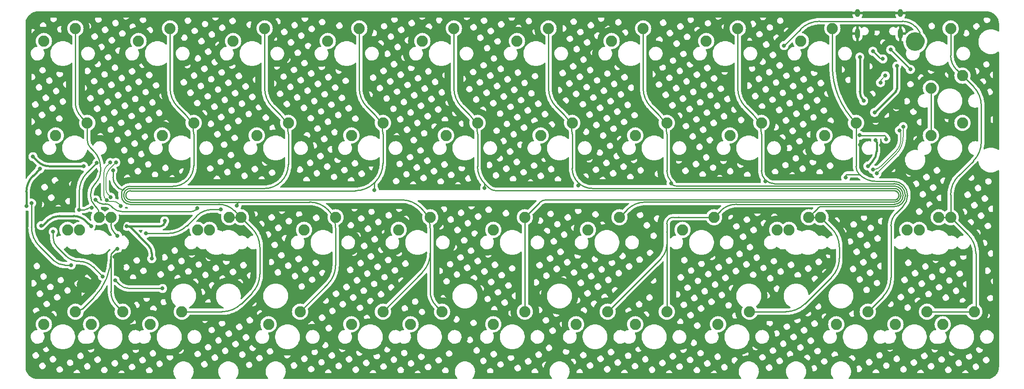
<source format=gtl>
G04 #@! TF.GenerationSoftware,KiCad,Pcbnew,(6.0.11-0)*
G04 #@! TF.CreationDate,2023-07-13T08:17:51+09:00*
G04 #@! TF.ProjectId,Tiny Dimply Qazy,54696e79-2044-4696-9d70-6c792051617a,rev?*
G04 #@! TF.SameCoordinates,Original*
G04 #@! TF.FileFunction,Copper,L1,Top*
G04 #@! TF.FilePolarity,Positive*
%FSLAX46Y46*%
G04 Gerber Fmt 4.6, Leading zero omitted, Abs format (unit mm)*
G04 Created by KiCad (PCBNEW (6.0.11-0)) date 2023-07-13 08:17:51*
%MOMM*%
%LPD*%
G01*
G04 APERTURE LIST*
G04 #@! TA.AperFunction,ComponentPad*
%ADD10C,2.250000*%
G04 #@! TD*
G04 #@! TA.AperFunction,ComponentPad*
%ADD11C,3.750000*%
G04 #@! TD*
G04 #@! TA.AperFunction,ComponentPad*
%ADD12O,1.000000X2.100000*%
G04 #@! TD*
G04 #@! TA.AperFunction,ComponentPad*
%ADD13O,1.000000X1.600000*%
G04 #@! TD*
G04 #@! TA.AperFunction,ViaPad*
%ADD14C,0.800000*%
G04 #@! TD*
G04 #@! TA.AperFunction,Conductor*
%ADD15C,0.381000*%
G04 #@! TD*
G04 #@! TA.AperFunction,Conductor*
%ADD16C,0.500000*%
G04 #@! TD*
G04 #@! TA.AperFunction,Conductor*
%ADD17C,0.300000*%
G04 #@! TD*
G04 #@! TA.AperFunction,Conductor*
%ADD18C,0.250000*%
G04 #@! TD*
G04 #@! TA.AperFunction,Conductor*
%ADD19C,0.200000*%
G04 #@! TD*
G04 APERTURE END LIST*
D10*
X126365000Y-81597500D03*
X132715000Y-79057500D03*
X216852500Y-119697500D03*
X223202500Y-117157500D03*
X178752500Y-62547500D03*
X185102500Y-60007500D03*
X135890000Y-119697500D03*
X142240000Y-117157500D03*
X159702500Y-62547500D03*
X166052500Y-60007500D03*
X152558750Y-119697500D03*
X158908750Y-117157500D03*
X135890000Y-100647500D03*
X142240000Y-98107500D03*
X223996250Y-81597500D03*
X230346250Y-79057500D03*
X54927500Y-119697500D03*
X61277500Y-117157500D03*
X64452500Y-62547500D03*
X70802500Y-60007500D03*
X45402500Y-62547500D03*
X51752500Y-60007500D03*
X173990000Y-100647500D03*
X180340000Y-98107500D03*
X107315000Y-119697500D03*
X113665000Y-117157500D03*
X226377500Y-119697500D03*
X232727500Y-117157500D03*
X52546250Y-100647500D03*
X58896250Y-98107500D03*
X164465000Y-119697500D03*
X170815000Y-117157500D03*
X66833750Y-119697500D03*
X73183750Y-117157500D03*
X197802500Y-62547500D03*
X204152500Y-60007500D03*
X135890000Y-119697500D03*
X142240000Y-117157500D03*
X102552500Y-62547500D03*
X108902500Y-60007500D03*
X202565000Y-81597500D03*
X208915000Y-79057500D03*
X195421253Y-100647500D03*
X201771253Y-98107500D03*
X107315000Y-81597500D03*
X113665000Y-79057500D03*
X97790000Y-100647500D03*
X104140000Y-98107500D03*
X183515000Y-81597500D03*
X189865000Y-79057500D03*
X204946250Y-119697500D03*
X211296250Y-117157500D03*
X164465000Y-81597500D03*
X170815000Y-79057500D03*
X221615000Y-62547500D03*
X227965000Y-60007500D03*
X88265000Y-81597500D03*
X94615000Y-79057500D03*
X90646250Y-119697500D03*
X96996250Y-117157500D03*
X119221250Y-119697500D03*
X125571250Y-117157500D03*
X154940000Y-100647500D03*
X161290000Y-98107500D03*
X121602500Y-62547500D03*
X127952500Y-60007500D03*
X193040000Y-100647500D03*
X199390000Y-98107500D03*
X45402500Y-119697500D03*
X51752500Y-117157500D03*
X69215000Y-81597500D03*
X75565000Y-79057500D03*
X76358748Y-100647500D03*
X82708748Y-98107500D03*
X219233750Y-100647500D03*
X225583750Y-98107500D03*
D11*
X220821250Y-62674500D03*
D10*
X223996250Y-72072500D03*
X230346250Y-69532500D03*
X181133750Y-119697500D03*
X187483750Y-117157500D03*
X116840000Y-100647500D03*
X123190000Y-98107500D03*
X83502500Y-62547500D03*
X89852500Y-60007500D03*
X50164998Y-100647500D03*
X56514998Y-98107500D03*
X78740000Y-100647500D03*
X85090000Y-98107500D03*
X221615003Y-100647500D03*
X227965003Y-98107500D03*
X47783750Y-81597500D03*
X54133750Y-79057500D03*
X140652500Y-62547500D03*
X147002500Y-60007500D03*
X145415000Y-81597500D03*
X151765000Y-79057500D03*
D12*
X217838750Y-61073750D03*
D13*
X209198750Y-56893750D03*
D12*
X209198750Y-61073750D03*
D13*
X217838750Y-56893750D03*
D14*
X53590000Y-111756000D03*
X62550000Y-98016000D03*
X209680000Y-83440000D03*
X59940000Y-108060000D03*
X59620750Y-106065500D03*
X48795000Y-92235000D03*
X217120000Y-74790000D03*
X215810000Y-80986000D03*
X55980000Y-88810000D03*
X213930000Y-83540000D03*
X211300000Y-87766500D03*
X43201755Y-85870189D03*
X44610000Y-88336000D03*
X44860000Y-99792218D03*
X212870000Y-82510000D03*
X41880000Y-95866000D03*
X67130000Y-106460000D03*
X54910000Y-99923000D03*
X69720000Y-98836000D03*
X53409250Y-87810000D03*
X62093000Y-99923000D03*
X212650000Y-76950000D03*
X217125000Y-67600000D03*
X210450000Y-74625000D03*
X209675000Y-65775000D03*
X209639500Y-81560000D03*
X214950000Y-82350000D03*
X47270000Y-101016000D03*
X57230000Y-110050000D03*
X212300000Y-64600000D03*
X214321278Y-66153722D03*
X213850000Y-70936000D03*
X214825000Y-69537000D03*
X219868750Y-68262500D03*
X215900000Y-64293750D03*
X206817009Y-90084021D03*
X58080000Y-94670000D03*
X60890000Y-95806000D03*
X213106000Y-89235000D03*
X218401232Y-79818768D03*
X58750000Y-87044500D03*
X58868960Y-94056365D03*
X217658768Y-80561232D03*
X59906385Y-87044500D03*
X212300000Y-88466000D03*
X194430000Y-63466000D03*
X42920000Y-95240000D03*
X50900000Y-107740000D03*
X59760000Y-110820000D03*
X69290000Y-112470000D03*
X190630000Y-90808521D03*
X171702500Y-91258041D03*
X152950000Y-91707561D03*
X134140000Y-92157081D03*
X55815500Y-94592122D03*
X111950000Y-92606601D03*
X76250000Y-96276000D03*
X56067915Y-87150000D03*
X59310000Y-88635021D03*
X55010000Y-96156000D03*
X52530000Y-96620000D03*
X84240000Y-95764020D03*
X81060000Y-96550000D03*
X65966000Y-101372000D03*
X60210000Y-101816000D03*
X60200000Y-104471500D03*
D15*
X59705691Y-105740308D02*
X59830374Y-105615624D01*
X62362259Y-104133740D02*
X61461230Y-105034768D01*
X62362259Y-102253109D02*
X61716191Y-101607041D01*
X60336454Y-105406000D02*
X60565000Y-105406000D01*
D16*
X209198750Y-56893750D02*
X217838750Y-56893750D01*
D15*
X61716191Y-98849808D02*
X62550000Y-98016000D01*
X59620750Y-106065500D02*
X59620750Y-105945375D01*
X60565000Y-105405987D02*
G75*
G03*
X61461230Y-105034768I0J1267487D01*
G01*
X61716205Y-101607027D02*
G75*
G02*
X61145150Y-100228425I1378595J1378627D01*
G01*
X59620745Y-105945375D02*
G75*
G02*
X59705692Y-105740309I290055J-25D01*
G01*
X59830399Y-105615649D02*
G75*
G02*
X60336454Y-105406000I506101J-506051D01*
G01*
X62751755Y-103193425D02*
G75*
G02*
X62362259Y-104133740I-1329855J25D01*
G01*
X61145165Y-100228425D02*
G75*
G02*
X61716191Y-98849808I1949635J25D01*
G01*
X62751720Y-103193425D02*
G75*
G03*
X62362259Y-102253109I-1329820J25D01*
G01*
X53871500Y-98884500D02*
X54910000Y-99923000D01*
X69720000Y-98836000D02*
X69720000Y-99106000D01*
X44610000Y-88336000D02*
X43245000Y-89701000D01*
X68786212Y-99923000D02*
X62093000Y-99923000D01*
X45160722Y-99792218D02*
X44860000Y-99792218D01*
X62802261Y-100108261D02*
X66414407Y-103720407D01*
X62355000Y-99923000D02*
X62093000Y-99923000D01*
X53409250Y-87810000D02*
X46513219Y-87810000D01*
X43201755Y-85870189D02*
X44171660Y-86840094D01*
X67130000Y-105448000D02*
X67130000Y-106460000D01*
X48612965Y-97846000D02*
X51364339Y-97846000D01*
X41880000Y-95866000D02*
X41880000Y-92996401D01*
X211300000Y-87766500D02*
X212180000Y-86886500D01*
X45160722Y-99792218D02*
X46164947Y-98787993D01*
X69529081Y-99566918D02*
X69446500Y-99649500D01*
X213060000Y-84761992D02*
X213060000Y-82968700D01*
X53871489Y-98884511D02*
G75*
G03*
X51364339Y-97846000I-2507189J-2507189D01*
G01*
X41880001Y-92996401D02*
G75*
G02*
X43245000Y-89701000I4660399J1D01*
G01*
X66414410Y-103720404D02*
G75*
G02*
X67130000Y-105448000I-1727610J-1727596D01*
G01*
X44171643Y-86840111D02*
G75*
G03*
X46513219Y-87810000I2341557J2341611D01*
G01*
X48612965Y-97846022D02*
G75*
G03*
X46164947Y-98787993I3235J-3660378D01*
G01*
X68786212Y-99923005D02*
G75*
G03*
X69446500Y-99649500I-12J933805D01*
G01*
X213059999Y-82968700D02*
G75*
G03*
X212869999Y-82510001I-648699J0D01*
G01*
X62355000Y-99922993D02*
G75*
G02*
X62802261Y-100108261I0J-632507D01*
G01*
X212180002Y-86886502D02*
G75*
G03*
X213060000Y-84761992I-2124502J2124502D01*
G01*
X69720010Y-99106000D02*
G75*
G02*
X69529081Y-99566918I-651810J0D01*
G01*
X217125000Y-71913770D02*
X217125000Y-71914454D01*
X217125000Y-71949487D02*
X217125000Y-71951197D01*
X217125000Y-72048780D02*
X217125000Y-72049463D01*
X217125000Y-71693096D02*
X217125000Y-71697624D01*
X217125000Y-72111326D02*
X217125000Y-72111540D01*
X217125000Y-71915649D02*
X217125000Y-71915478D01*
X217125000Y-72036304D02*
X217125000Y-72031561D01*
X217125000Y-72112523D02*
X217125000Y-72112352D01*
X217125000Y-71908984D02*
X217125000Y-71908642D01*
X217125000Y-72110641D02*
X217125000Y-72111326D01*
X217125000Y-71763377D02*
X217125000Y-71770212D01*
X217125000Y-71957733D02*
X217125000Y-71959527D01*
X217125000Y-71286910D02*
X217125000Y-71287594D01*
X217125000Y-71723046D02*
X217125000Y-71723943D01*
X217125000Y-71884374D02*
X217125000Y-71888006D01*
X217125000Y-71902660D02*
X217125000Y-71902831D01*
X217125000Y-72023828D02*
X217125000Y-72024512D01*
X217125000Y-71913086D02*
X217125000Y-71913770D01*
X217125000Y-71258202D02*
X217125000Y-71259570D01*
X217125000Y-71502373D02*
X217125000Y-71506902D01*
X217125000Y-71830025D02*
X217125000Y-71833443D01*
X217125000Y-71937352D02*
X217125000Y-71938036D01*
X217125000Y-72107220D02*
X217125000Y-72107902D01*
X217125000Y-71966019D02*
X217125000Y-71965719D01*
X217125000Y-71402438D02*
X217125000Y-71399363D01*
X217125000Y-71902489D02*
X217125000Y-71901635D01*
X217125000Y-71820457D02*
X217125000Y-71821140D01*
X217125000Y-71550053D02*
X217125000Y-71559026D01*
X217125000Y-72096756D02*
X217125000Y-72098550D01*
X217125000Y-72072361D02*
X217125000Y-72072532D01*
X217125000Y-71236328D02*
X217125000Y-71237012D01*
X217125000Y-71326560D02*
X217125000Y-71337497D01*
X217125000Y-72002849D02*
X217125000Y-72007378D01*
X217125000Y-71732956D02*
X217125000Y-71733640D01*
X217125000Y-71618286D02*
X217125000Y-71636402D01*
X217125000Y-71282812D02*
X217125000Y-71283666D01*
X217125000Y-71862494D02*
X217125000Y-71873431D01*
X217125000Y-71337497D02*
X217125000Y-71348434D01*
X217125000Y-72088764D02*
X217125000Y-72092183D01*
X217125000Y-71274607D02*
X217125000Y-71277342D01*
X217125000Y-71910350D02*
X217125000Y-71911033D01*
X217125000Y-71899755D02*
X217125000Y-71901635D01*
X217125000Y-71966019D02*
X217125000Y-71967302D01*
X217125000Y-72111540D02*
X217125000Y-72111798D01*
X217125000Y-72062105D02*
X217125000Y-72064844D01*
X217125000Y-71899755D02*
X217125000Y-71898900D01*
X217125000Y-72082145D02*
X217125000Y-72083769D01*
X217125000Y-71777047D02*
X217125000Y-71783882D01*
X217125000Y-71822849D02*
X217125000Y-71821823D01*
X217125000Y-71723943D02*
X217125000Y-71724883D01*
X217125000Y-72025409D02*
X217125000Y-72026519D01*
X217125000Y-72105856D02*
X217125000Y-72105513D01*
X217125000Y-71470246D02*
X217125000Y-71472040D01*
X217125000Y-71818747D02*
X217125000Y-71820115D01*
X217125000Y-71809517D02*
X217125000Y-71809175D01*
X217125000Y-70987500D02*
X217125000Y-71031250D01*
X217125000Y-72047070D02*
X217125000Y-72048438D01*
X217125000Y-72069415D02*
X217125000Y-72069458D01*
X217125000Y-71783882D02*
X217125000Y-71790717D01*
X217125000Y-72043309D02*
X217125000Y-72039720D01*
X217125000Y-72109957D02*
X217125000Y-72110641D01*
X217125000Y-71239019D02*
X217125000Y-71240471D01*
X217125000Y-71873431D02*
X217125000Y-71884374D01*
X217125000Y-71297166D02*
X217125000Y-71297336D01*
X217125000Y-71962987D02*
X217125000Y-71963670D01*
X217125000Y-71237696D02*
X217125000Y-71237909D01*
X217125000Y-71390818D02*
X217125000Y-71392185D01*
D17*
X210450000Y-74600000D02*
X210450000Y-74625000D01*
D15*
X217125000Y-71259570D02*
X217125000Y-71260938D01*
X217125000Y-71521386D02*
X217125000Y-71524120D01*
X217125000Y-71919922D02*
X217125000Y-71922656D01*
X217125000Y-71284690D02*
X217125000Y-71284861D01*
X217125000Y-72049463D02*
X217125000Y-72050146D01*
X217125000Y-71712323D02*
X217125000Y-71713092D01*
X217125000Y-72113206D02*
X217125000Y-72114061D01*
X217125000Y-71301094D02*
X217125000Y-71304683D01*
X217125000Y-71922656D02*
X217125000Y-71925390D01*
X217125000Y-71939061D02*
X217125000Y-71940428D01*
X217125000Y-70987500D02*
X217125000Y-67600000D01*
X217125000Y-71429784D02*
X217125000Y-71436620D01*
X217125000Y-71489086D02*
X217125000Y-71490282D01*
X217125000Y-71296996D02*
X217125000Y-71297166D01*
X217125000Y-71758422D02*
X217125000Y-71763377D01*
X217125000Y-71840620D02*
X217125000Y-71851557D01*
X217125000Y-71550053D02*
X217125000Y-71545652D01*
X217125000Y-71980119D02*
X217125000Y-71984648D01*
X217125000Y-71296269D02*
X217125000Y-71296996D01*
X217125000Y-71292722D02*
X217125000Y-71294645D01*
X217125000Y-71465673D02*
X217125000Y-71466357D01*
X217125000Y-71260938D02*
X217125000Y-71261280D01*
X217125000Y-71895311D02*
X217125000Y-71898900D01*
X217125000Y-72099361D02*
X217125000Y-72099532D01*
X217125000Y-71271872D02*
X217125000Y-71274607D01*
X217125000Y-71476954D02*
X217125000Y-71476057D01*
X217125000Y-71216160D02*
X217125000Y-71217186D01*
X217125000Y-71960979D02*
X217125000Y-71962090D01*
X217125000Y-72029766D02*
X217125000Y-72031561D01*
X217125000Y-71814986D02*
X217125000Y-71817037D01*
X217125000Y-72077146D02*
X217125000Y-72077830D01*
X217125000Y-72071849D02*
X217125000Y-72072019D01*
X217125000Y-71195525D02*
X217125000Y-71202617D01*
X217125000Y-72123632D02*
X217125000Y-72123846D01*
X217125000Y-71308272D02*
X217125000Y-71308315D01*
X217125000Y-71476954D02*
X217125000Y-71479688D01*
X217125000Y-72069458D02*
X217125000Y-72070312D01*
X217125000Y-71192064D02*
X217125000Y-71195525D01*
X217125000Y-71907275D02*
X217125000Y-71908642D01*
X217125000Y-71733640D02*
X217125000Y-71734324D01*
X217125000Y-71960979D02*
X217125000Y-71959527D01*
X217125000Y-71217186D02*
X217125000Y-71220604D01*
X217125000Y-71739451D02*
X217125000Y-71734324D01*
X217125000Y-71925390D02*
X217125000Y-71928123D01*
X217125000Y-71448754D02*
X217125000Y-71455932D01*
X217125000Y-71600170D02*
X217125000Y-71618286D01*
X217125000Y-72074411D02*
X217125000Y-72075095D01*
X217125000Y-71827974D02*
X217125000Y-71830025D01*
X217125000Y-71280975D02*
X217125000Y-71280077D01*
X217125000Y-71502074D02*
X217125000Y-71502373D01*
X217125000Y-72124315D02*
X217125000Y-72124486D01*
X217125000Y-72124144D02*
X217125000Y-72124102D01*
X217125000Y-72038012D02*
X217125000Y-72039720D01*
X217125000Y-71930857D02*
X217125000Y-71933591D01*
X217125000Y-71827291D02*
X217125000Y-71827974D01*
X217125000Y-71725780D02*
X217125000Y-71726634D01*
X217125000Y-71486138D02*
X217125000Y-71485156D01*
X217125000Y-71269139D02*
X217125000Y-71271872D01*
X217125000Y-71363129D02*
X217125000Y-71366550D01*
X217125000Y-72075779D02*
X217125000Y-72076462D01*
X217125000Y-71826608D02*
X217125000Y-71827291D01*
X217125000Y-72114916D02*
X217125000Y-72114959D01*
X217125000Y-72118676D02*
X217125000Y-72119530D01*
X217125000Y-71228124D02*
X217125000Y-71231542D01*
X217125000Y-72072575D02*
X217125000Y-72072532D01*
X217125000Y-72120555D02*
X217125000Y-72121067D01*
X217125000Y-71359371D02*
X217125000Y-71363129D01*
X217125000Y-71744066D02*
X217125000Y-71751244D01*
X217125000Y-71712323D02*
X217125000Y-71712109D01*
X217125000Y-71284519D02*
X217125000Y-71284690D01*
X217125000Y-72112182D02*
X217125000Y-72112352D01*
X217125000Y-72068475D02*
X217125000Y-72067578D01*
X217125000Y-71191722D02*
X217125000Y-71191893D01*
X217125000Y-71911718D02*
X217125000Y-71912402D01*
X217125000Y-72121408D02*
X217125000Y-72121579D01*
X217125000Y-72085006D02*
X217125000Y-72085818D01*
X217125000Y-72123846D02*
X217125000Y-72124102D01*
X217125000Y-72100600D02*
X217125000Y-72102223D01*
X217125000Y-71379882D02*
X217125000Y-71379541D01*
X217125000Y-71916161D02*
X217125000Y-71916332D01*
X217125000Y-71297336D02*
X217125000Y-71297506D01*
X217125000Y-71727488D02*
X217125000Y-71727958D01*
X217125000Y-71210691D02*
X217125000Y-71216160D01*
X217125000Y-71261963D02*
X217125000Y-71262646D01*
X217125000Y-71234276D02*
X217125000Y-71234960D01*
X217125000Y-71372020D02*
X217125000Y-71372703D01*
X217125000Y-71288962D02*
X217125000Y-71289646D01*
X217125000Y-72112523D02*
X217125000Y-72113035D01*
X217125000Y-72084666D02*
X217125000Y-72084836D01*
X216877512Y-72722487D02*
X212650000Y-76950000D01*
X217125000Y-72071337D02*
X217125000Y-72071166D01*
X217125000Y-72121579D02*
X217125000Y-72121750D01*
X217125000Y-72124871D02*
X217125000Y-72124828D01*
X217125000Y-71975463D02*
X217125000Y-71974779D01*
X217125000Y-71385009D02*
X217125000Y-71388427D01*
X217125000Y-72026519D02*
X217125000Y-72027971D01*
X217125000Y-72053906D02*
X217125000Y-72056639D01*
X217125000Y-71903729D02*
X217125000Y-71903002D01*
X217125000Y-71822849D02*
X217125000Y-71825583D01*
X217125000Y-71817379D02*
X217125000Y-71817037D01*
X217125000Y-71902489D02*
X217125000Y-71902660D01*
X217125000Y-71971532D02*
X217125000Y-71974779D01*
X217125000Y-72111842D02*
X217125000Y-72112012D01*
X217125000Y-71732956D02*
X217125000Y-71729752D01*
X217125000Y-71290330D02*
X217125000Y-71291014D01*
X217125000Y-71494212D02*
X217125000Y-71498143D01*
X217125000Y-72070312D02*
X217125000Y-72071166D01*
X217125000Y-71486907D02*
X217125000Y-71487676D01*
X217125000Y-71382958D02*
X217125000Y-71382616D01*
X217125000Y-71486138D02*
X217125000Y-71486907D01*
X217125000Y-72084496D02*
X217125000Y-72084666D01*
X217125000Y-72078855D02*
X217125000Y-72080222D01*
X217125000Y-71545139D02*
X217125000Y-71529588D01*
X217125000Y-71315620D02*
X217125000Y-71326560D01*
X217125000Y-71388427D02*
X217125000Y-71390477D01*
X217125000Y-71678612D02*
X217125000Y-71679808D01*
X217125000Y-71740135D02*
X217125000Y-71740819D01*
X217125000Y-72120384D02*
X217125000Y-72120555D01*
X217125000Y-72124871D02*
X217125000Y-72124957D01*
X217125000Y-71998320D02*
X217125000Y-72002849D01*
X217125000Y-71670410D02*
X217125000Y-71673144D01*
X217125000Y-71918042D02*
X217125000Y-71918085D01*
X217125000Y-71378173D02*
X217125000Y-71378857D01*
X217125000Y-72124144D02*
X217125000Y-72124315D01*
X217125000Y-71545310D02*
X217125000Y-71545481D01*
X217125000Y-71237909D02*
X217125000Y-71239019D01*
X217125000Y-71515062D02*
X217125000Y-71520189D01*
X217125000Y-71291355D02*
X217125000Y-71292722D01*
X217125000Y-71968285D02*
X217125000Y-71967302D01*
X217125000Y-71475074D02*
X217125000Y-71475117D01*
X217125000Y-71916332D02*
X217125000Y-71917187D01*
X217125000Y-71475117D02*
X217125000Y-71476057D01*
X209675000Y-65775000D02*
X209675000Y-72728985D01*
X217125000Y-72108589D02*
X217125000Y-72107902D01*
X217125000Y-71291355D02*
X217125000Y-71291014D01*
X217125000Y-72064844D02*
X217125000Y-72067578D01*
X217125000Y-71911033D02*
X217125000Y-71911718D01*
X217125000Y-71998320D02*
X217125000Y-71989177D01*
X217125000Y-71907275D02*
X217125000Y-71905353D01*
X217125000Y-71717578D02*
X217125000Y-71720312D01*
X217125000Y-71912402D02*
X217125000Y-71913086D01*
X217125000Y-71744066D02*
X217125000Y-71740819D01*
X217125000Y-71366550D02*
X217125000Y-71369971D01*
X217125000Y-71228124D02*
X217125000Y-71227440D01*
X217125000Y-72098550D02*
X217125000Y-72099361D01*
X217125000Y-71891722D02*
X217125000Y-71891680D01*
X217125000Y-71545139D02*
X217125000Y-71545310D01*
X217125000Y-71255809D02*
X217125000Y-71257860D01*
X217125000Y-72109273D02*
X217125000Y-72109957D01*
X217125000Y-72121793D02*
X217125000Y-72122050D01*
X217125000Y-72007421D02*
X217125000Y-72007378D01*
X217125000Y-71928123D02*
X217125000Y-71930857D01*
X217125000Y-71177026D02*
X217125000Y-71180615D01*
X217125000Y-71968285D02*
X217125000Y-71971532D01*
X217125000Y-71939061D02*
X217125000Y-71938720D01*
X217125000Y-71298360D02*
X217125000Y-71300239D01*
X217125000Y-71713092D02*
X217125000Y-71713861D01*
X217125000Y-72072831D02*
X217125000Y-72073044D01*
X217125000Y-71821140D02*
X217125000Y-71821823D01*
X217125000Y-71727958D02*
X217125000Y-71729752D01*
X217125000Y-72117693D02*
X217125000Y-72118633D01*
X217125000Y-71266406D02*
X217125000Y-71269139D01*
X217125000Y-71377147D02*
X217125000Y-71378173D01*
X217125000Y-72073727D02*
X217125000Y-72074411D01*
X217125000Y-71472509D02*
X217125000Y-71473364D01*
X217125000Y-71252220D02*
X217125000Y-71255809D01*
X217125000Y-72118633D02*
X217125000Y-72118676D01*
X217125000Y-72015965D02*
X217125000Y-72019212D01*
X217125000Y-71467041D02*
X217125000Y-71470246D01*
X217125000Y-71751244D02*
X217125000Y-71758422D01*
X217125000Y-71909667D02*
X217125000Y-71910350D01*
X217125000Y-72020195D02*
X217125000Y-72021477D01*
X217125000Y-72124657D02*
X217125000Y-72124828D01*
X217125000Y-71284861D02*
X217125000Y-71285032D01*
X217125000Y-72096756D02*
X217125000Y-72095602D01*
X217125000Y-72114061D02*
X217125000Y-72114916D01*
X217125000Y-71640973D02*
X217125000Y-71649946D01*
X217125000Y-71487676D02*
X217125000Y-71487890D01*
X217125000Y-71955939D02*
X217125000Y-71951197D01*
X217125000Y-71933591D02*
X217125000Y-71936326D01*
X217125000Y-71284519D02*
X217125000Y-71284349D01*
X217125000Y-71232567D02*
X217125000Y-71233934D01*
X217125000Y-72051172D02*
X217125000Y-72050146D01*
X217125000Y-71382958D02*
X217125000Y-71385009D01*
X217125000Y-71670410D02*
X217125000Y-71654858D01*
X217125000Y-72075095D02*
X217125000Y-72075779D01*
X217125000Y-71673144D02*
X217125000Y-71675878D01*
X217125000Y-72056639D02*
X217125000Y-72059372D01*
X217125000Y-72122264D02*
X217125000Y-72122948D01*
X217125000Y-72024512D02*
X217125000Y-72025196D01*
X217125000Y-72023144D02*
X217125000Y-72023828D01*
X217125000Y-72020195D02*
X217125000Y-72019212D01*
X217125000Y-71942137D02*
X217125000Y-71941795D01*
X217125000Y-71261280D02*
X217125000Y-71261963D01*
X217125000Y-71654348D02*
X217125000Y-71654518D01*
X217125000Y-71770212D02*
X217125000Y-71777047D01*
X217125000Y-71903729D02*
X217125000Y-71905353D01*
X217125000Y-71915138D02*
X217125000Y-71915308D01*
X217125000Y-72108589D02*
X217125000Y-72109273D01*
X217125000Y-71459862D02*
X217125000Y-71460545D01*
X217125000Y-71888006D02*
X217125000Y-71891680D01*
X217125000Y-72027971D02*
X217125000Y-72029766D01*
X217125000Y-72025196D02*
X217125000Y-72025409D01*
X217125000Y-71283837D02*
X217125000Y-71283666D01*
X217125000Y-71697922D02*
X217125000Y-71701853D01*
X217125000Y-71724926D02*
X217125000Y-71724883D01*
X217125000Y-71962304D02*
X217125000Y-71962987D01*
X217125000Y-72072575D02*
X217125000Y-72072831D01*
X217125000Y-71473364D02*
X217125000Y-71474219D01*
X217125000Y-71914667D02*
X217125000Y-71914924D01*
X217125000Y-71315620D02*
X217125000Y-71311989D01*
X217125000Y-71459179D02*
X217125000Y-71459862D01*
X217125000Y-72078855D02*
X217125000Y-72078514D01*
X217125000Y-72099532D02*
X217125000Y-72099703D01*
X217125000Y-71914454D02*
X217125000Y-71914667D01*
X217125000Y-72072019D02*
X217125000Y-72072190D01*
X217125000Y-71220604D02*
X217125000Y-71224022D01*
X217125000Y-71710912D02*
X217125000Y-71712109D01*
X217125000Y-71790717D02*
X217125000Y-71797555D01*
X217125000Y-71955939D02*
X217125000Y-71957733D01*
X217125000Y-71133319D02*
X217125000Y-71147931D01*
X217125000Y-71298360D02*
X217125000Y-71297506D01*
X217125000Y-71263672D02*
X217125000Y-71266406D01*
X217125000Y-71372703D02*
X217125000Y-71373386D01*
X217125000Y-71739451D02*
X217125000Y-71740135D01*
X217125000Y-72036304D02*
X217125000Y-72038012D01*
X217125000Y-72021776D02*
X217125000Y-72021477D01*
X217125000Y-71250512D02*
X217125000Y-71252220D01*
X217125000Y-71724926D02*
X217125000Y-71725780D01*
X217125000Y-71472509D02*
X217125000Y-71472040D01*
X217125000Y-71914968D02*
X217125000Y-71914924D01*
X217125000Y-71797555D02*
X217125000Y-71800631D01*
X217125000Y-72105856D02*
X217125000Y-72106538D01*
X217125000Y-72045360D02*
X217125000Y-72045702D01*
X217125000Y-71962304D02*
X217125000Y-71962090D01*
X217125000Y-71679808D02*
X217125000Y-71684935D01*
X217125000Y-71287594D02*
X217125000Y-71288279D01*
X217125000Y-71807808D02*
X217125000Y-71809175D01*
X217125000Y-72117693D02*
X217125000Y-72115899D01*
X217125000Y-71416112D02*
X217125000Y-71422948D01*
X217125000Y-71498143D02*
X217125000Y-71502074D01*
X217125000Y-71918085D02*
X217125000Y-71919025D01*
X217125000Y-71288962D02*
X217125000Y-71288279D01*
X217125000Y-71286227D02*
X217125000Y-71286910D01*
X217125000Y-71191551D02*
X217125000Y-71187963D01*
X217125000Y-71210691D02*
X217125000Y-71202617D01*
X217125000Y-72085818D02*
X217125000Y-72087612D01*
X217125000Y-72088764D02*
X217125000Y-72087612D01*
X217125000Y-72080222D02*
X217125000Y-72082145D01*
X217125000Y-71840620D02*
X217125000Y-71836861D01*
X217125000Y-72092183D02*
X217125000Y-72095602D01*
X217125000Y-71649946D02*
X217125000Y-71654348D01*
X217125000Y-71289646D02*
X217125000Y-71290330D01*
X217125000Y-71964353D02*
X217125000Y-71965036D01*
X217125000Y-71817379D02*
X217125000Y-71818747D01*
X217125000Y-71805074D02*
X217125000Y-71806441D01*
X217125000Y-71963670D02*
X217125000Y-71964353D01*
X217125000Y-71917187D02*
X217125000Y-71918042D01*
X217125000Y-71490965D02*
X217125000Y-71493528D01*
X217125000Y-72114959D02*
X217125000Y-72115899D01*
X217125000Y-72100600D02*
X217125000Y-72099874D01*
X217125000Y-72122264D02*
X217125000Y-72122050D01*
X217125000Y-71395945D02*
X217125000Y-71399363D01*
X217125000Y-72012035D02*
X217125000Y-72012718D01*
X217125000Y-71479688D02*
X217125000Y-71482422D01*
X217125000Y-72073044D02*
X217125000Y-72073727D01*
X217125000Y-72068475D02*
X217125000Y-72069415D01*
X217125000Y-71237012D02*
X217125000Y-71237696D01*
X217125000Y-71654688D02*
X217125000Y-71654858D01*
X217125000Y-72122948D02*
X217125000Y-72123632D01*
X217125000Y-71675878D02*
X217125000Y-71678612D01*
X217125000Y-72121237D02*
X217125000Y-72121408D01*
X217125000Y-71369971D02*
X217125000Y-71372020D01*
X217125000Y-71851557D02*
X217125000Y-71862494D01*
X217125000Y-71280975D02*
X217125000Y-71281915D01*
X217125000Y-71378857D02*
X217125000Y-71379541D01*
X217125000Y-71902831D02*
X217125000Y-71903002D01*
X217125000Y-71559026D02*
X217125000Y-71563598D01*
X217125000Y-72076462D02*
X217125000Y-72077146D01*
X217125000Y-71545481D02*
X217125000Y-71545652D01*
X217125000Y-72048438D02*
X217125000Y-72048780D01*
X217125000Y-71938036D02*
X217125000Y-71938720D01*
X217125000Y-71162500D02*
X217125000Y-71177026D01*
X217125000Y-71301094D02*
X217125000Y-71300239D01*
X217125000Y-71599830D02*
X217125000Y-71600170D01*
X217125000Y-71147974D02*
X217125000Y-71147931D01*
X217125000Y-71706468D02*
X217125000Y-71705784D01*
X217125000Y-71441576D02*
X217125000Y-71448754D01*
X217125000Y-71654518D02*
X217125000Y-71654688D01*
X217125000Y-71262646D02*
X217125000Y-71263672D01*
X217125000Y-71390477D02*
X217125000Y-71390818D01*
X217125000Y-71191551D02*
X217125000Y-71191722D01*
X217125000Y-71804049D02*
X217125000Y-71805074D01*
X217125000Y-71031250D02*
X217125000Y-71075000D01*
X217125000Y-71942137D02*
X217125000Y-71944188D01*
X217125000Y-71709715D02*
X217125000Y-71710912D01*
X217125000Y-71133319D02*
X217125000Y-71118750D01*
X217125000Y-71242266D02*
X217125000Y-71244061D01*
X217125000Y-71825583D02*
X217125000Y-71826608D01*
X217125000Y-71393552D02*
X217125000Y-71394919D01*
X217125000Y-71947777D02*
X217125000Y-71949487D01*
X217125000Y-71833443D02*
X217125000Y-71836861D01*
X217125000Y-72072190D02*
X217125000Y-72072361D01*
X217125000Y-71915308D02*
X217125000Y-71915478D01*
X217125000Y-71455932D02*
X217125000Y-71459179D01*
X217125000Y-71714844D02*
X217125000Y-71717578D01*
X217125000Y-71811568D02*
X217125000Y-71814986D01*
X217125000Y-71240471D02*
X217125000Y-71242266D01*
X217125000Y-71234960D02*
X217125000Y-71235644D01*
X217125000Y-72124486D02*
X217125000Y-72124657D01*
X217125000Y-71720312D02*
X217125000Y-71723046D01*
X217125000Y-72059372D02*
X217125000Y-72062105D01*
X217125000Y-72043309D02*
X217125000Y-72045360D01*
X217125000Y-71965036D02*
X217125000Y-71965719D01*
X217125000Y-71277342D02*
X217125000Y-71280077D01*
X217125000Y-71147974D02*
X217125000Y-71162500D01*
X217125000Y-71234276D02*
X217125000Y-71233934D01*
X217125000Y-72021776D02*
X217125000Y-72022460D01*
X217125000Y-71075000D02*
X217125000Y-71118750D01*
X217125000Y-72119530D02*
X217125000Y-72120384D01*
X217125000Y-71891722D02*
X217125000Y-71895311D01*
X217125000Y-72007421D02*
X217125000Y-72012035D01*
X217125000Y-71409276D02*
X217125000Y-71416112D01*
X217125000Y-71258202D02*
X217125000Y-71257860D01*
X217125000Y-71248804D02*
X217125000Y-71244061D01*
X217125000Y-71248804D02*
X217125000Y-71250512D01*
X217125000Y-71980119D02*
X217125000Y-71980077D01*
X217125000Y-71374412D02*
X217125000Y-71373386D01*
X217125000Y-71809517D02*
X217125000Y-71811568D01*
X217125000Y-71640973D02*
X217125000Y-71636402D01*
X217125000Y-71714844D02*
X217125000Y-71713861D01*
X217125000Y-71395945D02*
X217125000Y-71394919D01*
X217125000Y-72045702D02*
X217125000Y-72047070D01*
X217125000Y-71581714D02*
X217125000Y-71599830D01*
X217125000Y-72084836D02*
X217125000Y-72085006D01*
X217125000Y-71701853D02*
X217125000Y-71705784D01*
X217125000Y-71490965D02*
X217125000Y-71490282D01*
X217125000Y-71487890D02*
X217125000Y-71489086D01*
X217125000Y-72111842D02*
X217125000Y-72111798D01*
X217125000Y-71521386D02*
X217125000Y-71520189D01*
X217125000Y-71800631D02*
X217125000Y-71804049D01*
X217125000Y-71494212D02*
X217125000Y-71493528D01*
X217125000Y-71422948D02*
X217125000Y-71429784D01*
X217125000Y-71436620D02*
X217125000Y-71441576D01*
X217125000Y-71975463D02*
X217125000Y-71980077D01*
X217125000Y-71392185D02*
X217125000Y-71393552D01*
X217125000Y-71919922D02*
X217125000Y-71919025D01*
X217125000Y-71224022D02*
X217125000Y-71227440D01*
X217125000Y-71402438D02*
X217125000Y-71409276D01*
X217125000Y-71308315D02*
X217125000Y-71311989D01*
X217125000Y-72077830D02*
X217125000Y-72078514D01*
X217125000Y-71281958D02*
X217125000Y-71282812D01*
X217125000Y-71466357D02*
X217125000Y-71467041D01*
X217125000Y-71465673D02*
X217125000Y-71460545D01*
X217125000Y-72012718D02*
X217125000Y-72015965D01*
X217125000Y-71285544D02*
X217125000Y-71286227D01*
X217125000Y-71563598D02*
X217125000Y-71581714D01*
X217125000Y-71706468D02*
X217125000Y-71709032D01*
X217125000Y-71940428D02*
X217125000Y-71941795D01*
X217125000Y-72121750D02*
X217125000Y-72121793D01*
X217125000Y-71381249D02*
X217125000Y-71382616D01*
X217125000Y-71235644D02*
X217125000Y-71236328D01*
X217125000Y-72124957D02*
X217125000Y-72125000D01*
X217125000Y-72104145D02*
X217125000Y-72105513D01*
X217125000Y-71285075D02*
X217125000Y-71285331D01*
X217125000Y-71684935D02*
X217125000Y-71693096D01*
X217125000Y-71379882D02*
X217125000Y-71381249D01*
X217125000Y-71191893D02*
X217125000Y-71192064D01*
X217125000Y-71515062D02*
X217125000Y-71506902D01*
X217125000Y-71820457D02*
X217125000Y-71820115D01*
X217125000Y-71915649D02*
X217125000Y-71916161D01*
X217125000Y-71908984D02*
X217125000Y-71909667D01*
X217125000Y-72051172D02*
X217125000Y-72053906D01*
X217125000Y-71283837D02*
X217125000Y-71284349D01*
X217125000Y-72112012D02*
X217125000Y-72112182D01*
X217125000Y-71726634D02*
X217125000Y-71727488D01*
X217125000Y-71474219D02*
X217125000Y-71475074D01*
X217125000Y-72099703D02*
X217125000Y-72099874D01*
X217125000Y-71524120D02*
X217125000Y-71526854D01*
X217125000Y-71285075D02*
X217125000Y-71285032D01*
X217125000Y-72102223D02*
X217125000Y-72104145D01*
X217125000Y-71947777D02*
X217125000Y-71944188D01*
X217125000Y-71285544D02*
X217125000Y-71285331D01*
X217125000Y-72071337D02*
X217125000Y-72071849D01*
X217125000Y-71984648D02*
X217125000Y-71989177D01*
X217125000Y-71482422D02*
X217125000Y-71485156D01*
X217125000Y-71348434D02*
X217125000Y-71359371D01*
X217125000Y-71180615D02*
X217125000Y-71187963D01*
X217125000Y-71937352D02*
X217125000Y-71936326D01*
X217125000Y-71709715D02*
X217125000Y-71709032D01*
X217125000Y-71914968D02*
X217125000Y-71915138D01*
X217125000Y-71806441D02*
X217125000Y-71807808D01*
X217125000Y-71281915D02*
X217125000Y-71281958D01*
X217125000Y-72022460D02*
X217125000Y-72023144D01*
X217125000Y-72113206D02*
X217125000Y-72113035D01*
X217125000Y-72121067D02*
X217125000Y-72121237D01*
X217125000Y-71294645D02*
X217125000Y-71296269D01*
X217125000Y-71697624D02*
X217125000Y-71697922D01*
X217125000Y-72083769D02*
X217125000Y-72084496D01*
X217125000Y-71231542D02*
X217125000Y-71232567D01*
X217125000Y-71374412D02*
X217125000Y-71377147D01*
X217125000Y-71304683D02*
X217125000Y-71308272D01*
X217125000Y-72106538D02*
X217125000Y-72107220D01*
X217125000Y-71526854D02*
X217125000Y-71529588D01*
X217124991Y-72125000D02*
G75*
G02*
X216877511Y-72722486I-844991J0D01*
G01*
X209675007Y-72728985D02*
G75*
G03*
X210450000Y-74600000I2645993J-15D01*
G01*
D18*
X214573750Y-81597500D02*
X209703516Y-81597500D01*
X209658250Y-81578750D02*
X209639500Y-81560000D01*
X214950000Y-82350000D02*
X214950000Y-81973750D01*
X209703516Y-81597493D02*
G75*
G02*
X209658250Y-81578750I-16J63993D01*
G01*
X214950000Y-81973750D02*
G75*
G03*
X214573750Y-81597500I-376300J-50D01*
G01*
X49800120Y-105860391D02*
X48088218Y-104148489D01*
X57230000Y-110050000D02*
X55331608Y-108151608D01*
X47270000Y-101016000D02*
X47270000Y-102173135D01*
X47269984Y-102173135D02*
G75*
G03*
X48088219Y-104148488I2793616J35D01*
G01*
X52565864Y-107006010D02*
G75*
G02*
X55331608Y-108151608I36J-3911290D01*
G01*
X52565864Y-107006011D02*
G75*
G02*
X49800120Y-105860391I36J3911411D01*
G01*
X223996250Y-72072500D02*
X223996250Y-81597500D01*
X212300000Y-64600000D02*
X213688415Y-65988415D01*
X214321278Y-66153722D02*
X214087500Y-66153722D01*
X214087500Y-66153712D02*
G75*
G02*
X213688415Y-65988415I0J564412D01*
G01*
D19*
X213850000Y-70724000D02*
X213850000Y-70936000D01*
X214825000Y-69537000D02*
X213999906Y-70362093D01*
X213999909Y-70362096D02*
G75*
G03*
X213850000Y-70724000I361891J-361904D01*
G01*
D18*
X215900000Y-64293750D02*
X219868750Y-68262500D01*
X219270000Y-93745208D02*
X219270000Y-93610422D01*
X208915000Y-87826264D02*
X208915000Y-79057500D01*
X209600000Y-89480000D02*
X207119019Y-89480000D01*
X215950000Y-99830000D02*
X215950000Y-110249786D01*
X216517780Y-90858203D02*
X212927276Y-90858203D01*
X214356207Y-114097542D02*
X211296250Y-117157500D01*
X206817009Y-90084021D02*
X206817009Y-89782010D01*
X218368585Y-95921414D02*
X217003589Y-97286411D01*
X204152500Y-67559808D02*
X204152500Y-60007500D01*
X217003584Y-97286406D02*
G75*
G03*
X215950000Y-99830000I2543616J-2543594D01*
G01*
X215949974Y-110249786D02*
G75*
G02*
X214356206Y-114097541I-5441574J-14D01*
G01*
X208915002Y-79057498D02*
G75*
G02*
X204152500Y-67559808I11497698J11497698D01*
G01*
X218463898Y-91664304D02*
G75*
G03*
X216517780Y-90858203I-1946098J-1946096D01*
G01*
X218368577Y-95921406D02*
G75*
G03*
X219270000Y-93745208I-2176177J2176206D01*
G01*
X209599989Y-89480011D02*
G75*
G02*
X208915000Y-87826264I1653711J1653711D01*
G01*
X207119019Y-89480009D02*
G75*
G03*
X206817009Y-89782010I-19J-301991D01*
G01*
X218463900Y-91664302D02*
G75*
G02*
X219270000Y-93610422I-1946100J-1946098D01*
G01*
X212927276Y-90858212D02*
G75*
G02*
X209600001Y-89479999I24J4705512D01*
G01*
D19*
X57491915Y-93558608D02*
X57491915Y-93558695D01*
X57491915Y-93654001D02*
X57491915Y-93655751D01*
X57491915Y-93634580D02*
X57491915Y-93635979D01*
X57491915Y-93448079D02*
X57491915Y-93450178D01*
X218401232Y-81879268D02*
X218401232Y-79818768D01*
X57491915Y-93555677D02*
X57491915Y-93554977D01*
X57491915Y-93440031D02*
X57491915Y-93441431D01*
X57491915Y-93570550D02*
X57491915Y-93571249D01*
X57491915Y-93624784D02*
X57491915Y-93625834D01*
X57491915Y-93513860D02*
X57491915Y-93513511D01*
X57491915Y-93663494D02*
X57491915Y-93663931D01*
X57491915Y-93639083D02*
X57491915Y-93639169D01*
X57491915Y-93555677D02*
X57491915Y-93556027D01*
X57491915Y-93656801D02*
X57491915Y-93657151D01*
X57491915Y-93630385D02*
X57491915Y-93631783D01*
X58080000Y-94670000D02*
X57785957Y-94375957D01*
X57491915Y-93509661D02*
X57491915Y-93510361D01*
X57491915Y-93644551D02*
X57491915Y-93645382D01*
X57491915Y-93505112D02*
X57491915Y-93507911D01*
X57491915Y-93510711D02*
X57491915Y-93510361D01*
X57491915Y-93664501D02*
X57491915Y-93664370D01*
X57491915Y-93462379D02*
X57491915Y-93463297D01*
X57491915Y-93465572D02*
X57491915Y-93465922D01*
X57491915Y-93656451D02*
X57491915Y-93656801D01*
X57491915Y-93625834D02*
X57491915Y-93626534D01*
X57491915Y-93635979D02*
X57491915Y-93637378D01*
X57491915Y-93656451D02*
X57491915Y-93655751D01*
X57491915Y-93400839D02*
X57491915Y-93412036D01*
X57491915Y-93556027D02*
X57491915Y-93556377D01*
X57491915Y-93558477D02*
X57491915Y-93558608D01*
X57491915Y-93640004D02*
X57491915Y-93640354D01*
X57491915Y-93665551D02*
X57491915Y-93665682D01*
X57491915Y-93459623D02*
X57491915Y-93461022D01*
X57491915Y-93558127D02*
X57491915Y-93558477D01*
X57491915Y-93665944D02*
X57491915Y-93666032D01*
X57491915Y-93455077D02*
X57491915Y-93455426D01*
X57491915Y-93627584D02*
X57491915Y-93628984D01*
X57491915Y-93659556D02*
X57491915Y-93659819D01*
X57491915Y-93496714D02*
X57491915Y-93493215D01*
X57491915Y-93576673D02*
X57491915Y-93579997D01*
X57491915Y-93476595D02*
X57491915Y-93482718D01*
X57491915Y-93368121D02*
X57491915Y-93368470D01*
X57491915Y-93615381D02*
X57491915Y-93614813D01*
X57491915Y-93540106D02*
X57491915Y-93545704D01*
X57491915Y-93378926D02*
X57491915Y-93382644D01*
X57491915Y-93448079D02*
X57491915Y-93442831D01*
X57491915Y-93489716D02*
X57491915Y-93493215D01*
X57491915Y-93367423D02*
X57491915Y-93367772D01*
X57491915Y-93659382D02*
X57491915Y-93659469D01*
X57491915Y-93633181D02*
X57491915Y-93634580D01*
X57491915Y-93582402D02*
X57491915Y-93582971D01*
X57491915Y-93654001D02*
X57491915Y-93653170D01*
X57491915Y-93277976D02*
X57491915Y-93278063D01*
X57491915Y-93641753D02*
X57491915Y-93642102D01*
X57491915Y-93585027D02*
X57491915Y-93584371D01*
X57491915Y-93631783D02*
X57491915Y-93633181D01*
X57491915Y-93638735D02*
X57491915Y-93638997D01*
X57491915Y-93638297D02*
X57491915Y-93638735D01*
X57491915Y-93512111D02*
X57491915Y-93513511D01*
X57491915Y-93382644D02*
X57491915Y-93397166D01*
X57491915Y-93456825D02*
X57491915Y-93458224D01*
X57491915Y-93262931D02*
X57491915Y-93277889D01*
X57491915Y-93558695D02*
X57491915Y-93558782D01*
X57491915Y-93611095D02*
X57491915Y-93612757D01*
X57491915Y-93523308D02*
X57491915Y-93528907D01*
X57491915Y-93659469D02*
X57491915Y-93659556D01*
X57491915Y-93593075D02*
X57491915Y-93595393D01*
X57491915Y-93423233D02*
X57491915Y-93430232D01*
X57491915Y-93551257D02*
X57491915Y-93552220D01*
X57491915Y-93547585D02*
X57491915Y-93549421D01*
X57491915Y-93552308D02*
X57491915Y-93552396D01*
X57491915Y-93557077D02*
X57491915Y-93557427D01*
X57491915Y-93461503D02*
X57491915Y-93461941D01*
X57491915Y-93640354D02*
X57491915Y-93640704D01*
X57491915Y-93665201D02*
X57491915Y-93665551D01*
X57491915Y-93641404D02*
X57491915Y-93641753D01*
X57491915Y-93356227D02*
X57491915Y-93348529D01*
X57491915Y-93463297D02*
X57491915Y-93465572D01*
X57491915Y-93638997D02*
X57491915Y-93639083D01*
X57491915Y-93664194D02*
X57491915Y-93664282D01*
X57491915Y-93658201D02*
X57491915Y-93658551D01*
X57491915Y-93371839D02*
X57491915Y-93378926D01*
X57491915Y-93665682D02*
X57491915Y-93665769D01*
X57491915Y-93580915D02*
X57491915Y-93582402D01*
X57491915Y-93453677D02*
X57491915Y-93452277D01*
X57491915Y-93570550D02*
X57491915Y-93570200D01*
X57491915Y-93616868D02*
X57491915Y-93617787D01*
X57491915Y-93455426D02*
X57491915Y-93456825D01*
X57491915Y-93566000D02*
X57491915Y-93567400D01*
X57491915Y-93567400D02*
X57491915Y-93568800D01*
X57491915Y-93559483D02*
X57491915Y-93559921D01*
X57491915Y-93496714D02*
X57491915Y-93500913D01*
X57491915Y-93233101D02*
X57491915Y-93262931D01*
X57491915Y-93639652D02*
X57491915Y-93640004D01*
X57491915Y-93563200D02*
X57491915Y-93564599D01*
X57491915Y-93502663D02*
X57491915Y-93503363D01*
X57491915Y-93203271D02*
X57491915Y-93233101D01*
X57491915Y-93613413D02*
X57491915Y-93613763D01*
X57491915Y-93553227D02*
X57491915Y-93552396D01*
X57491915Y-93663057D02*
X57491915Y-93663494D01*
X57491915Y-93513860D02*
X57491915Y-93515959D01*
X57491915Y-93642802D02*
X57491915Y-93644551D01*
X57491915Y-93626534D02*
X57491915Y-93627234D01*
X57491915Y-93615381D02*
X57491915Y-93616868D01*
X57491915Y-93665769D02*
X57491915Y-93665856D01*
X57491915Y-93277889D02*
X57491915Y-93277976D01*
X57491915Y-93641404D02*
X57491915Y-93640704D01*
X57491915Y-93568800D02*
X57491915Y-93570200D01*
X57491915Y-93559921D02*
X57491915Y-93560402D01*
X57491915Y-93482718D02*
X57491915Y-93486217D01*
X57491915Y-93083820D02*
X57491915Y-89192185D01*
X58120957Y-87673542D02*
X58750000Y-87044500D01*
X57491915Y-93437231D02*
X57491915Y-93440031D01*
X57491915Y-93627234D02*
X57491915Y-93627584D01*
X57491915Y-93642802D02*
X57491915Y-93642102D01*
X57491915Y-93322634D02*
X57491915Y-93333831D01*
X57491915Y-93604709D02*
X57491915Y-93607071D01*
X58080000Y-94670000D02*
X58193000Y-94783000D01*
X57491915Y-93083820D02*
X57491915Y-93173397D01*
X57491915Y-93664851D02*
X57491915Y-93665201D01*
X57491915Y-93666076D02*
X57491915Y-93666032D01*
X57491915Y-93665856D02*
X57491915Y-93665944D01*
X57491915Y-93664194D02*
X57491915Y-93663931D01*
X57491915Y-93420783D02*
X57491915Y-93423233D01*
X57491915Y-93582971D02*
X57491915Y-93583321D01*
X57491915Y-93517709D02*
X57491915Y-93523308D01*
X57491915Y-93637859D02*
X57491915Y-93638297D01*
X57491915Y-93588351D02*
X57491915Y-93590713D01*
X57491915Y-93579997D02*
X57491915Y-93580915D01*
X57491915Y-93173397D02*
X57491915Y-93203271D01*
X57491915Y-93469247D02*
X57491915Y-93468897D01*
X57491915Y-93653082D02*
X57491915Y-93653170D01*
X57491915Y-93557077D02*
X57491915Y-93556377D01*
X57491915Y-93584021D02*
X57491915Y-93584371D01*
X57491915Y-93637378D02*
X57491915Y-93637859D01*
X57491915Y-93639301D02*
X57491915Y-93639169D01*
X57491915Y-93621111D02*
X57491915Y-93621985D01*
X57491915Y-93614113D02*
X57491915Y-93614463D01*
X57491915Y-93486217D02*
X57491915Y-93489716D01*
X57491915Y-93663057D02*
X57491915Y-93662576D01*
X57491915Y-93639301D02*
X57491915Y-93639652D01*
X57491915Y-93652994D02*
X57491915Y-93653082D01*
X57491915Y-93441431D02*
X57491915Y-93442831D01*
X57491915Y-93341180D02*
X57491915Y-93348529D01*
X57491915Y-93461022D02*
X57491915Y-93461503D01*
X57491915Y-93590713D02*
X57491915Y-93593075D01*
X57491915Y-93660257D02*
X57491915Y-93660695D01*
X57491915Y-93583671D02*
X57491915Y-93584021D01*
X57491915Y-93465922D02*
X57491915Y-93468897D01*
X57491915Y-93292891D02*
X57491915Y-93322634D01*
X57491915Y-93572998D02*
X57491915Y-93575797D01*
X57491915Y-93504063D02*
X57491915Y-93505112D01*
X57491915Y-93664282D02*
X57491915Y-93664370D01*
X57491915Y-93657151D02*
X57491915Y-93657851D01*
X57491915Y-93645470D02*
X57491915Y-93645558D01*
X57491915Y-93515959D02*
X57491915Y-93517709D01*
X60435000Y-95351000D02*
X60890000Y-95806000D01*
X57491915Y-93557777D02*
X57491915Y-93558127D01*
X57491915Y-93595393D02*
X57491915Y-93602391D01*
X57491915Y-93621985D02*
X57491915Y-93624784D01*
X57491915Y-93430232D02*
X57491915Y-93437231D01*
X57491915Y-93650150D02*
X57491915Y-93648401D01*
X57491915Y-93559045D02*
X57491915Y-93559483D01*
X57491915Y-93545704D02*
X57491915Y-93547585D01*
X57491915Y-93607071D02*
X57491915Y-93609433D01*
X57491915Y-93367772D02*
X57491915Y-93368121D01*
X57491915Y-93564599D02*
X57491915Y-93566000D01*
X57491915Y-93617787D02*
X57491915Y-93621111D01*
X57491915Y-93583321D02*
X57491915Y-93583671D01*
X57491915Y-93553227D02*
X57491915Y-93554977D01*
X57491915Y-93549421D02*
X57491915Y-93551257D01*
X57491915Y-93586689D02*
X57491915Y-93588351D01*
X57491915Y-93561801D02*
X57491915Y-93563200D01*
X213106000Y-89235000D02*
X216944238Y-85396761D01*
X57491915Y-93646476D02*
X57491915Y-93648401D01*
X57491915Y-93397166D02*
X57491915Y-93400839D01*
X57491915Y-93472921D02*
X57491915Y-93476595D01*
X57491915Y-93418684D02*
X57491915Y-93420783D01*
X57491915Y-93585027D02*
X57491915Y-93586689D01*
X57491915Y-93559045D02*
X57491915Y-93558782D01*
X57491915Y-93367074D02*
X57491915Y-93363575D01*
X57491915Y-93645558D02*
X57491915Y-93646476D01*
X57491915Y-93571249D02*
X57491915Y-93571948D01*
X57491915Y-93645382D02*
X57491915Y-93645470D01*
X57491915Y-93658901D02*
X57491915Y-93659251D01*
X57491915Y-93571948D02*
X57491915Y-93572998D01*
X57491915Y-93453677D02*
X57491915Y-93454377D01*
X57491915Y-93534508D02*
X57491915Y-93540106D01*
X57491915Y-93416585D02*
X57491915Y-93418684D01*
X57491915Y-93664501D02*
X57491915Y-93664851D01*
X57491915Y-93292891D02*
X57491915Y-93278063D01*
X57491915Y-93368470D02*
X57491915Y-93371839D01*
X57491915Y-93367074D02*
X57491915Y-93367423D01*
X57491915Y-93356227D02*
X57491915Y-93363575D01*
X57491915Y-93458224D02*
X57491915Y-93459623D01*
X57491915Y-93628984D02*
X57491915Y-93630385D01*
X57491915Y-93613413D02*
X57491915Y-93612757D01*
X57491915Y-93500913D02*
X57491915Y-93502663D01*
X57491915Y-93652075D02*
X57491915Y-93652994D01*
X57491915Y-93657851D02*
X57491915Y-93658201D01*
X57491915Y-93650150D02*
X57491915Y-93652075D01*
X57491915Y-93416585D02*
X57491915Y-93412036D01*
X57491915Y-93454377D02*
X57491915Y-93455077D01*
X57491915Y-93461941D02*
X57491915Y-93462379D01*
X57491915Y-93557427D02*
X57491915Y-93557777D01*
X57491915Y-93659819D02*
X57491915Y-93660257D01*
X57491915Y-93660695D02*
X57491915Y-93661176D01*
X57491915Y-93450178D02*
X57491915Y-93452277D01*
X57491915Y-93508961D02*
X57491915Y-93507911D01*
X57491915Y-93658551D02*
X57491915Y-93658901D01*
X58465806Y-94896000D02*
X59336532Y-94896000D01*
X57491915Y-93661176D02*
X57491915Y-93662576D01*
X57491915Y-93659382D02*
X57491915Y-93659251D01*
X57491915Y-93560402D02*
X57491915Y-93561801D01*
X57491915Y-93503363D02*
X57491915Y-93504063D01*
X57491915Y-93613763D02*
X57491915Y-93614113D01*
X57491915Y-93469247D02*
X57491915Y-93472921D01*
X57491915Y-93614463D02*
X57491915Y-93614813D01*
X57491915Y-93333831D02*
X57491915Y-93341180D01*
X57491915Y-93508961D02*
X57491915Y-93509661D01*
X57491915Y-93609433D02*
X57491915Y-93611095D01*
X57491915Y-93552220D02*
X57491915Y-93552308D01*
X57491915Y-93510711D02*
X57491915Y-93512111D01*
X57491915Y-93528907D02*
X57491915Y-93534508D01*
X57491915Y-93576673D02*
X57491915Y-93575797D01*
X57491915Y-93604709D02*
X57491915Y-93602391D01*
X58192998Y-94783002D02*
G75*
G03*
X58465806Y-94896000I272802J272802D01*
G01*
X57491904Y-89192185D02*
G75*
G02*
X58120957Y-87673542I2147696J-15D01*
G01*
X59336532Y-94895987D02*
G75*
G02*
X60435000Y-95351000I-32J-1553513D01*
G01*
X57785953Y-94375961D02*
G75*
G02*
X57491915Y-93666076I709847J709861D01*
G01*
X216944264Y-85396787D02*
G75*
G03*
X218401232Y-81879268I-3517564J3517487D01*
G01*
X58868960Y-94056365D02*
X58380197Y-93567602D01*
X59906385Y-87044500D02*
X58898910Y-88051975D01*
X217951231Y-81060497D02*
X217951231Y-82317132D01*
X212300000Y-88466000D02*
X212312336Y-88453663D01*
X57891435Y-92387625D02*
X57891435Y-90484234D01*
X212719163Y-88441327D02*
X212342119Y-88441327D01*
X217804999Y-80707463D02*
X217658768Y-80561232D01*
X216916424Y-84815375D02*
X213952777Y-87779022D01*
X213952776Y-87779021D02*
G75*
G02*
X212719163Y-88441327I-1723576J1730321D01*
G01*
X58898886Y-88051951D02*
G75*
G03*
X57891435Y-90484234I2432314J-2432249D01*
G01*
X212342119Y-88441327D02*
G75*
G03*
X212312336Y-88453663I-19J-42073D01*
G01*
X58380204Y-93567595D02*
G75*
G02*
X57891435Y-92387625I1179996J1179995D01*
G01*
X216916405Y-84815356D02*
G75*
G03*
X217951231Y-82317132I-2498205J2498256D01*
G01*
X217804991Y-80707471D02*
G75*
G02*
X217951231Y-81060497I-352991J-353029D01*
G01*
D18*
X194430000Y-63466000D02*
X197744707Y-60151292D01*
X218269245Y-58557500D02*
X201592463Y-58557500D01*
X220850825Y-59626825D02*
X221265600Y-60041600D01*
X221920151Y-61621825D02*
X221920151Y-62547500D01*
X197744736Y-60151321D02*
G75*
G02*
X201592463Y-58557500I3847764J-3847679D01*
G01*
X218269245Y-58557467D02*
G75*
G02*
X220850824Y-59626826I-45J-3650933D01*
G01*
X221920140Y-61621825D02*
G75*
G03*
X221265600Y-60041600I-2234740J25D01*
G01*
X47372639Y-106818639D02*
X44513792Y-103959792D01*
X49597000Y-107740000D02*
X50900000Y-107740000D01*
X42920000Y-95240000D02*
X42920000Y-100112036D01*
X62576726Y-112470000D02*
X69290000Y-112470000D01*
X59760000Y-110820000D02*
X60585000Y-111645000D01*
X47372643Y-106818635D02*
G75*
G03*
X49597000Y-107740000I2224357J2224335D01*
G01*
X60584992Y-111645008D02*
G75*
G03*
X62576726Y-112470000I1991708J1991708D01*
G01*
X44513790Y-103959794D02*
G75*
G02*
X42920000Y-100112036I3847760J3847754D01*
G01*
X232542458Y-71728708D02*
X230346250Y-69532500D01*
X229155625Y-68341875D02*
X230346250Y-69532500D01*
X227965003Y-98107500D02*
X225583750Y-98107500D01*
X232727500Y-117157500D02*
X223202500Y-117157500D01*
X234136251Y-75576464D02*
X234136251Y-82895785D01*
X227965000Y-65467451D02*
X227965000Y-60007500D01*
X227965003Y-98107500D02*
X231451905Y-101594402D01*
X233045698Y-105442158D02*
X233045698Y-116839302D01*
X227965003Y-93574960D02*
X227965003Y-98107500D01*
X229558795Y-89727204D02*
X232542458Y-86743541D01*
X229155611Y-68341889D02*
G75*
G02*
X227965000Y-65467451I2874389J2874389D01*
G01*
X227964989Y-93574960D02*
G75*
G02*
X229558795Y-89727204I5441611J-40D01*
G01*
X233045713Y-105442158D02*
G75*
G03*
X231451905Y-101594402I-5441613J-42D01*
G01*
X234136275Y-75576464D02*
G75*
G03*
X232542458Y-71728708I-5441575J-36D01*
G01*
X232542466Y-86743549D02*
G75*
G03*
X234136251Y-82895785I-3847766J3847749D01*
G01*
X201771253Y-98107500D02*
X200159860Y-98107500D01*
X218146594Y-91983406D02*
X218111824Y-91948636D01*
X190627740Y-90807391D02*
X190627740Y-90557740D01*
X189865000Y-81298114D02*
X189865000Y-88716322D01*
X188280646Y-77473146D02*
X186696292Y-75888792D01*
X201771253Y-98107500D02*
X203967461Y-100303708D01*
X205561254Y-104151464D02*
X205561254Y-106367415D01*
X185102500Y-72041036D02*
X185102500Y-60007500D01*
X192469157Y-91320480D02*
X216559520Y-91320480D01*
X218820000Y-93609151D02*
X218820000Y-93787225D01*
X200478746Y-97018754D02*
X200478750Y-97018747D01*
X190628870Y-90808521D02*
X190630000Y-90808521D01*
X194771169Y-117157500D02*
X187483750Y-117157500D01*
X198618925Y-115563707D02*
X203967461Y-110215171D01*
X200478744Y-97018755D02*
X199934374Y-97563126D01*
X200478751Y-97018745D02*
X200478744Y-97018755D01*
X216677225Y-95930000D02*
X201998750Y-95930000D01*
X200478751Y-97018745D02*
X201262560Y-96234939D01*
X216559500Y-91320480D02*
G75*
G02*
X216570000Y-91310000I10500J-20D01*
G01*
X203967455Y-110215165D02*
G75*
G03*
X205561254Y-106367415I-3847755J3847765D01*
G01*
X190627757Y-90557723D02*
G75*
G03*
X192469157Y-91320480I1841443J1841423D01*
G01*
X200478746Y-97018754D02*
G75*
G03*
X200478748Y-97018753I1J1D01*
G01*
X185102490Y-72041036D02*
G75*
G03*
X186696293Y-75888791I5441610J36D01*
G01*
X200478753Y-97018748D02*
G75*
G03*
X200478748Y-97018753I47J-52D01*
G01*
X218146580Y-91983420D02*
G75*
G02*
X218820000Y-93609151I-1625780J-1625780D01*
G01*
X218192388Y-95302388D02*
G75*
G02*
X216677225Y-95930000I-1515188J1515188D01*
G01*
X200478747Y-97018753D02*
G75*
G02*
X200478748Y-97018753I-47J-47D01*
G01*
X201262542Y-96234921D02*
G75*
G02*
X201998750Y-95930000I736158J-736179D01*
G01*
X218111838Y-91948622D02*
G75*
G03*
X216570000Y-91310000I-1541938J-1542178D01*
G01*
X200478747Y-97018752D02*
G75*
G02*
X200478751Y-97018748I53J-48D01*
G01*
X218192388Y-95302388D02*
G75*
G03*
X218820000Y-93787225I-1515188J1515188D01*
G01*
X194771169Y-117157462D02*
G75*
G03*
X198618924Y-115563706I31J5441562D01*
G01*
X189864996Y-81298114D02*
G75*
G03*
X188280646Y-77473146I-5409296J14D01*
G01*
X205561277Y-104151464D02*
G75*
G03*
X203967460Y-100303709I-5441577J-36D01*
G01*
X190627743Y-90557737D02*
G75*
G02*
X189865000Y-88716322I1841457J1841437D01*
G01*
X190627779Y-90807391D02*
G75*
G03*
X190628870Y-90808521I1121J-9D01*
G01*
X170815000Y-106870913D02*
X170815000Y-117157500D01*
X168479911Y-107586338D02*
X158908750Y-117157500D01*
X170815000Y-81298114D02*
X170815000Y-88739885D01*
X171702500Y-91258041D02*
X171702500Y-90882500D01*
X170817467Y-101116617D02*
X170819935Y-101114150D01*
X216585318Y-91797766D02*
X181580085Y-91797766D01*
X168480088Y-107585911D02*
X169647500Y-106418500D01*
X170819935Y-101114150D02*
X170819935Y-99386441D01*
X180340000Y-98107500D02*
X181653990Y-96793510D01*
X172100376Y-98106000D02*
X173205939Y-98106000D01*
X169230646Y-77473146D02*
X167646292Y-75888792D01*
X218370000Y-93787565D02*
X218370000Y-93582447D01*
X181551680Y-91786000D02*
X172603782Y-91786000D01*
X184826242Y-95479520D02*
X216678045Y-95479520D01*
X171702500Y-91258041D02*
X171966479Y-91522020D01*
X170815000Y-101122574D02*
X170815000Y-103599905D01*
X166052500Y-72041036D02*
X166052500Y-60007500D01*
X170815000Y-103599905D02*
X170815000Y-106870913D01*
X173209560Y-98107500D02*
X180340000Y-98107500D01*
X170815015Y-101124535D02*
G75*
G02*
X170817500Y-101118500I8485J35D01*
G01*
X171702496Y-90882504D02*
G75*
G02*
X170815000Y-88739885I2142604J2142604D01*
G01*
X166052490Y-72041036D02*
G75*
G03*
X167646293Y-75888791I5441610J36D01*
G01*
X173209560Y-98107516D02*
G75*
G02*
X173207750Y-98106750I40J2616D01*
G01*
X218369962Y-93787565D02*
G75*
G02*
X217874438Y-94983958I-1691962J-35D01*
G01*
X181580085Y-91797781D02*
G75*
G02*
X181565884Y-91791882I15J20081D01*
G01*
X168479900Y-107586325D02*
G75*
G03*
X168480000Y-107586125I-200J225D01*
G01*
X170815002Y-103599905D02*
G75*
G02*
X169647500Y-106418500I-3986102J5D01*
G01*
X170819940Y-101114151D02*
G75*
G02*
X170817500Y-101118500I-9640J2551D01*
G01*
X171194988Y-98481053D02*
G75*
G02*
X172100376Y-98106000I905412J-905347D01*
G01*
X173205939Y-98105984D02*
G75*
G02*
X173207750Y-98106750I-39J-2616D01*
G01*
X181565896Y-91791870D02*
G75*
G03*
X181551680Y-91786000I-14196J-14230D01*
G01*
X169230649Y-77473143D02*
G75*
G02*
X170815000Y-81298114I-3824949J-3824957D01*
G01*
X181653982Y-96793502D02*
G75*
G02*
X184826242Y-95479520I3172218J-3172198D01*
G01*
X217847260Y-92320506D02*
G75*
G03*
X216585318Y-91797766I-1261960J-1261894D01*
G01*
X171966484Y-91522015D02*
G75*
G03*
X172603782Y-91786000I637316J637315D01*
G01*
X216678045Y-95479562D02*
G75*
G03*
X217874438Y-94983958I-45J1691962D01*
G01*
X170814975Y-101122574D02*
G75*
G02*
X170817468Y-101116618I8425J-26D01*
G01*
X170819971Y-99386441D02*
G75*
G02*
X171194967Y-98481032I1280429J41D01*
G01*
X168480017Y-107586124D02*
G75*
G02*
X168480088Y-107585911I283J24D01*
G01*
X217847306Y-92320460D02*
G75*
G02*
X218370000Y-93582447I-1262006J-1261940D01*
G01*
X217920000Y-93559654D02*
X217920000Y-93771170D01*
X148596292Y-75888792D02*
X150180646Y-77473146D01*
X147002500Y-72041036D02*
X147002500Y-60007500D01*
X216640345Y-92280000D02*
X155819378Y-92280000D01*
X162828990Y-96568510D02*
X161290000Y-98107500D01*
X152951250Y-91707561D02*
X152950000Y-91707561D01*
X152952500Y-91706311D02*
X152952500Y-91092500D01*
X151765000Y-81298114D02*
X151765000Y-88225621D01*
X166544440Y-95029520D02*
X216661650Y-95029520D01*
X216661650Y-95029564D02*
G75*
G03*
X217551438Y-94660958I-50J1258364D01*
G01*
X151764992Y-88225621D02*
G75*
G03*
X152952501Y-91092499I4054408J21D01*
G01*
X216640345Y-92279952D02*
G75*
G02*
X217545198Y-92654802I-45J-1279648D01*
G01*
X217551463Y-94660983D02*
G75*
G03*
X217920000Y-93771170I-889863J889783D01*
G01*
X150180649Y-77473143D02*
G75*
G02*
X151765000Y-81298114I-3824949J-3824957D01*
G01*
X162828962Y-96568482D02*
G75*
G02*
X166544440Y-95029520I3715438J-3715518D01*
G01*
X147002490Y-72041036D02*
G75*
G03*
X148596293Y-75888791I5441610J36D01*
G01*
X152951252Y-91707599D02*
G75*
G03*
X152952500Y-91706311I-52J1299D01*
G01*
X155819378Y-92280008D02*
G75*
G02*
X152952501Y-91092499I22J4054408D01*
G01*
X217920019Y-93559654D02*
G75*
G03*
X217545198Y-92654802I-1279719J-46D01*
G01*
X134138750Y-91317500D02*
X134137500Y-91317500D01*
X134142750Y-91318750D02*
X134140000Y-91318750D01*
X216701463Y-92736046D02*
X216833052Y-92756892D01*
X217223230Y-92976395D02*
X217265624Y-93020316D01*
X132715000Y-87883281D02*
X132715000Y-81298114D01*
X217265624Y-93020316D02*
X217344138Y-93128380D01*
X134140000Y-91318750D02*
X134140000Y-92157081D01*
X127952500Y-72041036D02*
X127952500Y-60007500D01*
X216849367Y-94553180D02*
X216721096Y-94573501D01*
X136388473Y-92736046D02*
X216701463Y-92736046D01*
X217229531Y-94339305D02*
X217186975Y-94380480D01*
X217466790Y-93665688D02*
X217463887Y-93830279D01*
X217081829Y-94456880D02*
X216969391Y-94514176D01*
X217270762Y-94296619D02*
X217229531Y-94339305D01*
X217443519Y-93958900D02*
X217404534Y-94078897D01*
X216833052Y-92756892D02*
X216956250Y-92796928D01*
X217179541Y-92934126D02*
X217223230Y-92976395D01*
X134974259Y-92150259D02*
X134142750Y-91318750D01*
X217071668Y-92855743D02*
X217179541Y-92934126D01*
X216956250Y-92796928D02*
X217071668Y-92855743D01*
X131130646Y-77473146D02*
X129546292Y-75888792D01*
X217463887Y-93830279D02*
X217443519Y-93958900D01*
X217463864Y-93498859D02*
X217466790Y-93665688D01*
X145188212Y-95159288D02*
X142240000Y-98107500D01*
X217347250Y-94191334D02*
X217270762Y-94296619D01*
X217186975Y-94380480D02*
X217081829Y-94456880D01*
X217442971Y-93366973D02*
X217463864Y-93498859D01*
X216721096Y-94573501D02*
X146602426Y-94573501D01*
X217402943Y-93243787D02*
X217442971Y-93366973D01*
X216969391Y-94514176D02*
X216849367Y-94553180D01*
X217404534Y-94078897D02*
X217347250Y-94191334D01*
X142240000Y-98107500D02*
X142240000Y-117157500D01*
X217344138Y-93128380D02*
X217402943Y-93243787D01*
X136388473Y-92736051D02*
G75*
G02*
X134974259Y-92150259I27J2000051D01*
G01*
X134138750Y-91317501D02*
G75*
G02*
X134139999Y-91318750I-50J-1299D01*
G01*
X145188199Y-95159275D02*
G75*
G02*
X146602426Y-94573501I1414201J-1414225D01*
G01*
X132714996Y-81298114D02*
G75*
G03*
X131130646Y-77473146I-5409296J14D01*
G01*
X129546300Y-75888784D02*
G75*
G02*
X127952500Y-72041036I3847800J3847784D01*
G01*
X134137494Y-91317506D02*
G75*
G02*
X132715000Y-87883281I3434206J3434206D01*
G01*
X123190000Y-106626470D02*
X123190000Y-106636278D01*
X123190000Y-105344865D02*
X123190000Y-105346318D01*
X123190000Y-105371431D02*
X123190000Y-105373942D01*
X123190000Y-113068540D02*
X123190000Y-113070416D01*
X123190000Y-105378248D02*
X123190000Y-105378402D01*
X123190000Y-105376991D02*
X123190000Y-105376026D01*
X123190000Y-105483087D02*
X123190000Y-105484130D01*
X123190000Y-105421922D02*
X123190000Y-105424470D01*
X123190000Y-105692350D02*
X123190000Y-105693894D01*
X123190000Y-105485907D02*
X123190000Y-105484130D01*
X123190000Y-112787406D02*
X123190000Y-112787640D01*
X123190000Y-105659061D02*
X123190000Y-105655045D01*
X123190000Y-105654735D02*
X123190000Y-105654890D01*
X123190000Y-105290850D02*
X123190000Y-105291439D01*
X123190000Y-105424470D02*
X123190000Y-105427018D01*
X123190000Y-105707948D02*
X123190000Y-105708257D01*
X123190000Y-105996642D02*
X123190000Y-105992858D01*
X123190000Y-105392070D02*
X123190000Y-105392997D01*
X123190000Y-105612701D02*
X123190000Y-105614748D01*
X123190000Y-112800412D02*
X123190000Y-112798536D01*
X123190000Y-113037020D02*
X123190000Y-113037254D01*
X123190000Y-112816820D02*
X123190000Y-112820570D01*
X123190000Y-105605077D02*
X123190000Y-105605385D01*
X123190000Y-106443198D02*
X123190000Y-106443970D01*
X123190000Y-105300098D02*
X123190000Y-105300147D01*
X123190000Y-106278578D02*
X123190000Y-106297808D01*
X123190000Y-105619595D02*
X123190000Y-105623610D01*
X123190000Y-112790100D02*
X123190000Y-112794787D01*
X123190000Y-105694781D02*
X123190000Y-105695012D01*
X123190000Y-112986509D02*
X123190000Y-112988384D01*
X123190000Y-105292653D02*
X123190000Y-105293775D01*
X123190000Y-106192039D02*
X123190000Y-106189432D01*
X123190000Y-105936632D02*
X123190000Y-105937404D01*
X123190000Y-105391143D02*
X123190000Y-105392070D01*
X123190000Y-105631874D02*
X123190000Y-105633882D01*
X123190000Y-105610654D02*
X123190000Y-105612701D01*
X123190000Y-106198913D02*
X123190000Y-106205787D01*
X123190000Y-105416826D02*
X123190000Y-105411844D01*
X123190000Y-105463918D02*
X123190000Y-105464668D01*
X123190000Y-105910671D02*
X123190000Y-105906056D01*
X123190000Y-105990309D02*
X123190000Y-105989170D01*
X123190000Y-106471850D02*
X123190000Y-106471657D01*
X123190000Y-106052403D02*
X123190000Y-106055493D01*
X123190000Y-106242279D02*
X123190000Y-106257186D01*
X123190000Y-112796662D02*
X123190000Y-112797599D01*
X123190000Y-106663057D02*
X123190000Y-106687192D01*
X123190000Y-105602199D02*
X123190000Y-105604015D01*
X123190000Y-112952290D02*
X123190000Y-112953228D01*
X123190000Y-106133959D02*
X123190000Y-106145930D01*
X123190000Y-107371972D02*
X123190000Y-112349936D01*
X123190000Y-105332525D02*
X123190000Y-105332718D01*
X123190000Y-105289480D02*
X123190000Y-105289356D01*
X123190000Y-105659061D02*
X123190000Y-105659216D01*
X123190000Y-106017802D02*
X123190000Y-106027997D01*
X123190000Y-105716289D02*
X123190000Y-105719996D01*
X123190000Y-105321859D02*
X123190000Y-105322497D01*
X123190000Y-113091630D02*
X123190000Y-113091864D01*
X123190000Y-106335738D02*
X123190000Y-106317038D01*
X123190000Y-106471850D02*
X123190000Y-106481658D01*
X123190000Y-106259348D02*
X123190000Y-106278578D01*
X123190000Y-105997414D02*
X123190000Y-105998186D01*
X123190000Y-105450978D02*
X123190000Y-105451172D01*
X123190000Y-105730114D02*
X123190000Y-105728955D01*
X123190000Y-105378864D02*
X123190000Y-105379269D01*
X123190000Y-106355065D02*
X123190000Y-106374392D01*
X123190000Y-105468771D02*
X123190000Y-105472545D01*
X123190000Y-107023596D02*
X123190000Y-107062251D01*
X123190000Y-113054949D02*
X123190000Y-113057410D01*
X123190000Y-105365251D02*
X123190000Y-105367298D01*
X123190000Y-105472545D02*
X123190000Y-105473705D01*
X123190000Y-105732122D02*
X123190000Y-105734130D01*
X123190000Y-106907631D02*
X123190000Y-106917150D01*
X123190000Y-105707639D02*
X123190000Y-105707948D01*
X123190000Y-105300049D02*
X123190000Y-105300098D01*
X123190000Y-105316037D02*
X123190000Y-105317350D01*
X123190000Y-106187771D02*
X123190000Y-106189432D01*
X123190000Y-106907245D02*
X123190000Y-106907438D01*
X123190000Y-106419524D02*
X123190000Y-106424356D01*
X123190000Y-105485907D02*
X123190000Y-105490503D01*
X123190000Y-105381277D02*
X123190000Y-105382397D01*
X123190000Y-106441654D02*
X123190000Y-106442426D01*
X123190000Y-105567037D02*
X123190000Y-105572367D01*
X123190000Y-106433634D02*
X123190000Y-106437694D01*
X123190000Y-106424356D02*
X123190000Y-106429188D01*
X123190000Y-105608762D02*
X123190000Y-105610654D01*
X123190000Y-112659314D02*
X123190000Y-112661190D01*
X123190000Y-106015060D02*
X123190000Y-106017802D01*
X123190000Y-105461268D02*
X123190000Y-105462041D01*
X123190000Y-105439249D02*
X123190000Y-105444057D01*
X123190000Y-105720305D02*
X123190000Y-105724630D01*
X123190000Y-112779906D02*
X123190000Y-112784828D01*
X123190000Y-105300000D02*
X123190000Y-105300049D01*
X123190000Y-112633066D02*
X123190000Y-112636816D01*
X123190000Y-106440882D02*
X123190000Y-106441654D01*
X123190000Y-105547728D02*
X123190000Y-105547804D01*
X123190000Y-105962388D02*
X123190000Y-105963161D01*
X123190000Y-112813070D02*
X123190000Y-112816820D01*
X123190000Y-112868265D02*
X123190000Y-112869788D01*
X123190000Y-105896054D02*
X123190000Y-105901055D01*
X123190000Y-113016861D02*
X123190000Y-113018033D01*
X123190000Y-113020378D02*
X123190000Y-113020729D01*
X123190000Y-105704936D02*
X123190000Y-105703932D01*
X123190000Y-106068777D02*
X123190000Y-106075881D01*
X123190000Y-113021666D02*
X123190000Y-113022603D01*
X123190000Y-105697715D02*
X123190000Y-105699028D01*
X123190000Y-105547500D02*
X123190000Y-105547576D01*
X123190000Y-105511405D02*
X123190000Y-105513726D01*
X123190000Y-105730114D02*
X123190000Y-105732122D01*
X123190000Y-105917399D02*
X123190000Y-105918172D01*
X123190000Y-105967070D02*
X123190000Y-105967756D01*
X123190000Y-113091396D02*
X123190000Y-113091630D01*
X123190000Y-105644929D02*
X123190000Y-105644832D01*
X123190000Y-105724630D02*
X123190000Y-105728955D01*
X123190000Y-105311617D02*
X123190000Y-105311134D01*
X123190000Y-106442426D02*
X123190000Y-106443198D01*
X123190000Y-106006061D02*
X123190000Y-105998958D01*
X123190000Y-106481658D02*
X123190000Y-106491466D01*
X123190000Y-105292040D02*
X123190000Y-105292653D01*
X123190000Y-112801350D02*
X123190000Y-112802288D01*
X123190000Y-105983746D02*
X123190000Y-105984287D01*
X123190000Y-106723539D02*
X123190000Y-106742866D01*
X123190000Y-105712582D02*
X123190000Y-105716289D01*
X123190000Y-105394002D02*
X123190000Y-105393924D01*
X123190000Y-105961615D02*
X123190000Y-105959125D01*
X123190000Y-106636278D02*
X123190000Y-106646086D01*
X123190000Y-106186110D02*
X123190000Y-106187771D01*
X123190000Y-112424937D02*
X123190000Y-112499938D01*
X123190000Y-105293775D02*
X123190000Y-105294548D01*
X123190000Y-112963072D02*
X123190000Y-112971978D01*
X123190000Y-113074520D02*
X123190000Y-113074754D01*
X123190000Y-112843070D02*
X123190000Y-112850570D01*
X55815500Y-94592122D02*
X56216694Y-94993316D01*
X123190000Y-105336823D02*
X123190000Y-105338493D01*
X123190000Y-105791708D02*
X123190000Y-105796575D01*
X123190000Y-105633882D02*
X123190000Y-105634037D01*
X123190000Y-112956627D02*
X123190000Y-112955104D01*
X123190000Y-112525251D02*
X123190000Y-112499938D01*
X123190000Y-105649272D02*
X123190000Y-105648461D01*
X123190000Y-106055493D02*
X123190000Y-106058583D01*
X123190000Y-113088230D02*
X123190000Y-113089168D01*
X123190000Y-106171648D02*
X123190000Y-106168655D01*
X123190000Y-112989322D02*
X123190000Y-112993072D01*
X123190000Y-106429188D02*
X123190000Y-106433634D01*
X123190000Y-105604769D02*
X123190000Y-105605077D01*
X123190000Y-105446364D02*
X123190000Y-105446557D01*
X123190000Y-105382397D02*
X123190000Y-105383517D01*
X123190000Y-106897184D02*
X123190000Y-106906666D01*
X123190000Y-106192039D02*
X123190000Y-106198913D01*
X123190000Y-105708257D02*
X123190000Y-105709107D01*
X123190000Y-112951352D02*
X123190000Y-112952290D01*
X123190000Y-113070416D02*
X123190000Y-113071354D01*
X123190000Y-105446557D02*
X123190000Y-105446750D01*
X123190000Y-105584110D02*
X123190000Y-105587274D01*
X123190000Y-112809320D02*
X123190000Y-112808031D01*
X123190000Y-106106465D02*
X123190000Y-106121988D01*
X111953792Y-91156206D02*
X111953792Y-92604705D01*
X123190000Y-112709942D02*
X123190000Y-112724941D01*
X123190000Y-105458349D02*
X123190000Y-105458777D01*
X123190000Y-106383959D02*
X123190000Y-106384152D01*
X123190000Y-105614748D02*
X123190000Y-105619595D01*
X123190000Y-112871662D02*
X123190000Y-112872599D01*
X123190000Y-113087410D02*
X123190000Y-113087644D01*
X123190000Y-105332332D02*
X123190000Y-105332525D01*
X123190000Y-105605693D02*
X123190000Y-105606001D01*
X123190000Y-106946093D02*
X123190000Y-106984748D01*
X123190000Y-106384152D02*
X123190000Y-106384345D01*
X123190000Y-113083074D02*
X123190000Y-113084363D01*
X123190000Y-105988899D02*
X123190000Y-105989170D01*
X123190000Y-113037254D02*
X123190000Y-113037488D01*
X123190000Y-105799239D02*
X123190000Y-105796575D01*
X123190000Y-112805687D02*
X123190000Y-112804984D01*
X123190000Y-105374984D02*
X123190000Y-105376026D01*
X123190000Y-105918945D02*
X123190000Y-105919718D01*
X123190000Y-113091396D02*
X123190000Y-113091044D01*
X123190000Y-105289876D02*
X123190000Y-105290329D01*
X57185263Y-95394511D02*
X57831887Y-95394511D01*
X123190000Y-105642205D02*
X123190000Y-105643248D01*
X123190000Y-113089168D02*
X123190000Y-113090106D01*
X123190000Y-105368439D02*
X123190000Y-105368517D01*
X123190000Y-105700225D02*
X123190000Y-105699028D01*
X123190000Y-105981024D02*
X123190000Y-105982298D01*
X123190000Y-106878026D02*
X123190000Y-106858771D01*
X123190000Y-106383959D02*
X123190000Y-106374392D01*
X123190000Y-106519345D02*
X123190000Y-106491466D01*
X123190000Y-105977026D02*
X123190000Y-105980116D01*
X123190000Y-106007607D02*
X123190000Y-106008380D01*
X123190000Y-105397092D02*
X123190000Y-105395084D01*
X123190000Y-105707330D02*
X123190000Y-105707639D01*
X123190000Y-105982664D02*
X123190000Y-105983205D01*
X123190000Y-105290329D02*
X123190000Y-105290782D01*
X123190000Y-113039949D02*
X123190000Y-113045105D01*
X123190000Y-105712582D02*
X123190000Y-105711115D01*
X123190000Y-112802288D02*
X123190000Y-112803226D01*
X123190000Y-105606001D02*
X123190000Y-105606309D01*
X123190000Y-113011821D02*
X123190000Y-113015571D01*
X123190000Y-105673196D02*
X123190000Y-105670494D01*
X123190000Y-106462235D02*
X123190000Y-106471657D01*
X123190000Y-105458777D02*
X123190000Y-105458949D01*
X123190000Y-105809433D02*
X123190000Y-105819627D01*
X123190000Y-105720305D02*
X123190000Y-105719996D01*
X123190000Y-105308063D02*
X123190000Y-105306355D01*
X123190000Y-113074754D02*
X123190000Y-113074988D01*
X123190000Y-105390101D02*
X123190000Y-105390487D01*
X123190000Y-105300724D02*
X123190000Y-105300147D01*
X123190000Y-106006061D02*
X123190000Y-106006834D01*
X123190000Y-105362770D02*
X123190000Y-105365251D01*
X123190000Y-105290850D02*
X123190000Y-105290782D01*
X123190000Y-105475158D02*
X123190000Y-105476611D01*
X123190000Y-105380234D02*
X123190000Y-105381277D01*
X123190000Y-106227372D02*
X123190000Y-106242279D01*
X123190000Y-112800412D02*
X123190000Y-112801350D01*
X123190000Y-105434441D02*
X123190000Y-105427018D01*
X123190000Y-105968700D02*
X123190000Y-105969902D01*
X123190000Y-105799239D02*
X123190000Y-105809433D01*
X123190000Y-113071354D02*
X123190000Y-113072292D01*
X123190000Y-112934359D02*
X123190000Y-112940688D01*
X123190000Y-106820067D02*
X123190000Y-106839419D01*
X123190000Y-112945141D02*
X123190000Y-112949594D01*
X111951896Y-92606601D02*
X111950000Y-92606601D01*
X123190000Y-105706635D02*
X123190000Y-105707330D01*
X108902500Y-72041036D02*
X108902500Y-60007500D01*
X123190000Y-105587274D02*
X123190000Y-105590438D01*
X123190000Y-106335738D02*
X123190000Y-106355065D01*
X123190000Y-106907438D02*
X123190000Y-106907631D01*
X123190000Y-112724941D02*
X123190000Y-112739941D01*
X123190000Y-105298295D02*
X123190000Y-105299448D01*
X123190000Y-112903068D02*
X123190000Y-112896856D01*
X123190000Y-112840257D02*
X123190000Y-112843070D01*
X123190000Y-105996642D02*
X123190000Y-105997414D01*
X123190000Y-105641162D02*
X123190000Y-105642205D01*
X123190000Y-112804750D02*
X123190000Y-112804984D01*
X123190000Y-106075881D02*
X123190000Y-106076653D01*
X123190000Y-105514506D02*
X123190000Y-105517216D01*
X123190000Y-105644929D02*
X123190000Y-105645547D01*
X123190000Y-106723539D02*
X123190000Y-106687192D01*
X123190000Y-105567037D02*
X123190000Y-105547804D01*
X123190000Y-105627625D02*
X123190000Y-105627703D01*
X123190000Y-106450554D02*
X123190000Y-106453006D01*
X123190000Y-113088230D02*
X123190000Y-113087878D01*
X123190000Y-112981822D02*
X123190000Y-112984634D01*
X123190000Y-106403480D02*
X123190000Y-106419524D01*
X123190000Y-107371828D02*
X123190000Y-107371876D01*
X123190000Y-106762193D02*
X123190000Y-106820067D01*
X123190000Y-113028230D02*
X123190000Y-113030105D01*
X123190000Y-107371876D02*
X123190000Y-107371924D01*
X123190000Y-105373942D02*
X123190000Y-105374984D01*
X123190000Y-105482044D02*
X123190000Y-105476611D01*
X123190000Y-113092333D02*
X123190000Y-113092451D01*
X123190000Y-105360106D02*
X123190000Y-105361438D01*
X123190000Y-105935860D02*
X123190000Y-105936632D01*
X123190000Y-107100906D02*
X123190000Y-107371828D01*
X123190000Y-105330338D02*
X123190000Y-105331346D01*
X123190000Y-105338493D02*
X123190000Y-105339641D01*
X123190000Y-112601191D02*
X123190000Y-112623691D01*
X123190000Y-105323135D02*
X123190000Y-105326829D01*
X123190000Y-105981024D02*
X123190000Y-105980116D01*
X123190000Y-105332139D02*
X123190000Y-105332332D01*
X123190000Y-105769077D02*
X123190000Y-105769617D01*
X123190000Y-105434441D02*
X123190000Y-105439249D01*
X123190000Y-112974322D02*
X123190000Y-112971978D01*
X123190000Y-106984941D02*
X123190000Y-107023596D01*
X123190000Y-105419374D02*
X123190000Y-105421922D01*
X123190000Y-105647459D02*
X123190000Y-105647401D01*
X123190000Y-112996822D02*
X123190000Y-113000572D01*
X123190000Y-112831820D02*
X123190000Y-112835570D01*
X123190000Y-105513726D02*
X123190000Y-105514116D01*
X123190000Y-105300724D02*
X123190000Y-105301926D01*
X123190000Y-112349936D02*
X123190000Y-112424937D01*
X123190000Y-113072292D02*
X123190000Y-113073230D01*
X123190000Y-112852914D02*
X123190000Y-112861820D01*
X123190000Y-105462041D02*
X123190000Y-105462814D01*
X123190000Y-105321859D02*
X123190000Y-105318663D01*
X123190000Y-106066228D02*
X123190000Y-106068777D01*
X123190000Y-112655565D02*
X123190000Y-112659314D01*
X123190000Y-105295070D02*
X123190000Y-105295340D01*
X123190000Y-106443970D02*
X123190000Y-106444742D01*
X123190000Y-105444057D02*
X123190000Y-105446364D01*
X123190000Y-106839419D02*
X123190000Y-106858771D01*
X123190000Y-105901055D02*
X123190000Y-105906056D01*
X123190000Y-106086075D02*
X123190000Y-106096270D01*
X123190000Y-105333151D02*
X123190000Y-105334209D01*
X123190000Y-106159678D02*
X123190000Y-106161454D01*
X121596207Y-109226292D02*
X113665000Y-117157500D01*
X123190000Y-105379269D02*
X123190000Y-105380234D01*
X123190000Y-112694943D02*
X123190000Y-112709942D01*
X62800000Y-94590000D02*
X117418536Y-94590000D01*
X123190000Y-105289480D02*
X123190000Y-105289729D01*
X123190000Y-105691114D02*
X123190000Y-105692041D01*
X123190000Y-105595981D02*
X123190000Y-105590438D01*
X123190000Y-105310130D02*
X123190000Y-105311134D01*
X123190000Y-105643248D02*
X123190000Y-105643982D01*
X123190000Y-105638054D02*
X123190000Y-105638208D01*
X123190000Y-106062214D02*
X123190000Y-106061673D01*
X123190000Y-105643982D02*
X123190000Y-105644407D01*
X123190000Y-107371924D02*
X123190000Y-107371972D01*
X123190000Y-105637900D02*
X123190000Y-105638054D01*
X123190000Y-105332718D02*
X123190000Y-105333151D01*
X123190000Y-105607024D02*
X123190000Y-105606309D01*
X123190000Y-105353908D02*
X123190000Y-105353937D01*
X123190000Y-105961615D02*
X123190000Y-105962388D01*
X123190000Y-112694943D02*
X123190000Y-112690255D01*
X123190000Y-106215151D02*
X123190000Y-106227372D01*
X123190000Y-112661190D02*
X123190000Y-112668691D01*
X123190000Y-106161454D02*
X123190000Y-106163230D01*
X123190000Y-105301926D02*
X123190000Y-105302919D01*
X123190000Y-113019205D02*
X123190000Y-113019908D01*
X123190000Y-112671504D02*
X123190000Y-112673380D01*
X123190000Y-106206617D02*
X123190000Y-106205787D01*
X123190000Y-105460495D02*
X123190000Y-105461268D01*
X75910000Y-96616000D02*
X76250000Y-96276000D01*
X123190000Y-112739941D02*
X123190000Y-112754942D01*
X123190000Y-105401340D02*
X123190000Y-105406592D01*
X123190000Y-105368283D02*
X123190000Y-105368361D01*
X123190000Y-105692350D02*
X123190000Y-105692041D01*
X123190000Y-112797599D02*
X123190000Y-112798536D01*
X123190000Y-105734130D02*
X123190000Y-105738300D01*
X123190000Y-106076653D02*
X123190000Y-106085302D01*
X123190000Y-100361463D02*
X123190000Y-105289356D01*
X123190000Y-105482044D02*
X123190000Y-105483087D01*
X123190000Y-105394002D02*
X123190000Y-105395084D01*
X123190000Y-105973936D02*
X123190000Y-105977026D01*
X123190000Y-106155353D02*
X123190000Y-106157902D01*
X123190000Y-105627703D02*
X123190000Y-105631874D01*
X123190000Y-106049313D02*
X123190000Y-106052403D01*
X123190000Y-112676193D02*
X123190000Y-112679943D01*
X123190000Y-112984634D02*
X123190000Y-112986509D01*
X123190000Y-105297038D02*
X123190000Y-105298295D01*
X123190000Y-105514116D02*
X123190000Y-105514506D01*
X123190000Y-105604769D02*
X123190000Y-105604015D01*
X123190000Y-105598105D02*
X123190000Y-105600229D01*
X123190000Y-105451172D02*
X123190000Y-105451366D01*
X123190000Y-105398173D02*
X123190000Y-105399254D01*
X123190000Y-113079324D02*
X123190000Y-113083074D01*
X123190000Y-105317350D02*
X123190000Y-105318663D01*
X123190000Y-105966469D02*
X123190000Y-105966985D01*
X123190000Y-106462235D02*
X123190000Y-106462042D01*
X123190000Y-105659216D02*
X123190000Y-105659371D01*
X123190000Y-105335153D02*
X123190000Y-105336823D01*
X123190000Y-106148479D02*
X123190000Y-106145930D01*
X123190000Y-106917150D02*
X123190000Y-106936381D01*
X123190000Y-105331753D02*
X123190000Y-105331946D01*
X123190000Y-105368517D02*
X123190000Y-105369462D01*
X123190000Y-105294800D02*
X123190000Y-105295070D01*
X123190000Y-112949594D02*
X123190000Y-112951352D01*
X123190000Y-105457106D02*
X123190000Y-105457921D01*
X123190000Y-112974322D02*
X123190000Y-112981822D01*
X123190000Y-105819627D02*
X123190000Y-105829821D01*
X123190000Y-112684630D02*
X123190000Y-112690255D01*
X123190000Y-106626470D02*
X123190000Y-106624210D01*
X123190000Y-112651816D02*
X123190000Y-112655565D01*
X123190000Y-105786841D02*
X123190000Y-105791708D01*
X123190000Y-112796662D02*
X123190000Y-112794787D01*
X123190000Y-105347771D02*
X123190000Y-105353908D01*
X123190000Y-106444742D02*
X123190000Y-106446422D01*
X123190000Y-105368361D02*
X123190000Y-105368439D01*
X123190000Y-105458949D02*
X123190000Y-105459722D01*
X123190000Y-106446422D02*
X123190000Y-106450554D01*
X123190000Y-113030105D02*
X123190000Y-113034793D01*
X123190000Y-105840015D02*
X123190000Y-105850209D01*
X123190000Y-113023540D02*
X123190000Y-113024479D01*
X123190000Y-112903068D02*
X123190000Y-112921819D01*
X123190000Y-113067603D02*
X123190000Y-113068540D01*
X123190000Y-113037020D02*
X123190000Y-113034793D01*
X123190000Y-113000572D02*
X123190000Y-113004321D01*
X123190000Y-112668691D02*
X123190000Y-112671504D01*
X123190000Y-105916626D02*
X123190000Y-105914899D01*
X123190000Y-105501343D02*
X123190000Y-105506374D01*
X123190000Y-112805687D02*
X123190000Y-112806859D01*
X123190000Y-105292040D02*
X123190000Y-105292028D01*
X123190000Y-105383517D02*
X123190000Y-105386625D01*
X123190000Y-113020143D02*
X123190000Y-113020378D01*
X123190000Y-112679943D02*
X123190000Y-112683693D01*
X123190000Y-112869788D02*
X123190000Y-112870725D01*
X123190000Y-112836507D02*
X123190000Y-112835570D01*
X123190000Y-105768537D02*
X123190000Y-105769077D01*
X123190000Y-105462814D02*
X123190000Y-105462962D01*
X123190000Y-105311617D02*
X123190000Y-105311655D01*
X123190000Y-105738300D02*
X123190000Y-105744633D01*
X123190000Y-105309106D02*
X123190000Y-105309126D01*
X123190000Y-112587127D02*
X123190000Y-112574001D01*
X123190000Y-106164446D02*
X123190000Y-106168655D01*
X123190000Y-105495099D02*
X123190000Y-105501343D01*
X123190000Y-113085535D02*
X123190000Y-113086707D01*
X123190000Y-112873536D02*
X123190000Y-112875295D01*
X123190000Y-113024479D02*
X123190000Y-113026354D01*
X123190000Y-105690187D02*
X123190000Y-105687716D01*
X123190000Y-105641162D02*
X123190000Y-105638208D01*
X123190000Y-105984383D02*
X123190000Y-105984287D01*
X123190000Y-106742866D02*
X123190000Y-106762193D01*
X123190000Y-112787640D02*
X123190000Y-112787874D01*
X123190000Y-105506374D02*
X123190000Y-105511405D01*
X123190000Y-105368283D02*
X123190000Y-105367298D01*
X123190000Y-113057878D02*
X123190000Y-113060104D01*
X123190000Y-105654735D02*
X123190000Y-105651512D01*
X123190000Y-113049793D02*
X123190000Y-113054949D01*
X123190000Y-112861820D02*
X123190000Y-112864281D01*
X123190000Y-113073230D02*
X123190000Y-113074168D01*
X123190000Y-105462962D02*
X123190000Y-105463440D01*
X123190000Y-112989322D02*
X123190000Y-112988384D01*
X123190000Y-105869708D02*
X123190000Y-105888939D01*
X123190000Y-105686789D02*
X123190000Y-105687716D01*
X123190000Y-105967070D02*
X123190000Y-105966985D01*
X123190000Y-105607024D02*
X123190000Y-105608762D01*
X123190000Y-112651816D02*
X123190000Y-112640566D01*
X123190000Y-113092098D02*
X123190000Y-113091864D01*
X123190000Y-112993072D02*
X123190000Y-112996822D01*
X123190000Y-105985753D02*
X123190000Y-105987760D01*
X123190000Y-106121988D02*
X123190000Y-106133959D01*
X123190000Y-113026354D02*
X123190000Y-113027292D01*
X123190000Y-105387938D02*
X123190000Y-105389251D01*
X123190000Y-105647459D02*
X123190000Y-105647960D01*
X123190000Y-113087644D02*
X123190000Y-113087878D01*
X123190000Y-113057644D02*
X123190000Y-113057878D01*
X123190000Y-106655894D02*
X123190000Y-106663057D01*
X123190000Y-105965352D02*
X123190000Y-105965953D01*
X123190000Y-105852602D02*
X123190000Y-105867583D01*
X123190000Y-105958353D02*
X123190000Y-105959125D01*
X123190000Y-105331946D02*
X123190000Y-105332139D01*
X123190000Y-106946093D02*
X123190000Y-106936381D01*
X123190000Y-112774984D02*
X123190000Y-112769945D01*
X123190000Y-105455904D02*
X123190000Y-105457106D01*
X123190000Y-112676193D02*
X123190000Y-112675256D01*
X123190000Y-105295996D02*
X123190000Y-105295610D01*
X123190000Y-112828070D02*
X123190000Y-112831820D01*
X123190000Y-113060104D02*
X123190000Y-113064791D01*
X123190000Y-112836507D02*
X123190000Y-112838382D01*
X123190000Y-105339641D02*
X123190000Y-105343608D01*
X123190000Y-106171648D02*
X123190000Y-106181843D01*
X123190000Y-105919718D02*
X123190000Y-105935088D01*
X123190000Y-105517216D02*
X123190000Y-105523026D01*
X123190000Y-106010349D02*
X123190000Y-106008380D01*
X123190000Y-113004321D02*
X123190000Y-113008070D01*
X123190000Y-105397092D02*
X123190000Y-105398173D01*
X123190000Y-113074520D02*
X123190000Y-113074168D01*
X123190000Y-106049313D02*
X123190000Y-106038192D01*
X123190000Y-112890529D02*
X123190000Y-112896856D01*
X123190000Y-105547576D02*
X123190000Y-105547652D01*
X75089167Y-96956000D02*
X61144139Y-96956000D01*
X123190000Y-105302919D02*
X123190000Y-105304637D01*
X123190000Y-105700225D02*
X123190000Y-105703932D01*
X123190000Y-105950755D02*
X123190000Y-105955563D01*
X123190000Y-112864281D02*
X123190000Y-112868265D01*
X123190000Y-105390101D02*
X123190000Y-105389251D01*
X123190000Y-105963634D02*
X123190000Y-105965352D01*
X123190000Y-105965953D02*
X123190000Y-105966469D01*
X123190000Y-105466145D02*
X123190000Y-105467622D01*
X123190000Y-105666014D02*
X123190000Y-105670494D01*
X123190000Y-112549626D02*
X123190000Y-112574001D01*
X123190000Y-105369462D02*
X123190000Y-105371431D01*
X123190000Y-112525251D02*
X123190000Y-112549626D01*
X123190000Y-106010349D02*
X123190000Y-106015060D01*
X123190000Y-105595981D02*
X123190000Y-105598105D01*
X123190000Y-106907052D02*
X123190000Y-106907245D01*
X123190000Y-112928030D02*
X123190000Y-112934359D01*
X123190000Y-113018033D02*
X123190000Y-113019205D01*
X123190000Y-105696518D02*
X123190000Y-105697599D01*
X123190000Y-105744633D02*
X123190000Y-105750966D01*
X123190000Y-105334209D02*
X123190000Y-105335153D01*
X123190000Y-105315265D02*
X123190000Y-105316037D01*
X111953792Y-91156206D02*
X112071207Y-91038792D01*
X123190000Y-106006834D02*
X123190000Y-106007607D01*
X123190000Y-105308063D02*
X123190000Y-105309106D01*
X123190000Y-113075691D02*
X123190000Y-113076863D01*
X123190000Y-113037488D02*
X123190000Y-113039949D01*
X123190000Y-106530700D02*
X123190000Y-106549545D01*
X123190000Y-106148479D02*
X123190000Y-106155353D01*
X123190000Y-113049793D02*
X123190000Y-113045105D01*
X123190000Y-105464668D02*
X123190000Y-105466145D01*
X123190000Y-105644407D02*
X123190000Y-105644832D01*
X123190000Y-113027292D02*
X123190000Y-113028230D01*
X123190000Y-105378402D02*
X123190000Y-105378556D01*
X123190000Y-105888939D02*
X123190000Y-105896054D01*
X123190000Y-106520118D02*
X123190000Y-106520891D01*
X123190000Y-105315033D02*
X123190000Y-105315265D01*
X123190000Y-105968442D02*
X123190000Y-105968700D01*
X123190000Y-112954166D02*
X123190000Y-112955104D01*
X123190000Y-105314376D02*
X123190000Y-105314801D01*
X123190000Y-105490503D02*
X123190000Y-105495099D01*
X123190000Y-105463440D02*
X123190000Y-105463918D01*
X123190000Y-105695437D02*
X123190000Y-105696518D01*
X123190000Y-105314801D02*
X123190000Y-105315033D01*
X123190000Y-105344865D02*
X123190000Y-105343608D01*
X113665000Y-87191036D02*
X113665000Y-81298114D01*
X123190000Y-105304637D02*
X123190000Y-105306355D01*
X123190000Y-105326829D02*
X123190000Y-105328031D01*
X123190000Y-105577697D02*
X123190000Y-105583027D01*
X123190000Y-105459722D02*
X123190000Y-105460495D01*
X123190000Y-112684630D02*
X123190000Y-112683693D01*
X123190000Y-105528836D02*
X123190000Y-105547500D01*
X123190000Y-106403287D02*
X123190000Y-106403480D01*
X123190000Y-106086075D02*
X123190000Y-106085302D01*
X123190000Y-106520891D02*
X123190000Y-106521664D01*
X123190000Y-105401340D02*
X123190000Y-105399254D01*
X123190000Y-105937404D02*
X123190000Y-105938176D01*
X123190000Y-105650392D02*
X123190000Y-105651512D01*
X123190000Y-105312214D02*
X123190000Y-105313295D01*
X121266292Y-96183792D02*
X121596207Y-96513707D01*
X123190000Y-112806859D02*
X123190000Y-112808031D01*
X123190000Y-105945947D02*
X123190000Y-105950755D01*
X123190000Y-112803226D02*
X123190000Y-112804164D01*
X123190000Y-113076863D02*
X123190000Y-113078035D01*
X123190000Y-112601191D02*
X123190000Y-112590879D01*
X123190000Y-113092098D02*
X123190000Y-113092333D01*
X123190000Y-105322497D02*
X123190000Y-105323135D01*
X123190000Y-106439338D02*
X123190000Y-106437694D01*
X123190000Y-105690187D02*
X123190000Y-105691114D01*
X123190000Y-112953228D02*
X123190000Y-112954166D01*
X123190000Y-106297808D02*
X123190000Y-106317038D01*
X123190000Y-112956627D02*
X123190000Y-112960611D01*
X123190000Y-105673196D02*
X123190000Y-105678448D01*
X123190000Y-112960611D02*
X123190000Y-112963072D01*
X123190000Y-105289876D02*
X123190000Y-105289729D01*
X123190000Y-112940688D02*
X123190000Y-112945141D01*
X123190000Y-105661534D02*
X123190000Y-105659371D01*
X123190000Y-113022603D02*
X123190000Y-113023540D01*
X123190000Y-105685862D02*
X123190000Y-105686789D01*
X123190000Y-106453006D02*
X123190000Y-106462042D01*
X123190000Y-105634037D02*
X123190000Y-105634192D01*
X123190000Y-106646086D02*
X123190000Y-106655894D01*
X123190000Y-113019908D02*
X123190000Y-113020143D01*
X123190000Y-112774984D02*
X123190000Y-112779906D01*
X123190000Y-105392997D02*
X123190000Y-105393924D01*
X123190000Y-112754942D02*
X123190000Y-112769945D01*
X123190000Y-105988628D02*
X123190000Y-105988899D01*
X123190000Y-105377880D02*
X123190000Y-105378248D01*
X123190000Y-105987760D02*
X123190000Y-105988628D01*
X123190000Y-106597816D02*
X123190000Y-106609883D01*
X123190000Y-112633066D02*
X123190000Y-112623691D01*
X123190000Y-106181843D02*
X123190000Y-106186110D01*
X123190000Y-105645547D02*
X123190000Y-105646165D01*
X123190000Y-105328031D02*
X123190000Y-105329233D01*
X123190000Y-105957581D02*
X123190000Y-105958353D01*
X123190000Y-107062251D02*
X123190000Y-107100906D01*
X123190000Y-105473705D02*
X123190000Y-105475158D01*
X123190000Y-105910671D02*
X123190000Y-105914899D01*
X123190000Y-113064791D02*
X123190000Y-113066666D01*
X123190000Y-105945947D02*
X123190000Y-105938176D01*
X123190000Y-105468771D02*
X123190000Y-105467622D01*
X123190000Y-105634192D02*
X123190000Y-105637900D01*
X123190000Y-105312214D02*
X123190000Y-105311693D01*
X123190000Y-105916626D02*
X123190000Y-105917399D01*
X123190000Y-112636816D02*
X123190000Y-112640566D01*
X123190000Y-112804516D02*
X123190000Y-112804164D01*
X123190000Y-105291439D02*
X123190000Y-105292028D01*
X123190000Y-105829821D02*
X123190000Y-105840015D01*
X123190000Y-105970846D02*
X123190000Y-105969902D01*
X123190000Y-105985116D02*
X123190000Y-105985753D01*
X123190000Y-112884202D02*
X123190000Y-112890529D01*
X123190000Y-105695437D02*
X123190000Y-105695012D01*
X123190000Y-106521664D02*
X123190000Y-106530700D01*
X123190000Y-106157902D02*
X123190000Y-106159678D01*
X123190000Y-105678448D02*
X123190000Y-105683700D01*
X123190000Y-106206617D02*
X123190000Y-106215151D01*
X123190000Y-105454702D02*
X123190000Y-105455904D01*
X123190000Y-106609883D02*
X123190000Y-106624210D01*
X123190000Y-105998186D02*
X123190000Y-105998958D01*
X123190000Y-112804516D02*
X123190000Y-112804750D01*
X123190000Y-106064221D02*
X123190000Y-106066228D01*
X123190000Y-105867583D02*
X123190000Y-105869708D01*
X123190000Y-105331753D02*
X123190000Y-105331346D01*
X123190000Y-105605385D02*
X123190000Y-105605693D01*
X123190000Y-112809320D02*
X123190000Y-112813070D01*
X123190000Y-105583027D02*
X123190000Y-105584110D01*
X123190000Y-105709107D02*
X123190000Y-105711115D01*
X123190000Y-105390487D02*
X123190000Y-105390873D01*
X123190000Y-105990309D02*
X123190000Y-105992858D01*
X110496292Y-75888792D02*
X112080646Y-77473146D01*
X123190000Y-105694550D02*
X123190000Y-105694781D01*
X123190000Y-112589003D02*
X123190000Y-112590879D01*
X123190000Y-105294800D02*
X123190000Y-105294548D01*
X123190000Y-106984941D02*
X123190000Y-106984748D01*
X123190000Y-105623610D02*
X123190000Y-105627625D01*
X123190000Y-105378710D02*
X123190000Y-105378864D01*
X123190000Y-106439338D02*
X123190000Y-106440110D01*
X123190000Y-112852914D02*
X123190000Y-112850570D01*
X123190000Y-105406592D02*
X123190000Y-105411844D01*
X123190000Y-112787874D02*
X123190000Y-112790100D01*
X123190000Y-105647960D02*
X123190000Y-105648461D01*
X59259255Y-96175255D02*
X58935743Y-95851743D01*
X123190000Y-106257186D02*
X123190000Y-106259348D01*
X123190000Y-105970846D02*
X123190000Y-105973936D01*
X123190000Y-105346318D02*
X123190000Y-105347771D01*
X123190000Y-105918172D02*
X123190000Y-105918945D01*
X123190000Y-112820570D02*
X123190000Y-112824320D01*
X123190000Y-112875295D02*
X123190000Y-112879749D01*
X123190000Y-105600229D02*
X123190000Y-105602199D01*
X123190000Y-105982664D02*
X123190000Y-105982298D01*
X123190000Y-105446750D02*
X123190000Y-105450978D01*
X123190000Y-105295340D02*
X123190000Y-105295610D01*
X123190000Y-105386625D02*
X123190000Y-105387938D01*
X123190000Y-113086707D02*
X123190000Y-113087410D01*
X123190000Y-105661534D02*
X123190000Y-105666014D01*
X123190000Y-106559354D02*
X123190000Y-106597816D01*
X123190000Y-105694550D02*
X123190000Y-105693894D01*
X123190000Y-105935088D02*
X123190000Y-105935860D01*
X123190000Y-105330338D02*
X123190000Y-105329233D01*
X123190000Y-105416826D02*
X123190000Y-105419374D01*
X123190000Y-105353946D02*
X123190000Y-105360106D01*
X123190000Y-106559354D02*
X123190000Y-106549545D01*
X123190000Y-105572367D02*
X123190000Y-105577697D01*
X123190000Y-105361438D02*
X123190000Y-105362770D01*
X62840000Y-92750000D02*
X108106036Y-92750000D01*
X123190000Y-112787406D02*
X123190000Y-112784828D01*
X123190000Y-106027997D02*
X123190000Y-106038192D01*
X123190000Y-105984383D02*
X123190000Y-105985116D01*
X123190000Y-106062214D02*
X123190000Y-106064221D01*
X123190000Y-113057410D02*
X123190000Y-113057644D01*
X123190000Y-113090106D02*
X123190000Y-113091044D01*
X123190000Y-105547652D02*
X123190000Y-105547728D01*
X123190000Y-105704936D02*
X123190000Y-105706635D01*
X123190000Y-105313295D02*
X123190000Y-105314376D01*
X123190000Y-112673380D02*
X123190000Y-112675256D01*
X123190000Y-113066666D02*
X123190000Y-113067603D01*
X123190000Y-105963161D02*
X123190000Y-105963634D01*
X123190000Y-106878026D02*
X123190000Y-106897184D01*
X123190000Y-106384345D02*
X123190000Y-106403094D01*
X123190000Y-106440110D02*
X123190000Y-106440882D01*
X123190000Y-112870725D02*
X123190000Y-112871662D01*
X123190000Y-105454702D02*
X123190000Y-105451366D01*
X123190000Y-105376991D02*
X123190000Y-105377880D01*
X123190000Y-105654890D02*
X123190000Y-105655045D01*
X123190000Y-105649272D02*
X123190000Y-105650392D01*
X123190000Y-106403094D02*
X123190000Y-106403287D01*
X123190000Y-106906859D02*
X123190000Y-106907052D01*
X123190000Y-105646783D02*
X123190000Y-105647401D01*
X123190000Y-113075691D02*
X123190000Y-113074988D01*
X123190000Y-105646165D02*
X123190000Y-105646783D01*
X123190000Y-106096270D02*
X123190000Y-106106465D01*
X123190000Y-105311655D02*
X123190000Y-105311693D01*
X123190000Y-105378556D02*
X123190000Y-105378710D01*
X123190000Y-113084363D02*
X123190000Y-113085535D01*
X123190000Y-105685862D02*
X123190000Y-105683700D01*
X123190000Y-105697599D02*
X123190000Y-105697715D01*
X123190000Y-105957581D02*
X123190000Y-105955563D01*
X123190000Y-112879749D02*
X123190000Y-112884202D01*
X123190000Y-105523026D02*
X123190000Y-105528836D01*
X123190000Y-105768537D02*
X123190000Y-105750966D01*
X123190000Y-113008070D02*
X123190000Y-113011821D01*
X123190000Y-112921819D02*
X123190000Y-112928030D01*
X123190000Y-105390873D02*
X123190000Y-105391143D01*
X123190000Y-106058583D02*
X123190000Y-106061673D01*
X124380625Y-115966875D02*
X125571250Y-117157500D01*
X123190000Y-105983205D02*
X123190000Y-105983746D01*
X123190000Y-112838382D02*
X123190000Y-112840257D01*
X123190000Y-113020729D02*
X123190000Y-113021666D01*
X123190000Y-105852602D02*
X123190000Y-105850209D01*
X123190000Y-105295996D02*
X123190000Y-105297038D01*
X123190000Y-113079324D02*
X123190000Y-113078035D01*
X123190000Y-113015571D02*
X123190000Y-113016861D01*
X123190000Y-105299448D02*
X123190000Y-105300000D01*
X123190000Y-112872599D02*
X123190000Y-112873536D01*
X123190000Y-112824320D02*
X123190000Y-112828070D01*
X123190000Y-105769617D02*
X123190000Y-105786841D01*
X123190000Y-112587127D02*
X123190000Y-112589003D01*
X123190000Y-106163230D02*
X123190000Y-106164446D01*
X123190000Y-105309126D02*
X123190000Y-105310130D01*
X123190000Y-105967756D02*
X123190000Y-105968442D01*
X123190000Y-106519345D02*
X123190000Y-106520118D01*
X123190000Y-105457921D02*
X123190000Y-105458349D01*
X123190000Y-106906666D02*
X123190000Y-106906859D01*
X108106036Y-92750009D02*
G75*
G03*
X111953792Y-91156206I-36J5441609D01*
G01*
X62800000Y-94590000D02*
G75*
G02*
X61900000Y-93690000I0J900000D01*
G01*
X56216702Y-94993308D02*
G75*
G03*
X57185263Y-95394511I968598J968608D01*
G01*
X111953801Y-92604705D02*
G75*
G02*
X111951896Y-92606601I-1901J5D01*
G01*
X123189969Y-105289356D02*
G75*
G02*
X121596207Y-109226292I-5550869J-43944D01*
G01*
X61144139Y-96955980D02*
G75*
G02*
X59259255Y-96175255I-39J2665580D01*
G01*
X121596199Y-96513715D02*
G75*
G02*
X123190000Y-100361463I-3847799J-3847785D01*
G01*
X113664996Y-81298114D02*
G75*
G03*
X112080646Y-77473146I-5409296J14D01*
G01*
X112071200Y-91038785D02*
G75*
G03*
X113665000Y-87191036I-3847800J3847785D01*
G01*
X75910010Y-96616010D02*
G75*
G02*
X75089167Y-96956000I-820810J820810D01*
G01*
X117418536Y-94589990D02*
G75*
G02*
X121266291Y-96183793I-36J-5441610D01*
G01*
X124380611Y-115966889D02*
G75*
G02*
X123190000Y-113092451I2874389J2874389D01*
G01*
X57831887Y-95394521D02*
G75*
G02*
X58935743Y-95851743I13J-1561079D01*
G01*
X123190000Y-105353946D02*
G75*
G03*
X123190000Y-105353937I-1196931824J4D01*
G01*
X61900000Y-93690000D02*
G75*
G02*
X62840000Y-92750000I940000J0D01*
G01*
X108902490Y-72041036D02*
G75*
G03*
X110496293Y-75888791I5441610J36D01*
G01*
X73971207Y-77463707D02*
X72396292Y-75888792D01*
X60038834Y-91781543D02*
X60556747Y-92299456D01*
X88880001Y-104151464D02*
X88880001Y-109562035D01*
X87286208Y-113409791D02*
X85132292Y-115563707D01*
X61030000Y-93790000D02*
X61030000Y-93317310D01*
X54144999Y-96390999D02*
X54157261Y-96378738D01*
X81284536Y-117157500D02*
X73183750Y-117157500D01*
X62729040Y-95489040D02*
X80620009Y-95489040D01*
X85090000Y-98107500D02*
X82708748Y-98107500D01*
X52530000Y-96620000D02*
X52533000Y-96623000D01*
X70802500Y-72041036D02*
X70802500Y-60007500D01*
X56067915Y-87150000D02*
X54123792Y-89094122D01*
X52540242Y-96626000D02*
X53577659Y-96626000D01*
X59310000Y-88635021D02*
X59310000Y-90021982D01*
X87286208Y-100303708D02*
X85090000Y-98107500D01*
X52530000Y-96620000D02*
X52530000Y-92941878D01*
X85090000Y-98107500D02*
X83780770Y-96798270D01*
X61065955Y-92510377D02*
X61364242Y-92510377D01*
X55010000Y-96156000D02*
X54695000Y-96156000D01*
X71389485Y-91850960D02*
X62726283Y-91850960D01*
X61526829Y-92347789D02*
X61364242Y-92510377D01*
X75565000Y-81311463D02*
X75565000Y-87675446D01*
X53577659Y-96625981D02*
G75*
G03*
X54144998Y-96390998I41J802281D01*
G01*
X85132285Y-115563700D02*
G75*
G02*
X81284536Y-117157500I-3847785J3847800D01*
G01*
X87286201Y-113409784D02*
G75*
G03*
X88880001Y-109562035I-3847801J3847784D01*
G01*
X54123813Y-89094143D02*
G75*
G03*
X52530000Y-92941878I3847687J-3847757D01*
G01*
X60038824Y-91781553D02*
G75*
G02*
X59310000Y-90021982I1759576J1759553D01*
G01*
X87286201Y-100303715D02*
G75*
G02*
X88880001Y-104151464I-3847801J-3847785D01*
G01*
X75565010Y-81311463D02*
G75*
G03*
X73971206Y-77463708I-5441610J-37D01*
G01*
X54157257Y-96378734D02*
G75*
G02*
X54695000Y-96156000I537743J-537766D01*
G01*
X61364232Y-92510367D02*
G75*
G03*
X61030000Y-93317310I806968J-806933D01*
G01*
X62726283Y-91850935D02*
G75*
G03*
X61526830Y-92347790I17J-1696265D01*
G01*
X72396300Y-75888784D02*
G75*
G02*
X70802500Y-72041036I3847800J3847784D01*
G01*
X52532988Y-96623012D02*
G75*
G03*
X52540242Y-96626000I7212J7212D01*
G01*
X60556759Y-92299444D02*
G75*
G03*
X61065955Y-92510377I509241J509244D01*
G01*
X83780759Y-96798281D02*
G75*
G03*
X80620009Y-95489040I-3160759J-3160719D01*
G01*
X62729040Y-95489000D02*
G75*
G02*
X61030000Y-93790000I-40J1699000D01*
G01*
X74342037Y-90627997D02*
G75*
G02*
X71389485Y-91850960I-2952537J2952597D01*
G01*
X75565036Y-87675446D02*
G75*
G02*
X74342020Y-90627980I-4175536J46D01*
G01*
X74237792Y-99778207D02*
X76195328Y-97820670D01*
X102546207Y-111607542D02*
X96996250Y-117157500D01*
X84319760Y-95684260D02*
X84240000Y-95764020D01*
X84399520Y-95322010D02*
X84399520Y-95491702D01*
X94615000Y-87477083D02*
X94615000Y-81298114D01*
X89852500Y-72041036D02*
X89852500Y-60007500D01*
X93030646Y-77473146D02*
X91446292Y-75888792D01*
X65966000Y-101372000D02*
X70390036Y-101372000D01*
X81060000Y-96550000D02*
X79263000Y-96550000D01*
X89791603Y-92300480D02*
X62732113Y-92300480D01*
X84117030Y-95039520D02*
X84682010Y-95039520D01*
X84117030Y-95039520D02*
X62757895Y-95039520D01*
X61499326Y-93533267D02*
X61499326Y-93780949D01*
X104140000Y-107759786D02*
X104140000Y-100276889D01*
X98902630Y-95039520D02*
X84682010Y-95039520D01*
X62757895Y-95039508D02*
G75*
G02*
X61867952Y-94670893I5J1258608D01*
G01*
X93030649Y-77473143D02*
G75*
G02*
X94615000Y-81298114I-3824949J-3824957D01*
G01*
X62732113Y-92300499D02*
G75*
G03*
X61860401Y-92661555I-13J-1232801D01*
G01*
X102605997Y-96573523D02*
G75*
G03*
X98902630Y-95039520I-3703397J-3703377D01*
G01*
X84399480Y-95322010D02*
G75*
G03*
X84117030Y-95039520I-282480J10D01*
G01*
X84399520Y-95322010D02*
G75*
G02*
X84682010Y-95039520I282480J10D01*
G01*
X93202269Y-90887749D02*
G75*
G03*
X94615000Y-87477083I-3410669J3410649D01*
G01*
X91446300Y-75888784D02*
G75*
G02*
X89852500Y-72041036I3847800J3847784D01*
G01*
X61499363Y-93780949D02*
G75*
G03*
X61867952Y-94670893I1258537J-51D01*
G01*
X102606011Y-96573509D02*
G75*
G02*
X104140000Y-100276889I-3703411J-3703391D01*
G01*
X61860420Y-92661574D02*
G75*
G03*
X61499326Y-93533267I871680J-871726D01*
G01*
X70390036Y-101372010D02*
G75*
G03*
X74237792Y-99778207I-36J5441610D01*
G01*
X102546225Y-111607560D02*
G75*
G03*
X104140000Y-107759786I-3847825J3847760D01*
G01*
X84399520Y-95491702D02*
G75*
G02*
X84319759Y-95684259I-272320J2D01*
G01*
X76195338Y-97820680D02*
G75*
G02*
X79263000Y-96550000I3067662J-3067620D01*
G01*
X89791603Y-92300487D02*
G75*
G03*
X93202260Y-90887740I-3J4823387D01*
G01*
X51752500Y-74992451D02*
X51752500Y-60007500D01*
X54133750Y-82491563D02*
X54133750Y-82492004D01*
X54133750Y-82420964D02*
X54133750Y-82425590D01*
X54133750Y-82348050D02*
X54133750Y-82350473D01*
X54133750Y-82397394D02*
X54133750Y-82400367D01*
X54133750Y-82470304D02*
X54133750Y-82474930D01*
X54133750Y-82361596D02*
X54133750Y-82363357D01*
X54133750Y-80141741D02*
X54133750Y-80144973D01*
X54133750Y-82378339D02*
X54133750Y-82383296D01*
X59861549Y-104559904D02*
X58896250Y-105525204D01*
X54133750Y-82459843D02*
X54133750Y-82460283D01*
X54133750Y-82485508D02*
X54133750Y-82485399D01*
X54133750Y-82493437D02*
X54133750Y-82493327D01*
X54133750Y-82427683D02*
X54133750Y-82428123D01*
X54133750Y-82492445D02*
X54133750Y-82492886D01*
X54133750Y-80148205D02*
X54133750Y-80149012D01*
X54133750Y-82370407D02*
X54133750Y-82372170D01*
X54133750Y-82118843D02*
X54133750Y-82127765D01*
X54133750Y-82493437D02*
X54133750Y-82493658D01*
X54133750Y-82467771D02*
X54133750Y-82467881D01*
X54133750Y-82227665D02*
X54133750Y-82229427D01*
X54133750Y-82460283D02*
X54133750Y-82460723D01*
X54133750Y-81967397D02*
X54133750Y-81929839D01*
X54133750Y-80400237D02*
X54133750Y-80435781D01*
X54133750Y-82459071D02*
X54133750Y-82458521D01*
X54133750Y-80329957D02*
X54133750Y-80360654D01*
X54133750Y-82392768D02*
X54133750Y-82397394D01*
X54133750Y-82080073D02*
X54133750Y-82089325D01*
X56792415Y-87972375D02*
X56792415Y-88821805D01*
X54810000Y-93705079D02*
X54810000Y-93558347D01*
X54133750Y-82358074D02*
X54133750Y-82358515D01*
X54133750Y-82229427D02*
X54133750Y-82231189D01*
X54133750Y-82486719D02*
X54133750Y-82488481D01*
X54133750Y-82451470D02*
X54133750Y-82453234D01*
X54133750Y-82357192D02*
X54133750Y-82357633D01*
X54133750Y-82491454D02*
X54133750Y-82491563D01*
X54133750Y-82192418D02*
X54133750Y-82201229D01*
X60086875Y-115966875D02*
X61277500Y-117157500D01*
X54133750Y-80144973D02*
X54133750Y-80148205D01*
X54133750Y-82359835D02*
X54133750Y-82359285D01*
X54133750Y-80222518D02*
X54133750Y-80235443D01*
X54133750Y-80222518D02*
X54133750Y-80209594D01*
X54133750Y-82477465D02*
X54133750Y-82479667D01*
X54133750Y-82166866D02*
X54133750Y-82146049D01*
X54133750Y-82365120D02*
X54133750Y-82366883D01*
X54133750Y-82474930D02*
X54133750Y-82477354D01*
X54133750Y-82400367D02*
X54133750Y-82409179D01*
X54133750Y-82486719D02*
X54133750Y-82486168D01*
X52943125Y-77866875D02*
X53538437Y-78462187D01*
X54133750Y-82430875D02*
X54133750Y-82435060D01*
X54133750Y-82392768D02*
X54133750Y-82390675D01*
X54133750Y-82265109D02*
X54133750Y-82269516D01*
X54133750Y-81817054D02*
X54133750Y-80587649D01*
X54133750Y-82444423D02*
X54133750Y-82446185D01*
X54133750Y-82481869D02*
X54133750Y-82482308D01*
X54133750Y-82201229D02*
X54133750Y-82210040D01*
X54133750Y-82490794D02*
X54133750Y-82490243D01*
X54133750Y-82324586D02*
X54133750Y-82331636D01*
X54133750Y-81967397D02*
X54133750Y-82005066D01*
X54133750Y-82459732D02*
X54133750Y-82459843D01*
X58896250Y-99573288D02*
X58896250Y-98107500D01*
X54133750Y-82350583D02*
X54133750Y-82350473D01*
X54133750Y-82042625D02*
X54133750Y-82080073D01*
X54133750Y-82389795D02*
X54133750Y-82390235D01*
X58896250Y-105525204D02*
X58896250Y-105984159D01*
X54133750Y-82234713D02*
X54133750Y-82236475D01*
X54133750Y-82239888D02*
X54133750Y-82243633D01*
X54133750Y-82460723D02*
X54133750Y-82461163D01*
X54133750Y-82211803D02*
X54133750Y-82210040D01*
X54133750Y-80157897D02*
X54133750Y-80170821D01*
X54133750Y-80293606D02*
X54133750Y-80329957D01*
X54133750Y-80360654D02*
X54133750Y-80374387D01*
X54133750Y-82482308D02*
X54133750Y-82483632D01*
X54133750Y-82183607D02*
X54133750Y-82192418D01*
X54133750Y-82359835D02*
X54133750Y-82361596D01*
X53169398Y-116570601D02*
X55460000Y-114280000D01*
X54133750Y-80170821D02*
X54133750Y-80183745D01*
X54133750Y-80267756D02*
X54133750Y-80293606D01*
X54133750Y-82417991D02*
X54133750Y-82420964D01*
X54133750Y-82465568D02*
X54133750Y-82467771D01*
X54133750Y-82345737D02*
X54133750Y-82348050D01*
X54133750Y-82299034D02*
X54133750Y-82300796D01*
X54133750Y-82289343D02*
X54133750Y-82292867D01*
X54133750Y-80196669D02*
X54133750Y-80209594D01*
X55801207Y-91214792D02*
X55766254Y-91249745D01*
X54133750Y-82440016D02*
X54133750Y-82443541D01*
X58896250Y-105525204D02*
X58896250Y-113092451D01*
X54133750Y-82310488D02*
X54133750Y-82317537D01*
X54133750Y-82292867D02*
X54133750Y-82296391D01*
X54133750Y-82446185D02*
X54133750Y-82447947D01*
X54133750Y-82488481D02*
X54133750Y-82490243D01*
X54133750Y-82352786D02*
X54133750Y-82354989D01*
X54133750Y-82387482D02*
X54133750Y-82389355D01*
X59553125Y-101159125D02*
X60210000Y-101816000D01*
X54133750Y-80138509D02*
X54133750Y-80141741D01*
X54133750Y-82117961D02*
X54133750Y-82118402D01*
X54133750Y-82237025D02*
X54133750Y-82239888D01*
X54133750Y-82297272D02*
X54133750Y-82296391D01*
X54133750Y-82428123D02*
X54133750Y-82428563D01*
X54133750Y-82483632D02*
X54133750Y-82484073D01*
X54133750Y-82463365D02*
X54133750Y-82462924D01*
X54133750Y-82427683D02*
X54133750Y-82425590D01*
X54133750Y-82358625D02*
X54133750Y-82359285D01*
X54133750Y-82350583D02*
X54133750Y-82352786D01*
X54133750Y-82223258D02*
X54133750Y-82226783D01*
X54133750Y-82354989D02*
X54133750Y-82355430D01*
X54133750Y-82211803D02*
X54133750Y-82220615D01*
X54133750Y-82490794D02*
X54133750Y-82491454D01*
X54133750Y-80267756D02*
X54133750Y-80261293D01*
X54133750Y-82461603D02*
X54133750Y-82462924D01*
X54133750Y-82166866D02*
X54133750Y-82180964D01*
X54133750Y-82243633D02*
X54133750Y-82248259D01*
X54133750Y-82479667D02*
X54133750Y-82481869D01*
X54133750Y-82226783D02*
X54133750Y-82227665D01*
X54133750Y-80125584D02*
X54133750Y-80135278D01*
X54133750Y-82368644D02*
X54133750Y-82366883D01*
X54133750Y-82220615D02*
X54133750Y-82223258D01*
X54133750Y-82300796D02*
X54133750Y-82303439D01*
X54133750Y-81817054D02*
X54133750Y-81929839D01*
X54133750Y-82283174D02*
X54133750Y-82273923D01*
X54133750Y-82117520D02*
X54133750Y-82117961D01*
X54133750Y-82484957D02*
X54133750Y-82485399D01*
X54133750Y-82183607D02*
X54133750Y-82180964D01*
X55662499Y-95763194D02*
X55987564Y-96088259D01*
X54133750Y-82492004D02*
X54133750Y-82492445D01*
X54133750Y-80153858D02*
X54133750Y-80157897D01*
X54133750Y-80090041D02*
X54133750Y-80054497D01*
X54133750Y-82363357D02*
X54133750Y-82365120D01*
X54133750Y-82374814D02*
X54133750Y-82378339D01*
X60074977Y-104471500D02*
X60200000Y-104471500D01*
X54133750Y-82444423D02*
X54133750Y-82443541D01*
X54133750Y-82289343D02*
X54133750Y-82288461D01*
X54133750Y-82493769D02*
X54133750Y-82493658D01*
X54133750Y-82459071D02*
X54133750Y-82459732D01*
X54133750Y-82117520D02*
X54133750Y-82108269D01*
X54133750Y-82428563D02*
X54133750Y-82429003D01*
X54133750Y-82447947D02*
X54133750Y-82449709D01*
X54133750Y-80377618D02*
X54133750Y-80380849D01*
X54133750Y-82252885D02*
X54133750Y-82265109D01*
X54133750Y-82440016D02*
X54133750Y-82435060D01*
X54133750Y-82383296D02*
X54133750Y-82387482D01*
X54133750Y-82331636D02*
X54133750Y-82338687D01*
X54133750Y-82118402D02*
X54133750Y-82118843D01*
X54133750Y-82451470D02*
X54133750Y-82449709D01*
X54133750Y-82317537D02*
X54133750Y-82324586D01*
X55463082Y-84763082D02*
X54798416Y-84098416D01*
X54133750Y-82373933D02*
X54133750Y-82374814D01*
X54133750Y-82492886D02*
X54133750Y-82493327D01*
X54133750Y-82089325D02*
X54133750Y-82108269D01*
X54133750Y-82005177D02*
X54133750Y-82042625D01*
X54133750Y-82454997D02*
X54133750Y-82456759D01*
X54133750Y-80183745D02*
X54133750Y-80196669D01*
X54133750Y-82368644D02*
X54133750Y-82370407D01*
X54133750Y-82484515D02*
X54133750Y-82484957D01*
X54133750Y-82303439D02*
X54133750Y-82310488D01*
X54133750Y-82461163D02*
X54133750Y-82461603D01*
X54133750Y-79899399D02*
X54133750Y-79902630D01*
X54133750Y-82231189D02*
X54133750Y-82232951D01*
X54133750Y-82463365D02*
X54133750Y-82465568D01*
X54133750Y-82453234D02*
X54133750Y-82454997D01*
X54133750Y-82485508D02*
X54133750Y-82486168D01*
X54133750Y-80149012D02*
X54133750Y-80153858D01*
X54133750Y-82409179D02*
X54133750Y-82417991D01*
X54133750Y-82357192D02*
X54133750Y-82356752D01*
X54133750Y-82484073D02*
X54133750Y-82484515D01*
X54133750Y-80122353D02*
X54133750Y-80125584D01*
X54133750Y-82456759D02*
X54133750Y-82458521D01*
X54133750Y-80248368D02*
X54133750Y-80261293D01*
X54133750Y-82338687D02*
X54133750Y-82345737D01*
X54133750Y-82297272D02*
X54133750Y-82299034D01*
X54133750Y-80374387D02*
X54133750Y-80377618D01*
X54133750Y-82237025D02*
X54133750Y-82236475D01*
X54133750Y-80135278D02*
X54133750Y-80138509D01*
X54133750Y-82389355D02*
X54133750Y-82389795D01*
X54133750Y-82372170D02*
X54133750Y-82373933D01*
X54133750Y-82477354D02*
X54133750Y-82477465D01*
X54133750Y-80090041D02*
X54133750Y-80106197D01*
X54133750Y-82357633D02*
X54133750Y-82358074D01*
X54133750Y-82283174D02*
X54133750Y-82288461D01*
X54133750Y-80400237D02*
X54133750Y-80384080D01*
X54133750Y-80519793D02*
X54133750Y-80587649D01*
X54133750Y-80106197D02*
X54133750Y-80122353D01*
X54133750Y-82429003D02*
X54133750Y-82430875D01*
X54133750Y-82232951D02*
X54133750Y-82234713D01*
X54133750Y-80380849D02*
X54133750Y-80384080D01*
X54133750Y-82127765D02*
X54133750Y-82146049D01*
X54133750Y-82467881D02*
X54133750Y-82470304D01*
X54133750Y-82390235D02*
X54133750Y-82390675D01*
X54133750Y-80435781D02*
X54133750Y-80451937D01*
X54133750Y-82005066D02*
X54133750Y-82005177D01*
X54133750Y-80235443D02*
X54133750Y-80248368D01*
X54133750Y-82358625D02*
X54133750Y-82358515D01*
X54133750Y-82248259D02*
X54133750Y-82252885D01*
X54133750Y-82269516D02*
X54133750Y-82273923D01*
X54133750Y-80451937D02*
X54133750Y-80519793D01*
X54133750Y-82355430D02*
X54133750Y-82356752D01*
X54798393Y-84098439D02*
G75*
G02*
X54133750Y-82493769I1604707J1604639D01*
G01*
X58896300Y-98786875D02*
G75*
G03*
X58216875Y-98107500I-679400J-25D01*
G01*
X60074977Y-104471474D02*
G75*
G03*
X59861549Y-104559904I23J-301826D01*
G01*
X51752520Y-74992451D02*
G75*
G03*
X52943125Y-77866875I4064980J-49D01*
G01*
X58896270Y-99573288D02*
G75*
G03*
X59553125Y-101159125I2242730J-12D01*
G01*
X56514992Y-97361596D02*
G75*
G03*
X55987564Y-96088259I-1800792J-4D01*
G01*
X58896232Y-105984159D02*
G75*
G02*
X55459999Y-114279999I-11732032J-41D01*
G01*
X54133743Y-79899399D02*
G75*
G03*
X53538437Y-78462187I-2032543J-1D01*
G01*
X56792412Y-88821805D02*
G75*
G02*
X55801207Y-91214792I-3384212J5D01*
G01*
X58896250Y-105525204D02*
G75*
G02*
X58896250Y-105525204I0J0D01*
G01*
X51752500Y-117157498D02*
G75*
G03*
X53169398Y-116570601I0J2003798D01*
G01*
X55766222Y-91249713D02*
G75*
G03*
X54810000Y-93558347I2308678J-2308587D01*
G01*
X57057112Y-97627106D02*
G75*
G03*
X58216875Y-98107500I1159788J1159806D01*
G01*
X55662492Y-95763201D02*
G75*
G02*
X54810000Y-93705079I2058108J2058101D01*
G01*
X55463067Y-84763097D02*
G75*
G02*
X56792415Y-87972375I-3209267J-3209303D01*
G01*
X58896285Y-113092451D02*
G75*
G03*
X60086875Y-115966875I4065015J-49D01*
G01*
G04 #@! TA.AperFunction,Conductor*
G36*
X233545043Y-86788112D02*
G01*
X233577829Y-86858174D01*
X233598314Y-87020330D01*
X233676620Y-87325313D01*
X233678073Y-87328982D01*
X233678073Y-87328983D01*
X233685646Y-87348109D01*
X233792534Y-87618077D01*
X233794436Y-87621536D01*
X233794437Y-87621539D01*
X233940864Y-87887888D01*
X233944226Y-87894004D01*
X234035799Y-88020044D01*
X234124875Y-88142646D01*
X234129305Y-88148744D01*
X234344852Y-88378278D01*
X234587468Y-88578987D01*
X234693862Y-88646507D01*
X234845599Y-88742802D01*
X234853326Y-88747706D01*
X234856905Y-88749390D01*
X234856912Y-88749394D01*
X235134644Y-88880084D01*
X235134648Y-88880086D01*
X235138234Y-88881773D01*
X235142006Y-88882999D01*
X235142007Y-88882999D01*
X235224264Y-88909726D01*
X235437698Y-88979075D01*
X235746996Y-89038077D01*
X235840550Y-89043963D01*
X235980608Y-89052775D01*
X235980624Y-89052776D01*
X235982603Y-89052900D01*
X236139897Y-89052900D01*
X236141876Y-89052776D01*
X236141892Y-89052775D01*
X236281950Y-89043963D01*
X236375504Y-89038077D01*
X236684802Y-88979075D01*
X236898236Y-88909726D01*
X236980493Y-88882999D01*
X236980494Y-88882999D01*
X236984266Y-88881773D01*
X236987852Y-88880086D01*
X236987856Y-88880084D01*
X237265588Y-88749394D01*
X237265595Y-88749390D01*
X237269174Y-88747706D01*
X237275042Y-88743982D01*
X237510484Y-88594566D01*
X237578718Y-88574953D01*
X237646723Y-88595344D01*
X237692909Y-88649264D01*
X237703998Y-88700951D01*
X237703998Y-128216632D01*
X237702498Y-128236017D01*
X237700188Y-128250850D01*
X237700188Y-128250854D01*
X237698807Y-128259723D01*
X237701012Y-128276585D01*
X237701056Y-128276918D01*
X237701889Y-128300862D01*
X237686292Y-128558709D01*
X237684458Y-128573813D01*
X237676984Y-128614599D01*
X237634681Y-128845445D01*
X237632975Y-128854753D01*
X237629334Y-128869525D01*
X237544358Y-129142224D01*
X237544357Y-129142226D01*
X237538964Y-129156444D01*
X237421737Y-129416914D01*
X237414675Y-129430370D01*
X237367425Y-129508531D01*
X237266907Y-129674808D01*
X237258264Y-129687330D01*
X237082113Y-129912170D01*
X237072023Y-129923559D01*
X236870057Y-130125524D01*
X236858669Y-130135613D01*
X236633832Y-130311762D01*
X236621310Y-130320405D01*
X236376875Y-130468171D01*
X236363406Y-130475240D01*
X236102943Y-130592464D01*
X236088729Y-130597856D01*
X235816025Y-130682834D01*
X235801258Y-130686473D01*
X235592284Y-130724769D01*
X235520312Y-130737958D01*
X235505208Y-130739792D01*
X235449609Y-130743155D01*
X235254584Y-130754952D01*
X235227816Y-130753692D01*
X235227651Y-130753690D01*
X235218774Y-130752308D01*
X235209872Y-130753472D01*
X235209870Y-130753472D01*
X235195205Y-130755390D01*
X235187212Y-130756435D01*
X235170877Y-130757499D01*
X207513344Y-130757499D01*
X207445223Y-130737497D01*
X207398730Y-130683841D01*
X207388626Y-130613567D01*
X207414055Y-130553926D01*
X207460521Y-130494453D01*
X207564133Y-130361835D01*
X207700568Y-130125524D01*
X207704055Y-130119485D01*
X207704058Y-130119480D01*
X207706260Y-130115665D01*
X207707910Y-130111581D01*
X207707913Y-130111575D01*
X207811093Y-129856193D01*
X207811094Y-129856190D01*
X207812742Y-129852111D01*
X207881509Y-129576302D01*
X207888531Y-129509499D01*
X207893925Y-129458180D01*
X212252590Y-129458180D01*
X212273065Y-129509499D01*
X213578323Y-129509499D01*
X221266564Y-129509499D01*
X222592968Y-129509499D01*
X222593610Y-129460454D01*
X222517131Y-129268757D01*
X222392309Y-129076549D01*
X222259507Y-128940223D01*
X226820765Y-128940223D01*
X226897244Y-129131920D01*
X227022064Y-129324125D01*
X227166082Y-129471963D01*
X227253448Y-129509499D01*
X227641769Y-129509499D01*
X230281209Y-129509499D01*
X231583090Y-129509499D01*
X231530354Y-129377316D01*
X231405535Y-129185111D01*
X231261518Y-129037274D01*
X231083512Y-128960796D01*
X230889793Y-128958260D01*
X230698096Y-129034739D01*
X230505891Y-129159559D01*
X230358053Y-129303577D01*
X230281575Y-129481583D01*
X230281209Y-129509499D01*
X227641769Y-129509499D01*
X227729504Y-129474496D01*
X227921710Y-129349677D01*
X228069547Y-129205660D01*
X228146025Y-129027654D01*
X228148561Y-128833937D01*
X228072080Y-128642238D01*
X227947261Y-128450032D01*
X227814455Y-128313703D01*
X232375715Y-128313703D01*
X232452196Y-128505402D01*
X232577017Y-128697610D01*
X232721031Y-128845445D01*
X232899038Y-128921922D01*
X233092757Y-128924458D01*
X233284454Y-128847979D01*
X233476662Y-128723157D01*
X233624497Y-128579143D01*
X233700975Y-128401135D01*
X233703511Y-128207417D01*
X233627032Y-128015720D01*
X233502210Y-127823512D01*
X233358195Y-127675676D01*
X233180188Y-127599198D01*
X232986471Y-127596662D01*
X232794772Y-127673143D01*
X232602564Y-127797964D01*
X232454729Y-127941978D01*
X232378251Y-128119985D01*
X232375715Y-128313703D01*
X227814455Y-128313703D01*
X227803244Y-128302195D01*
X227625238Y-128225717D01*
X227431520Y-128223181D01*
X227239821Y-128299662D01*
X227047616Y-128424481D01*
X226899779Y-128568498D01*
X226823301Y-128746504D01*
X226820765Y-128940223D01*
X222259507Y-128940223D01*
X222248295Y-128928714D01*
X222070287Y-128852236D01*
X221876569Y-128849700D01*
X221684872Y-128926179D01*
X221492664Y-129051001D01*
X221344828Y-129195016D01*
X221268350Y-129373023D01*
X221266564Y-129509499D01*
X213578323Y-129509499D01*
X213580386Y-129351895D01*
X213503905Y-129160196D01*
X213379084Y-128967988D01*
X213246282Y-128831662D01*
X217807541Y-128831662D01*
X217884020Y-129023358D01*
X218008840Y-129215566D01*
X218152857Y-129363403D01*
X218330863Y-129439881D01*
X218524581Y-129442417D01*
X218716280Y-129365936D01*
X218908488Y-129241115D01*
X219056323Y-129097101D01*
X219132800Y-128919094D01*
X219135336Y-128725375D01*
X219058857Y-128533678D01*
X218934035Y-128341470D01*
X218801233Y-128205144D01*
X223362491Y-128205144D01*
X223438970Y-128396841D01*
X223563790Y-128589046D01*
X223707808Y-128736884D01*
X223885814Y-128813362D01*
X224079532Y-128815898D01*
X224271230Y-128739419D01*
X224463435Y-128614599D01*
X224611273Y-128470581D01*
X224687751Y-128292575D01*
X224690287Y-128098858D01*
X224613806Y-127907159D01*
X224488987Y-127714953D01*
X224356181Y-127578624D01*
X228917441Y-127578624D01*
X228993922Y-127770323D01*
X229118743Y-127962531D01*
X229262757Y-128110366D01*
X229440764Y-128186843D01*
X229634483Y-128189379D01*
X229826179Y-128112900D01*
X230018386Y-127988080D01*
X230166223Y-127844063D01*
X230242701Y-127666056D01*
X230245237Y-127472338D01*
X230168758Y-127280641D01*
X230043936Y-127088433D01*
X229911133Y-126952106D01*
X234472392Y-126952106D01*
X234548871Y-127143803D01*
X234673693Y-127336011D01*
X234817707Y-127483847D01*
X234995714Y-127560325D01*
X235189433Y-127562860D01*
X235381129Y-127486381D01*
X235573339Y-127361559D01*
X235721174Y-127217545D01*
X235797652Y-127039538D01*
X235800187Y-126845819D01*
X235723708Y-126654123D01*
X235598886Y-126461913D01*
X235454872Y-126314078D01*
X235276865Y-126237601D01*
X235083146Y-126235065D01*
X234891449Y-126311544D01*
X234699241Y-126436366D01*
X234551405Y-126580380D01*
X234474928Y-126758386D01*
X234472392Y-126952106D01*
X229911133Y-126952106D01*
X229899921Y-126940597D01*
X229721914Y-126864120D01*
X229528196Y-126861584D01*
X229336500Y-126938063D01*
X229144290Y-127062885D01*
X228996455Y-127206899D01*
X228919977Y-127384907D01*
X228917441Y-127578624D01*
X224356181Y-127578624D01*
X224344970Y-127567116D01*
X224166964Y-127490638D01*
X223973246Y-127488102D01*
X223781547Y-127564583D01*
X223589342Y-127689402D01*
X223441505Y-127833419D01*
X223365027Y-128011425D01*
X223362491Y-128205144D01*
X218801233Y-128205144D01*
X218790021Y-128193635D01*
X218612013Y-128117157D01*
X218418296Y-128114621D01*
X218226597Y-128191102D01*
X218034389Y-128315923D01*
X217886554Y-128459937D01*
X217810076Y-128637944D01*
X217807541Y-128831662D01*
X213246282Y-128831662D01*
X213235070Y-128820153D01*
X213057063Y-128743676D01*
X212863344Y-128741140D01*
X212671647Y-128817619D01*
X212479439Y-128942441D01*
X212331604Y-129086455D01*
X212255126Y-129264463D01*
X212252590Y-129458180D01*
X207893925Y-129458180D01*
X207910763Y-129297975D01*
X207910763Y-129297972D01*
X207911222Y-129293606D01*
X207910578Y-129275150D01*
X207901456Y-129013924D01*
X207901455Y-129013917D01*
X207901302Y-129009527D01*
X207899464Y-128999098D01*
X207864056Y-128798294D01*
X207851942Y-128729593D01*
X207850587Y-128725422D01*
X207850585Y-128725415D01*
X207771953Y-128483414D01*
X207764103Y-128459253D01*
X207755814Y-128442257D01*
X207702865Y-128333697D01*
X207650877Y-128227106D01*
X209000898Y-128227106D01*
X209038860Y-128343939D01*
X209040146Y-128348144D01*
X209059302Y-128414947D01*
X209060439Y-128419193D01*
X209064692Y-128436249D01*
X209065682Y-128440536D01*
X209080142Y-128508561D01*
X209080982Y-128512879D01*
X209130342Y-128792813D01*
X209131030Y-128797158D01*
X209140709Y-128866032D01*
X209141245Y-128870400D01*
X209143082Y-128887883D01*
X209143465Y-128892263D01*
X209148311Y-128961584D01*
X209148541Y-128965974D01*
X209158461Y-129250053D01*
X209158538Y-129254448D01*
X209158538Y-129262966D01*
X209317639Y-129331321D01*
X209511356Y-129333857D01*
X209703055Y-129257376D01*
X209895261Y-129132557D01*
X210043098Y-128988540D01*
X210119576Y-128810534D01*
X210122112Y-128616816D01*
X210045631Y-128425117D01*
X209920812Y-128232912D01*
X209788007Y-128096584D01*
X214349267Y-128096584D01*
X214425746Y-128288280D01*
X214550566Y-128480487D01*
X214694583Y-128628324D01*
X214872589Y-128704802D01*
X215066308Y-128707338D01*
X215258005Y-128630859D01*
X215450213Y-128506037D01*
X215598049Y-128362022D01*
X215674526Y-128184015D01*
X215677062Y-127990297D01*
X215600583Y-127798599D01*
X215475761Y-127606391D01*
X215342959Y-127470065D01*
X219904217Y-127470065D01*
X219980696Y-127661762D01*
X220105518Y-127853970D01*
X220249533Y-128001806D01*
X220427540Y-128078283D01*
X220621258Y-128080819D01*
X220812956Y-128004340D01*
X221005164Y-127879518D01*
X221152999Y-127735504D01*
X221229477Y-127557496D01*
X221232013Y-127363779D01*
X221155532Y-127172080D01*
X221030711Y-126979872D01*
X220897908Y-126843545D01*
X225459167Y-126843545D01*
X225535648Y-127035244D01*
X225660469Y-127227452D01*
X225804483Y-127375287D01*
X225982490Y-127451765D01*
X226176209Y-127454300D01*
X226367905Y-127377821D01*
X226560112Y-127253001D01*
X226707949Y-127108984D01*
X226784427Y-126930977D01*
X226786963Y-126737259D01*
X226710484Y-126545562D01*
X226585662Y-126353354D01*
X226452859Y-126217027D01*
X231014118Y-126217027D01*
X231090597Y-126408725D01*
X231215419Y-126600933D01*
X231359433Y-126748768D01*
X231537441Y-126825246D01*
X231731158Y-126827782D01*
X231922857Y-126751301D01*
X232115065Y-126626480D01*
X232262900Y-126482466D01*
X232339378Y-126304459D01*
X232341913Y-126110740D01*
X232265434Y-125919044D01*
X232140614Y-125726837D01*
X231996595Y-125578998D01*
X231942757Y-125555867D01*
X231930349Y-125562189D01*
X231926795Y-125563930D01*
X231641887Y-125697997D01*
X231638280Y-125699626D01*
X231580863Y-125724473D01*
X231577206Y-125725988D01*
X231562494Y-125731813D01*
X231558792Y-125733212D01*
X231499916Y-125754409D01*
X231496170Y-125755691D01*
X231196706Y-125852993D01*
X231192923Y-125854157D01*
X231132833Y-125871615D01*
X231129015Y-125872660D01*
X231113689Y-125876595D01*
X231109839Y-125877519D01*
X231076045Y-125885073D01*
X231016654Y-126023309D01*
X231014118Y-126217027D01*
X226452859Y-126217027D01*
X226441647Y-126205518D01*
X226263640Y-126129041D01*
X226069922Y-126126505D01*
X225878224Y-126202984D01*
X225686016Y-126327806D01*
X225538181Y-126471820D01*
X225461703Y-126649828D01*
X225459167Y-126843545D01*
X220897908Y-126843545D01*
X220886697Y-126832037D01*
X220708690Y-126755559D01*
X220514971Y-126753024D01*
X220323275Y-126829503D01*
X220131068Y-126954323D01*
X219983231Y-127098340D01*
X219906753Y-127276346D01*
X219904217Y-127470065D01*
X215342959Y-127470065D01*
X215331747Y-127458556D01*
X215153739Y-127382078D01*
X214960022Y-127379542D01*
X214768323Y-127456023D01*
X214576115Y-127580844D01*
X214428280Y-127724858D01*
X214351802Y-127902865D01*
X214349267Y-128096584D01*
X209788007Y-128096584D01*
X209776795Y-128085075D01*
X209598789Y-128008597D01*
X209405070Y-128006061D01*
X209213373Y-128082540D01*
X209021168Y-128207360D01*
X209000898Y-128227106D01*
X207650877Y-128227106D01*
X207639495Y-128203769D01*
X207637040Y-128200130D01*
X207637037Y-128200124D01*
X207483003Y-127971759D01*
X207482998Y-127971752D01*
X207480543Y-127968113D01*
X207468426Y-127954655D01*
X207293289Y-127760146D01*
X207293288Y-127760145D01*
X207290341Y-127756872D01*
X207072591Y-127574158D01*
X206831531Y-127423527D01*
X206692227Y-127361505D01*
X210890993Y-127361505D01*
X210967472Y-127553201D01*
X211092294Y-127745411D01*
X211236308Y-127893246D01*
X211414315Y-127969723D01*
X211608034Y-127972259D01*
X211799731Y-127895780D01*
X211991939Y-127770958D01*
X212139775Y-127626944D01*
X212216252Y-127448938D01*
X212218788Y-127255218D01*
X212142309Y-127063521D01*
X212017487Y-126871313D01*
X211884684Y-126734986D01*
X216445943Y-126734986D01*
X216522422Y-126926683D01*
X216647244Y-127118891D01*
X216791259Y-127266727D01*
X216969266Y-127343204D01*
X217162984Y-127345740D01*
X217354680Y-127269261D01*
X217546890Y-127144439D01*
X217694725Y-127000425D01*
X217771203Y-126822417D01*
X217773739Y-126628700D01*
X217697258Y-126437001D01*
X217572437Y-126244793D01*
X217439634Y-126108466D01*
X222000893Y-126108466D01*
X222077374Y-126300165D01*
X222202195Y-126492373D01*
X222346209Y-126640208D01*
X222524216Y-126716686D01*
X222717934Y-126719222D01*
X222909633Y-126642741D01*
X223101838Y-126517922D01*
X223249675Y-126373905D01*
X223326153Y-126195899D01*
X223328689Y-126002180D01*
X223252210Y-125810483D01*
X223127390Y-125618278D01*
X222994584Y-125481949D01*
X227555844Y-125481949D01*
X227632323Y-125673646D01*
X227757145Y-125865854D01*
X227901159Y-126013689D01*
X228079167Y-126090167D01*
X228272884Y-126092703D01*
X228464583Y-126016222D01*
X228656791Y-125891401D01*
X228804626Y-125747387D01*
X228811490Y-125731411D01*
X228797794Y-125725988D01*
X228794137Y-125724473D01*
X228736720Y-125699626D01*
X228733113Y-125697997D01*
X228448205Y-125563930D01*
X228444651Y-125562189D01*
X228388894Y-125533780D01*
X228385394Y-125531927D01*
X228371528Y-125524304D01*
X228368089Y-125522343D01*
X228314237Y-125490494D01*
X228310864Y-125488426D01*
X228045006Y-125319707D01*
X228041699Y-125317535D01*
X227989968Y-125282380D01*
X227986731Y-125280105D01*
X227973930Y-125270805D01*
X227970763Y-125268428D01*
X227921304Y-125230065D01*
X227918214Y-125227589D01*
X227699832Y-125046928D01*
X227634857Y-125110223D01*
X227558380Y-125288230D01*
X227555844Y-125481949D01*
X222994584Y-125481949D01*
X222983372Y-125470440D01*
X222805366Y-125393962D01*
X222690360Y-125392457D01*
X222539136Y-125488426D01*
X222535763Y-125490494D01*
X222481911Y-125522343D01*
X222478472Y-125524304D01*
X222464606Y-125531927D01*
X222461106Y-125533780D01*
X222405349Y-125562189D01*
X222401795Y-125563930D01*
X222122291Y-125695454D01*
X222079907Y-125736743D01*
X222003429Y-125914749D01*
X222000893Y-126108466D01*
X217439634Y-126108466D01*
X217428423Y-126096958D01*
X217250416Y-126020481D01*
X217056697Y-126017945D01*
X216865001Y-126094424D01*
X216672794Y-126219244D01*
X216524957Y-126363261D01*
X216448479Y-126541268D01*
X216445943Y-126734986D01*
X211884684Y-126734986D01*
X211873473Y-126723477D01*
X211695465Y-126646999D01*
X211501748Y-126644463D01*
X211310049Y-126720944D01*
X211117841Y-126845765D01*
X210970006Y-126989779D01*
X210893528Y-127167786D01*
X210890993Y-127361505D01*
X206692227Y-127361505D01*
X206571853Y-127307911D01*
X206298612Y-127229560D01*
X206294262Y-127228949D01*
X206294259Y-127228948D01*
X206137369Y-127206899D01*
X206017126Y-127190000D01*
X205804024Y-127190000D01*
X205801839Y-127190153D01*
X205801833Y-127190153D01*
X205595825Y-127204558D01*
X205595820Y-127204559D01*
X205591440Y-127204865D01*
X205313399Y-127263965D01*
X205309268Y-127265469D01*
X205309263Y-127265470D01*
X205181764Y-127311876D01*
X205046289Y-127361185D01*
X205011326Y-127379775D01*
X204799201Y-127492563D01*
X204799195Y-127492567D01*
X204795309Y-127494633D01*
X204791749Y-127497219D01*
X204791745Y-127497222D01*
X204570351Y-127658075D01*
X204565344Y-127661713D01*
X204562180Y-127664769D01*
X204562177Y-127664771D01*
X204364032Y-127856117D01*
X204364029Y-127856121D01*
X204360870Y-127859171D01*
X204185867Y-128083165D01*
X204118340Y-128200124D01*
X204051076Y-128316629D01*
X204043740Y-128329335D01*
X204042090Y-128333419D01*
X204042087Y-128333425D01*
X203941991Y-128581174D01*
X203937258Y-128592889D01*
X203936194Y-128597158D01*
X203936193Y-128597160D01*
X203926006Y-128638019D01*
X203868491Y-128868698D01*
X203868032Y-128873068D01*
X203868031Y-128873072D01*
X203839415Y-129145332D01*
X203838778Y-129151394D01*
X203838931Y-129155782D01*
X203838931Y-129155788D01*
X203848326Y-129424814D01*
X203848698Y-129435473D01*
X203849460Y-129439796D01*
X203849461Y-129439803D01*
X203859104Y-129494490D01*
X203898058Y-129715407D01*
X203899413Y-129719578D01*
X203899415Y-129719585D01*
X203963940Y-129918170D01*
X203985897Y-129985747D01*
X204110505Y-130241231D01*
X204112960Y-130244870D01*
X204112963Y-130244876D01*
X204266997Y-130473241D01*
X204267002Y-130473248D01*
X204269457Y-130476887D01*
X204272401Y-130480156D01*
X204272402Y-130480158D01*
X204332757Y-130547189D01*
X204363475Y-130611196D01*
X204354710Y-130681650D01*
X204309247Y-130736181D01*
X204239121Y-130757499D01*
X198488344Y-130757499D01*
X198420223Y-130737497D01*
X198373730Y-130683841D01*
X198363626Y-130613567D01*
X198389055Y-130553926D01*
X198435521Y-130494453D01*
X198539133Y-130361835D01*
X198675568Y-130125524D01*
X198679055Y-130119485D01*
X198679058Y-130119480D01*
X198681260Y-130115665D01*
X198682910Y-130111581D01*
X198682913Y-130111575D01*
X198786093Y-129856193D01*
X198786094Y-129856190D01*
X198787742Y-129852111D01*
X198856509Y-129576302D01*
X198863531Y-129509499D01*
X198885763Y-129297975D01*
X198885763Y-129297972D01*
X198886222Y-129293606D01*
X198885578Y-129275150D01*
X198876456Y-129013924D01*
X198876455Y-129013917D01*
X198876302Y-129009527D01*
X198874464Y-128999098D01*
X198839056Y-128798294D01*
X198826942Y-128729593D01*
X198825587Y-128725422D01*
X198825585Y-128725415D01*
X198746953Y-128483414D01*
X198739103Y-128459253D01*
X198730814Y-128442257D01*
X198677865Y-128333697D01*
X198614495Y-128203769D01*
X198612040Y-128200130D01*
X198612037Y-128200124D01*
X198580494Y-128153359D01*
X199951937Y-128153359D01*
X200013860Y-128343939D01*
X200015146Y-128348144D01*
X200034302Y-128414947D01*
X200035439Y-128419193D01*
X200039692Y-128436249D01*
X200040682Y-128440536D01*
X200055142Y-128508561D01*
X200055982Y-128512879D01*
X200105342Y-128792813D01*
X200106030Y-128797158D01*
X200115709Y-128866032D01*
X200116245Y-128870400D01*
X200118082Y-128887883D01*
X200118465Y-128892263D01*
X200123311Y-128961584D01*
X200123541Y-128965974D01*
X200129890Y-129147779D01*
X200304415Y-129222761D01*
X200498132Y-129225297D01*
X200689831Y-129148816D01*
X200882039Y-129023995D01*
X201029874Y-128879981D01*
X201106351Y-128701974D01*
X201108887Y-128508255D01*
X201032408Y-128316559D01*
X200907588Y-128124352D01*
X200763571Y-127976515D01*
X200585564Y-127900037D01*
X200391846Y-127897501D01*
X200200149Y-127973980D01*
X200007941Y-128098802D01*
X199951937Y-128153359D01*
X198580494Y-128153359D01*
X198458003Y-127971759D01*
X198457998Y-127971752D01*
X198455543Y-127968113D01*
X198443426Y-127954655D01*
X198268289Y-127760146D01*
X198268288Y-127760145D01*
X198265341Y-127756872D01*
X198047591Y-127574158D01*
X197806531Y-127423527D01*
X197546853Y-127307911D01*
X197355165Y-127252945D01*
X201877768Y-127252945D01*
X201954247Y-127444642D01*
X202079067Y-127636847D01*
X202223085Y-127784685D01*
X202401091Y-127861163D01*
X202594809Y-127863699D01*
X202786507Y-127787220D01*
X202978715Y-127662398D01*
X202999320Y-127642326D01*
X203105069Y-127459163D01*
X203107335Y-127455392D01*
X203144184Y-127396423D01*
X203146580Y-127392734D01*
X203156410Y-127378161D01*
X203158931Y-127374559D01*
X203199783Y-127318332D01*
X203202430Y-127314820D01*
X203203379Y-127313606D01*
X203205564Y-127146659D01*
X203129083Y-126954960D01*
X203004264Y-126762754D01*
X202860247Y-126614917D01*
X202682241Y-126538439D01*
X202488523Y-126535903D01*
X202296825Y-126612384D01*
X202104619Y-126737203D01*
X201956782Y-126881220D01*
X201880304Y-127059226D01*
X201877768Y-127252945D01*
X197355165Y-127252945D01*
X197273612Y-127229560D01*
X197269262Y-127228949D01*
X197269259Y-127228948D01*
X197112369Y-127206899D01*
X196992126Y-127190000D01*
X196779024Y-127190000D01*
X196776839Y-127190153D01*
X196776833Y-127190153D01*
X196570825Y-127204558D01*
X196570820Y-127204559D01*
X196566440Y-127204865D01*
X196288399Y-127263965D01*
X196284268Y-127265469D01*
X196284263Y-127265470D01*
X196156764Y-127311876D01*
X196021289Y-127361185D01*
X195986326Y-127379775D01*
X195774201Y-127492563D01*
X195774195Y-127492567D01*
X195770309Y-127494633D01*
X195766749Y-127497219D01*
X195766745Y-127497222D01*
X195545351Y-127658075D01*
X195540344Y-127661713D01*
X195537180Y-127664769D01*
X195537177Y-127664771D01*
X195339032Y-127856117D01*
X195339029Y-127856121D01*
X195335870Y-127859171D01*
X195160867Y-128083165D01*
X195093340Y-128200124D01*
X195026076Y-128316629D01*
X195018740Y-128329335D01*
X195017090Y-128333419D01*
X195017087Y-128333425D01*
X194916991Y-128581174D01*
X194912258Y-128592889D01*
X194911194Y-128597158D01*
X194911193Y-128597160D01*
X194901006Y-128638019D01*
X194843491Y-128868698D01*
X194843032Y-128873068D01*
X194843031Y-128873072D01*
X194814415Y-129145332D01*
X194813778Y-129151394D01*
X194813931Y-129155782D01*
X194813931Y-129155788D01*
X194823326Y-129424814D01*
X194823698Y-129435473D01*
X194824460Y-129439796D01*
X194824461Y-129439803D01*
X194834104Y-129494490D01*
X194873058Y-129715407D01*
X194874413Y-129719578D01*
X194874415Y-129719585D01*
X194938940Y-129918170D01*
X194960897Y-129985747D01*
X195085505Y-130241231D01*
X195087960Y-130244870D01*
X195087963Y-130244876D01*
X195241997Y-130473241D01*
X195242002Y-130473248D01*
X195244457Y-130476887D01*
X195247401Y-130480156D01*
X195247402Y-130480158D01*
X195307757Y-130547189D01*
X195338475Y-130611196D01*
X195329710Y-130681650D01*
X195284247Y-130736181D01*
X195214121Y-130757499D01*
X188963344Y-130757499D01*
X188895223Y-130737497D01*
X188848730Y-130683841D01*
X188838626Y-130613567D01*
X188864055Y-130553926D01*
X188910521Y-130494453D01*
X189014133Y-130361835D01*
X189150568Y-130125524D01*
X189154055Y-130119485D01*
X189154058Y-130119480D01*
X189156260Y-130115665D01*
X189157910Y-130111581D01*
X189157913Y-130111575D01*
X189261093Y-129856193D01*
X189261094Y-129856190D01*
X189262742Y-129852111D01*
X189331509Y-129576302D01*
X189338531Y-129509499D01*
X189360763Y-129297975D01*
X189360763Y-129297972D01*
X189361222Y-129293606D01*
X189360578Y-129275150D01*
X189351456Y-129013924D01*
X189351455Y-129013917D01*
X189351302Y-129009527D01*
X189349464Y-128999098D01*
X189314056Y-128798294D01*
X189301942Y-128729593D01*
X189300587Y-128725422D01*
X189300585Y-128725415D01*
X189229286Y-128505981D01*
X190767867Y-128505981D01*
X190844348Y-128697680D01*
X190969169Y-128889888D01*
X191113183Y-129037723D01*
X191291190Y-129114201D01*
X191484908Y-129116737D01*
X191676606Y-129040256D01*
X191868812Y-128915437D01*
X192016649Y-128771420D01*
X192093127Y-128593414D01*
X192095663Y-128399696D01*
X192019182Y-128207997D01*
X191894361Y-128015789D01*
X191750347Y-127867954D01*
X191572340Y-127791477D01*
X191378622Y-127788941D01*
X191186924Y-127865420D01*
X190994716Y-127990242D01*
X190846881Y-128134256D01*
X190770403Y-128312264D01*
X190767867Y-128505981D01*
X189229286Y-128505981D01*
X189221953Y-128483414D01*
X189214103Y-128459253D01*
X189205814Y-128442257D01*
X189152865Y-128333697D01*
X189089495Y-128203769D01*
X189087040Y-128200130D01*
X189087037Y-128200124D01*
X188933003Y-127971759D01*
X188932998Y-127971752D01*
X188930543Y-127968113D01*
X188918426Y-127954655D01*
X188743289Y-127760146D01*
X188743288Y-127760145D01*
X188740341Y-127756872D01*
X188522591Y-127574158D01*
X188281531Y-127423527D01*
X188021853Y-127307911D01*
X187748612Y-127229560D01*
X187744262Y-127228949D01*
X187744259Y-127228948D01*
X187587369Y-127206899D01*
X187467126Y-127190000D01*
X187254024Y-127190000D01*
X187251839Y-127190153D01*
X187251833Y-127190153D01*
X187045825Y-127204558D01*
X187045820Y-127204559D01*
X187041440Y-127204865D01*
X186763399Y-127263965D01*
X186759268Y-127265469D01*
X186759263Y-127265470D01*
X186631764Y-127311876D01*
X186496289Y-127361185D01*
X186461326Y-127379775D01*
X186249201Y-127492563D01*
X186249195Y-127492567D01*
X186245309Y-127494633D01*
X186241749Y-127497219D01*
X186241745Y-127497222D01*
X186020351Y-127658075D01*
X186015344Y-127661713D01*
X186012180Y-127664769D01*
X186012177Y-127664771D01*
X185814032Y-127856117D01*
X185814029Y-127856121D01*
X185810870Y-127859171D01*
X185635867Y-128083165D01*
X185568340Y-128200124D01*
X185501076Y-128316629D01*
X185493740Y-128329335D01*
X185492090Y-128333419D01*
X185492087Y-128333425D01*
X185391991Y-128581174D01*
X185387258Y-128592889D01*
X185386194Y-128597158D01*
X185386193Y-128597160D01*
X185376006Y-128638019D01*
X185318491Y-128868698D01*
X185318032Y-128873068D01*
X185318031Y-128873072D01*
X185289415Y-129145332D01*
X185288778Y-129151394D01*
X185288931Y-129155782D01*
X185288931Y-129155788D01*
X185298326Y-129424814D01*
X185298698Y-129435473D01*
X185299460Y-129439796D01*
X185299461Y-129439803D01*
X185309104Y-129494490D01*
X185348058Y-129715407D01*
X185349413Y-129719578D01*
X185349415Y-129719585D01*
X185413940Y-129918170D01*
X185435897Y-129985747D01*
X185560505Y-130241231D01*
X185562960Y-130244870D01*
X185562963Y-130244876D01*
X185716997Y-130473241D01*
X185717002Y-130473248D01*
X185719457Y-130476887D01*
X185722401Y-130480156D01*
X185722402Y-130480158D01*
X185782757Y-130547189D01*
X185813475Y-130611196D01*
X185804710Y-130681650D01*
X185759247Y-130736181D01*
X185689121Y-130757499D01*
X150863344Y-130757499D01*
X150795223Y-130737497D01*
X150748730Y-130683841D01*
X150738626Y-130613567D01*
X150764055Y-130553926D01*
X150810521Y-130494453D01*
X150914133Y-130361835D01*
X151050568Y-130125524D01*
X151054055Y-130119485D01*
X151054058Y-130119480D01*
X151056260Y-130115665D01*
X151057910Y-130111581D01*
X151057913Y-130111575D01*
X151161093Y-129856193D01*
X151161094Y-129856190D01*
X151162742Y-129852111D01*
X151231509Y-129576302D01*
X151238531Y-129509499D01*
X151246536Y-129433339D01*
X152618293Y-129433339D01*
X152648678Y-129509499D01*
X153943701Y-129509499D01*
X161631942Y-129509499D01*
X162958346Y-129509499D01*
X162959313Y-129435613D01*
X162882834Y-129243915D01*
X162758012Y-129051707D01*
X162625210Y-128915381D01*
X167186468Y-128915381D01*
X167262947Y-129107078D01*
X167387769Y-129299286D01*
X167531784Y-129447122D01*
X167676971Y-129509499D01*
X167945208Y-129509499D01*
X170646587Y-129509499D01*
X171958704Y-129509499D01*
X171896057Y-129352475D01*
X171771238Y-129160269D01*
X171638432Y-129023940D01*
X176199692Y-129023940D01*
X176276173Y-129215639D01*
X176400992Y-129407844D01*
X176500020Y-129509499D01*
X177183448Y-129509499D01*
X179684476Y-129509499D01*
X180928618Y-129509499D01*
X180909283Y-129461036D01*
X180784461Y-129268828D01*
X180640446Y-129120992D01*
X180462439Y-129044514D01*
X180268722Y-129041978D01*
X180077023Y-129118459D01*
X179884817Y-129243278D01*
X179736980Y-129387295D01*
X179684476Y-129509499D01*
X177183448Y-129509499D01*
X177300637Y-129433396D01*
X177448474Y-129289379D01*
X177524952Y-129111372D01*
X177527488Y-128917654D01*
X177451009Y-128725957D01*
X177326187Y-128533749D01*
X177193384Y-128397422D01*
X181754643Y-128397422D01*
X181831122Y-128589119D01*
X181955944Y-128781327D01*
X182099958Y-128929163D01*
X182277965Y-129005641D01*
X182471684Y-129008176D01*
X182663380Y-128931697D01*
X182855590Y-128806875D01*
X183003425Y-128662861D01*
X183079903Y-128484854D01*
X183082438Y-128291135D01*
X183005959Y-128099439D01*
X182881137Y-127907229D01*
X182737123Y-127759394D01*
X182559116Y-127682917D01*
X182365397Y-127680381D01*
X182173700Y-127756860D01*
X181981492Y-127881682D01*
X181833656Y-128025696D01*
X181757179Y-128203702D01*
X181754643Y-128397422D01*
X177193384Y-128397422D01*
X177182172Y-128385913D01*
X177004165Y-128309435D01*
X176810447Y-128306900D01*
X176618751Y-128383379D01*
X176426543Y-128508199D01*
X176278706Y-128652216D01*
X176202228Y-128830223D01*
X176199692Y-129023940D01*
X171638432Y-129023940D01*
X171627221Y-129012432D01*
X171449215Y-128935954D01*
X171255497Y-128933418D01*
X171063798Y-129009899D01*
X170871593Y-129134718D01*
X170723756Y-129278735D01*
X170647278Y-129456741D01*
X170646587Y-129509499D01*
X167945208Y-129509499D01*
X168095206Y-129449656D01*
X168287414Y-129324834D01*
X168435250Y-129180820D01*
X168511728Y-129002812D01*
X168514264Y-128809095D01*
X168437783Y-128617396D01*
X168312962Y-128425188D01*
X168180159Y-128288861D01*
X172741418Y-128288861D01*
X172817899Y-128480560D01*
X172942720Y-128672768D01*
X173086734Y-128820603D01*
X173264741Y-128897081D01*
X173458460Y-128899616D01*
X173650156Y-128823137D01*
X173842363Y-128698317D01*
X173990200Y-128554300D01*
X174066678Y-128376293D01*
X174069214Y-128182575D01*
X173992735Y-127990878D01*
X173867913Y-127798670D01*
X173735110Y-127662343D01*
X178296369Y-127662343D01*
X178372848Y-127854041D01*
X178497670Y-128046249D01*
X178641684Y-128194084D01*
X178819692Y-128270562D01*
X179013409Y-128273098D01*
X179205108Y-128196617D01*
X179397316Y-128071796D01*
X179545151Y-127927782D01*
X179621629Y-127749775D01*
X179624164Y-127556056D01*
X179547685Y-127364360D01*
X179422865Y-127172153D01*
X179290059Y-127035824D01*
X183851319Y-127035824D01*
X183927800Y-127227522D01*
X184052619Y-127419728D01*
X184196636Y-127567565D01*
X184374642Y-127644043D01*
X184447775Y-127645000D01*
X184555069Y-127459163D01*
X184557335Y-127455392D01*
X184594184Y-127396423D01*
X184596580Y-127392734D01*
X184606410Y-127378161D01*
X184608931Y-127374559D01*
X184649783Y-127318332D01*
X184652430Y-127314821D01*
X184785589Y-127144385D01*
X192864544Y-127144385D01*
X192941023Y-127336081D01*
X193065843Y-127528288D01*
X193209860Y-127676125D01*
X193387867Y-127752603D01*
X193581585Y-127755139D01*
X193773282Y-127678660D01*
X193965490Y-127553838D01*
X194106897Y-127416086D01*
X194118860Y-127396942D01*
X194189803Y-127231816D01*
X194192339Y-127038098D01*
X194115860Y-126846402D01*
X193991040Y-126654194D01*
X193847023Y-126506357D01*
X193669016Y-126429879D01*
X193475299Y-126427343D01*
X193283600Y-126503824D01*
X193091392Y-126628645D01*
X192943557Y-126772659D01*
X192867080Y-126950666D01*
X192864544Y-127144385D01*
X184785589Y-127144385D01*
X184827433Y-127090827D01*
X184830198Y-127087411D01*
X184874860Y-127034182D01*
X184877745Y-127030864D01*
X184889507Y-127017800D01*
X184892508Y-127014581D01*
X184940826Y-126964545D01*
X184943937Y-126961434D01*
X185122893Y-126788618D01*
X185102635Y-126737842D01*
X184977815Y-126545634D01*
X184845010Y-126409306D01*
X189406270Y-126409306D01*
X189482749Y-126601002D01*
X189607571Y-126793212D01*
X189751585Y-126941047D01*
X189929591Y-127017524D01*
X190123311Y-127020060D01*
X190315008Y-126943581D01*
X190507216Y-126818759D01*
X190655052Y-126674745D01*
X190731529Y-126496739D01*
X190733601Y-126338499D01*
X198421842Y-126338499D01*
X198464102Y-126362898D01*
X198467871Y-126365163D01*
X198708931Y-126515794D01*
X198712620Y-126518190D01*
X198770248Y-126557061D01*
X198773849Y-126559582D01*
X198788070Y-126569914D01*
X198791582Y-126572561D01*
X198846371Y-126615366D01*
X198849790Y-126618134D01*
X199067540Y-126800848D01*
X199070861Y-126803735D01*
X199122549Y-126850277D01*
X199125767Y-126853278D01*
X199138412Y-126865490D01*
X199141520Y-126868598D01*
X199189788Y-126918582D01*
X199192786Y-126921798D01*
X199314927Y-127057449D01*
X199328233Y-127052141D01*
X199520441Y-126927319D01*
X199668276Y-126783305D01*
X199744754Y-126605297D01*
X199747290Y-126411580D01*
X199670809Y-126219881D01*
X199545988Y-126027673D01*
X199413186Y-125891347D01*
X203974445Y-125891347D01*
X204050924Y-126083043D01*
X204175744Y-126275250D01*
X204262615Y-126364426D01*
X204286245Y-126351862D01*
X207469988Y-126351862D01*
X207489102Y-126362898D01*
X207492871Y-126365163D01*
X207733931Y-126515794D01*
X207737620Y-126518190D01*
X207795248Y-126557061D01*
X207798849Y-126559582D01*
X207813070Y-126569914D01*
X207816582Y-126572561D01*
X207871371Y-126615366D01*
X207874790Y-126618134D01*
X208092540Y-126800848D01*
X208095861Y-126803735D01*
X208147549Y-126850277D01*
X208150767Y-126853278D01*
X208163412Y-126865490D01*
X208166520Y-126868598D01*
X208214788Y-126918582D01*
X208217786Y-126921798D01*
X208399156Y-127123230D01*
X208533666Y-127035879D01*
X208681501Y-126891865D01*
X208757978Y-126713859D01*
X208760514Y-126520139D01*
X208684035Y-126328442D01*
X208559213Y-126136234D01*
X208426410Y-125999907D01*
X212987669Y-125999907D01*
X213064148Y-126191604D01*
X213188970Y-126383812D01*
X213332985Y-126531648D01*
X213510992Y-126608126D01*
X213704709Y-126610662D01*
X213896408Y-126534181D01*
X214088616Y-126409360D01*
X214236451Y-126265346D01*
X214312929Y-126087339D01*
X214315465Y-125893621D01*
X214238984Y-125701922D01*
X214114163Y-125509714D01*
X213970149Y-125361879D01*
X213792142Y-125285402D01*
X213598423Y-125282866D01*
X213406726Y-125359345D01*
X213214518Y-125484167D01*
X213066683Y-125628181D01*
X212990205Y-125806189D01*
X212987669Y-125999907D01*
X208426410Y-125999907D01*
X208415199Y-125988398D01*
X208375550Y-125971364D01*
X208363633Y-125970614D01*
X208359687Y-125970304D01*
X208297401Y-125964416D01*
X208293468Y-125963982D01*
X208277770Y-125961999D01*
X208273851Y-125961441D01*
X208212043Y-125951652D01*
X208208143Y-125950971D01*
X208026222Y-125916268D01*
X207851777Y-125985864D01*
X207659567Y-126110686D01*
X207511732Y-126254700D01*
X207469988Y-126351862D01*
X204286245Y-126351862D01*
X204460391Y-126259267D01*
X204464307Y-126257271D01*
X204526765Y-126226807D01*
X204530750Y-126224949D01*
X204546808Y-126217799D01*
X204550857Y-126216080D01*
X204615339Y-126190026D01*
X204619447Y-126188449D01*
X204886557Y-126091229D01*
X204890714Y-126089797D01*
X204956801Y-126068323D01*
X204961005Y-126067038D01*
X204977903Y-126062192D01*
X204982152Y-126061053D01*
X205049635Y-126044226D01*
X205053923Y-126043236D01*
X205293929Y-125992221D01*
X205299704Y-125978780D01*
X205302240Y-125785060D01*
X205225761Y-125593363D01*
X205100939Y-125401155D01*
X204956925Y-125253319D01*
X204778919Y-125176842D01*
X204585199Y-125174306D01*
X204393502Y-125250785D01*
X204201294Y-125375607D01*
X204053458Y-125519621D01*
X203976980Y-125697628D01*
X203974445Y-125891347D01*
X199413186Y-125891347D01*
X199401974Y-125879838D01*
X199223967Y-125803360D01*
X199030248Y-125800825D01*
X198838553Y-125877304D01*
X198646345Y-126002124D01*
X198498508Y-126146141D01*
X198422030Y-126324147D01*
X198421842Y-126338499D01*
X190733601Y-126338499D01*
X190734065Y-126303019D01*
X190657586Y-126111323D01*
X190532764Y-125919113D01*
X190399962Y-125782787D01*
X194961220Y-125782787D01*
X195037699Y-125974484D01*
X195162521Y-126166692D01*
X195306536Y-126314528D01*
X195320320Y-126320450D01*
X195435391Y-126259266D01*
X195439307Y-126257271D01*
X195501765Y-126226807D01*
X195505750Y-126224949D01*
X195521808Y-126217799D01*
X195525857Y-126216080D01*
X195590339Y-126190026D01*
X195594447Y-126188449D01*
X195861557Y-126091229D01*
X195865714Y-126089797D01*
X195931801Y-126068323D01*
X195936005Y-126067038D01*
X195952903Y-126062192D01*
X195957152Y-126061053D01*
X196024635Y-126044226D01*
X196028923Y-126043236D01*
X196230560Y-126000377D01*
X196286480Y-125870219D01*
X196289016Y-125676501D01*
X196212535Y-125484802D01*
X196087714Y-125292594D01*
X195954912Y-125156268D01*
X200516171Y-125156268D01*
X200592650Y-125347964D01*
X200717470Y-125540172D01*
X200861487Y-125688009D01*
X201039493Y-125764487D01*
X201233211Y-125767023D01*
X201424910Y-125690542D01*
X201617118Y-125565721D01*
X201764953Y-125421707D01*
X201841430Y-125243700D01*
X201843966Y-125049981D01*
X201767487Y-124858284D01*
X201753135Y-124836184D01*
X215164837Y-124836184D01*
X215285645Y-125022213D01*
X215429662Y-125170050D01*
X215607668Y-125246528D01*
X215801387Y-125249064D01*
X215993084Y-125172585D01*
X216185289Y-125047765D01*
X216333127Y-124903747D01*
X216400527Y-124746870D01*
X224097570Y-124746870D01*
X224174049Y-124938567D01*
X224298871Y-125130775D01*
X224442885Y-125278610D01*
X224620893Y-125355088D01*
X224814611Y-125357624D01*
X225006308Y-125281145D01*
X225198516Y-125156323D01*
X225346352Y-125012308D01*
X225413752Y-124855429D01*
X233110794Y-124855429D01*
X233187275Y-125047128D01*
X233312094Y-125239333D01*
X233456111Y-125387170D01*
X233634117Y-125463648D01*
X233827836Y-125466184D01*
X234019533Y-125389705D01*
X234211738Y-125264885D01*
X234359576Y-125120867D01*
X234436054Y-124942861D01*
X234438590Y-124749144D01*
X234432528Y-124733949D01*
X234259272Y-124671060D01*
X234254298Y-124669134D01*
X234176352Y-124637046D01*
X234171465Y-124634913D01*
X234152124Y-124625976D01*
X234147332Y-124623637D01*
X234072392Y-124585081D01*
X234067704Y-124582542D01*
X233863658Y-124466392D01*
X233859081Y-124463657D01*
X233787661Y-124418899D01*
X233783203Y-124415972D01*
X233765644Y-124403904D01*
X233761313Y-124400791D01*
X233693936Y-124350156D01*
X233689743Y-124346863D01*
X233529245Y-124215263D01*
X233337645Y-124339688D01*
X233194869Y-124478775D01*
X233187667Y-124488688D01*
X233113330Y-124661711D01*
X233110794Y-124855429D01*
X225413752Y-124855429D01*
X225415058Y-124852390D01*
X225271966Y-124864532D01*
X225269306Y-124864729D01*
X225227224Y-124867404D01*
X225224560Y-124867545D01*
X225213907Y-124867996D01*
X225211242Y-124868081D01*
X225169114Y-124868972D01*
X225166450Y-124869000D01*
X225001429Y-124869000D01*
X224999943Y-124868991D01*
X224976455Y-124868714D01*
X224974970Y-124868688D01*
X224969035Y-124868548D01*
X224967550Y-124868504D01*
X224944122Y-124867675D01*
X224942643Y-124867614D01*
X224918044Y-124866454D01*
X224913902Y-124866190D01*
X224848503Y-124860943D01*
X224844371Y-124860543D01*
X224827885Y-124858672D01*
X224823770Y-124858137D01*
X224758853Y-124848595D01*
X224754756Y-124847923D01*
X224523715Y-124806144D01*
X224518488Y-124805084D01*
X224436267Y-124786592D01*
X224431093Y-124785313D01*
X224410523Y-124779763D01*
X224405405Y-124778265D01*
X224325022Y-124752883D01*
X224319971Y-124751170D01*
X224099272Y-124671060D01*
X224098566Y-124670787D01*
X224097570Y-124746870D01*
X216400527Y-124746870D01*
X216402913Y-124741317D01*
X216362364Y-124753695D01*
X216357232Y-124755143D01*
X216129974Y-124814127D01*
X216124786Y-124815357D01*
X216042394Y-124833058D01*
X216037159Y-124834067D01*
X216016158Y-124837657D01*
X216010884Y-124838445D01*
X215927268Y-124849120D01*
X215921964Y-124849683D01*
X215746966Y-124864532D01*
X215744306Y-124864729D01*
X215702224Y-124867404D01*
X215699560Y-124867545D01*
X215688907Y-124867996D01*
X215686242Y-124868081D01*
X215644114Y-124868972D01*
X215641450Y-124869000D01*
X215476429Y-124869000D01*
X215474943Y-124868991D01*
X215451455Y-124868714D01*
X215449970Y-124868688D01*
X215444035Y-124868548D01*
X215442550Y-124868504D01*
X215419122Y-124867675D01*
X215417643Y-124867614D01*
X215393044Y-124866454D01*
X215388902Y-124866190D01*
X215323503Y-124860943D01*
X215319371Y-124860543D01*
X215302885Y-124858672D01*
X215298770Y-124858137D01*
X215233853Y-124848595D01*
X215229756Y-124847923D01*
X215164837Y-124836184D01*
X201753135Y-124836184D01*
X201642664Y-124666075D01*
X201498651Y-124518241D01*
X201320643Y-124441763D01*
X201126925Y-124439227D01*
X200935228Y-124515706D01*
X200743020Y-124640528D01*
X200595184Y-124784543D01*
X200518706Y-124962550D01*
X200516171Y-125156268D01*
X195954912Y-125156268D01*
X195943700Y-125144759D01*
X195765693Y-125068282D01*
X195571974Y-125065746D01*
X195380279Y-125142225D01*
X195188071Y-125267045D01*
X195040234Y-125411062D01*
X194963756Y-125589069D01*
X194961220Y-125782787D01*
X190399962Y-125782787D01*
X190388750Y-125771278D01*
X190210743Y-125694800D01*
X190017024Y-125692265D01*
X189825328Y-125768744D01*
X189633118Y-125893566D01*
X189485283Y-126037580D01*
X189408806Y-126215587D01*
X189406270Y-126409306D01*
X184845010Y-126409306D01*
X184833798Y-126397797D01*
X184655792Y-126321319D01*
X184462075Y-126318783D01*
X184270376Y-126395264D01*
X184078170Y-126520083D01*
X183930333Y-126664100D01*
X183853855Y-126842106D01*
X183851319Y-127035824D01*
X179290059Y-127035824D01*
X179278848Y-127024316D01*
X179100842Y-126947838D01*
X178907123Y-126945302D01*
X178715426Y-127021781D01*
X178523218Y-127146603D01*
X178375382Y-127290618D01*
X178298905Y-127468625D01*
X178296369Y-127662343D01*
X173735110Y-127662343D01*
X173723898Y-127650834D01*
X173545891Y-127574357D01*
X173352173Y-127571821D01*
X173160477Y-127648300D01*
X172968269Y-127773120D01*
X172820432Y-127917137D01*
X172743954Y-128095144D01*
X172741418Y-128288861D01*
X168180159Y-128288861D01*
X168168948Y-128277353D01*
X167990941Y-128200875D01*
X167797222Y-128198340D01*
X167605526Y-128274819D01*
X167413319Y-128399639D01*
X167265482Y-128543656D01*
X167189004Y-128721662D01*
X167186468Y-128915381D01*
X162625210Y-128915381D01*
X162613998Y-128903872D01*
X162435990Y-128827394D01*
X162242273Y-128824858D01*
X162050574Y-128901339D01*
X161858366Y-129026160D01*
X161710531Y-129170174D01*
X161634053Y-129348181D01*
X161631942Y-129509499D01*
X153943701Y-129509499D01*
X153946089Y-129327054D01*
X153869608Y-129135355D01*
X153744789Y-128943149D01*
X153611984Y-128806821D01*
X158173244Y-128806821D01*
X158249723Y-128998517D01*
X158374543Y-129190724D01*
X158518560Y-129338561D01*
X158696566Y-129415039D01*
X158890285Y-129417575D01*
X159081982Y-129341096D01*
X159274190Y-129216274D01*
X159422026Y-129072259D01*
X159498503Y-128894252D01*
X159501039Y-128700534D01*
X159424560Y-128508837D01*
X159299738Y-128316629D01*
X159166935Y-128180302D01*
X163728194Y-128180302D01*
X163804673Y-128371999D01*
X163929495Y-128564207D01*
X164073510Y-128712043D01*
X164251517Y-128788520D01*
X164445235Y-128791056D01*
X164636931Y-128714577D01*
X164829141Y-128589755D01*
X164976976Y-128445741D01*
X165053454Y-128267733D01*
X165055990Y-128074016D01*
X164979509Y-127882317D01*
X164854688Y-127690109D01*
X164721885Y-127553782D01*
X169283144Y-127553782D01*
X169359625Y-127745481D01*
X169484446Y-127937689D01*
X169628460Y-128085524D01*
X169806467Y-128162002D01*
X170000185Y-128164538D01*
X170191884Y-128088057D01*
X170384089Y-127963238D01*
X170531926Y-127819221D01*
X170608404Y-127641215D01*
X170610940Y-127447496D01*
X170534461Y-127255799D01*
X170409641Y-127063594D01*
X170276834Y-126927264D01*
X174838095Y-126927264D01*
X174914574Y-127118962D01*
X175039396Y-127311170D01*
X175183410Y-127459005D01*
X175361418Y-127535483D01*
X175555135Y-127538019D01*
X175746834Y-127461538D01*
X175939042Y-127336717D01*
X176086877Y-127192703D01*
X176163355Y-127014696D01*
X176165890Y-126820978D01*
X176089411Y-126629282D01*
X175964591Y-126437074D01*
X175831785Y-126300745D01*
X180393045Y-126300745D01*
X180469526Y-126492444D01*
X180594345Y-126684649D01*
X180738362Y-126832486D01*
X180916368Y-126908964D01*
X181110087Y-126911500D01*
X181301784Y-126835021D01*
X181493989Y-126710201D01*
X181641827Y-126566183D01*
X181718305Y-126388177D01*
X181720841Y-126194460D01*
X181644360Y-126002761D01*
X181534705Y-125833906D01*
X186011701Y-125833906D01*
X186024475Y-125865923D01*
X186149297Y-126058133D01*
X186222115Y-126132883D01*
X186336558Y-126091229D01*
X186340714Y-126089797D01*
X186406801Y-126068323D01*
X186411005Y-126067038D01*
X186427903Y-126062192D01*
X186432152Y-126061053D01*
X186499635Y-126044226D01*
X186503923Y-126043236D01*
X186781964Y-125984136D01*
X186786284Y-125983297D01*
X186854779Y-125971221D01*
X186859124Y-125970533D01*
X186876532Y-125968087D01*
X186880895Y-125967551D01*
X186950006Y-125960288D01*
X186954386Y-125959905D01*
X187166970Y-125945040D01*
X187169164Y-125944906D01*
X187192662Y-125943674D01*
X187196779Y-125939664D01*
X187273255Y-125761660D01*
X187275791Y-125567940D01*
X187199312Y-125376244D01*
X187139252Y-125283759D01*
X187089551Y-125317535D01*
X187086244Y-125319707D01*
X186820386Y-125488426D01*
X186817013Y-125490494D01*
X186763161Y-125522343D01*
X186759722Y-125524304D01*
X186745856Y-125531927D01*
X186742356Y-125533780D01*
X186686599Y-125562189D01*
X186683045Y-125563930D01*
X186398137Y-125697997D01*
X186394530Y-125699626D01*
X186337113Y-125724473D01*
X186333456Y-125725988D01*
X186318744Y-125731813D01*
X186315042Y-125733212D01*
X186256166Y-125754409D01*
X186252420Y-125755691D01*
X186011701Y-125833906D01*
X181534705Y-125833906D01*
X181519539Y-125810553D01*
X181375525Y-125662718D01*
X181197518Y-125586240D01*
X181003801Y-125583704D01*
X180812102Y-125660185D01*
X180619896Y-125785004D01*
X180472059Y-125929021D01*
X180395581Y-126107027D01*
X180393045Y-126300745D01*
X175831785Y-126300745D01*
X175820574Y-126289237D01*
X175642568Y-126212759D01*
X175448850Y-126210223D01*
X175257151Y-126286704D01*
X175064943Y-126411525D01*
X174917108Y-126555539D01*
X174840631Y-126733546D01*
X174838095Y-126927264D01*
X170276834Y-126927264D01*
X170265623Y-126915756D01*
X170087617Y-126839278D01*
X169893899Y-126836742D01*
X169702201Y-126913221D01*
X169509996Y-127038041D01*
X169362158Y-127182059D01*
X169285680Y-127360065D01*
X169283144Y-127553782D01*
X164721885Y-127553782D01*
X164710674Y-127542274D01*
X164532667Y-127465797D01*
X164338948Y-127463261D01*
X164147252Y-127539740D01*
X163955045Y-127664560D01*
X163807208Y-127808577D01*
X163730730Y-127986584D01*
X163728194Y-128180302D01*
X159166935Y-128180302D01*
X159155724Y-128168793D01*
X158977716Y-128092315D01*
X158783999Y-128089779D01*
X158592300Y-128166260D01*
X158400092Y-128291081D01*
X158252257Y-128435095D01*
X158175779Y-128613102D01*
X158173244Y-128806821D01*
X153611984Y-128806821D01*
X153600772Y-128795312D01*
X153422766Y-128718834D01*
X153229048Y-128716298D01*
X153037350Y-128792779D01*
X152845144Y-128917598D01*
X152697307Y-129061615D01*
X152620829Y-129239621D01*
X152618293Y-129433339D01*
X151246536Y-129433339D01*
X151260763Y-129297975D01*
X151260763Y-129297972D01*
X151261222Y-129293606D01*
X151260578Y-129275150D01*
X151251456Y-129013924D01*
X151251455Y-129013917D01*
X151251302Y-129009527D01*
X151249464Y-128999098D01*
X151214056Y-128798294D01*
X151201942Y-128729593D01*
X151200587Y-128725422D01*
X151200585Y-128725415D01*
X151121953Y-128483414D01*
X151114103Y-128459253D01*
X151105814Y-128442257D01*
X151052865Y-128333697D01*
X150989495Y-128203769D01*
X150987040Y-128200130D01*
X150987037Y-128200124D01*
X150900442Y-128071742D01*
X154714970Y-128071742D01*
X154791449Y-128263438D01*
X154916271Y-128455648D01*
X155060285Y-128603483D01*
X155238292Y-128679960D01*
X155432011Y-128682496D01*
X155623707Y-128606017D01*
X155815917Y-128481195D01*
X155963752Y-128337181D01*
X156040229Y-128159175D01*
X156042765Y-127965455D01*
X155966286Y-127773758D01*
X155841464Y-127581550D01*
X155708661Y-127445223D01*
X160269920Y-127445223D01*
X160346399Y-127636920D01*
X160471221Y-127829128D01*
X160615236Y-127976964D01*
X160793243Y-128053442D01*
X160986961Y-128055977D01*
X161178657Y-127979498D01*
X161370867Y-127854676D01*
X161518702Y-127710662D01*
X161595180Y-127532655D01*
X161597716Y-127338937D01*
X161521235Y-127147238D01*
X161396414Y-126955030D01*
X161263611Y-126818703D01*
X165824870Y-126818703D01*
X165901351Y-127010402D01*
X166026170Y-127202608D01*
X166170187Y-127350445D01*
X166348193Y-127426923D01*
X166541911Y-127429459D01*
X166733610Y-127352978D01*
X166925815Y-127228159D01*
X167073652Y-127084142D01*
X167150130Y-126906136D01*
X167152666Y-126712417D01*
X167076187Y-126520720D01*
X166951367Y-126328515D01*
X166818561Y-126192186D01*
X171379821Y-126192186D01*
X171456300Y-126383882D01*
X171581120Y-126576089D01*
X171725137Y-126723926D01*
X171903144Y-126800404D01*
X172096862Y-126802940D01*
X172288559Y-126726461D01*
X172480767Y-126601639D01*
X172628603Y-126457624D01*
X172705081Y-126279617D01*
X172707616Y-126085899D01*
X172631137Y-125894203D01*
X172506317Y-125701995D01*
X172373511Y-125565666D01*
X176934771Y-125565666D01*
X177011252Y-125757365D01*
X177136073Y-125949573D01*
X177280087Y-126097408D01*
X177458094Y-126173885D01*
X177651813Y-126176421D01*
X177843508Y-126099942D01*
X178035716Y-125975122D01*
X178183553Y-125831105D01*
X178260031Y-125653098D01*
X178262567Y-125459381D01*
X178186086Y-125267682D01*
X178061265Y-125075474D01*
X178034217Y-125047708D01*
X191502946Y-125047708D01*
X191579425Y-125239405D01*
X191704247Y-125431613D01*
X191848262Y-125579449D01*
X192026269Y-125655927D01*
X192219986Y-125658463D01*
X192411685Y-125581982D01*
X192603891Y-125457163D01*
X192751728Y-125313146D01*
X192828206Y-125135140D01*
X192830742Y-124941422D01*
X192754261Y-124749723D01*
X192629440Y-124557515D01*
X192496638Y-124421189D01*
X197057897Y-124421189D01*
X197134376Y-124612885D01*
X197259196Y-124805093D01*
X197403213Y-124952930D01*
X197581219Y-125029408D01*
X197774937Y-125031944D01*
X197966636Y-124955463D01*
X198158844Y-124830642D01*
X198306679Y-124686628D01*
X198383156Y-124508621D01*
X198385692Y-124314902D01*
X198309213Y-124123205D01*
X198184391Y-123930997D01*
X198040377Y-123783162D01*
X197862369Y-123706684D01*
X197668652Y-123704148D01*
X197476953Y-123780629D01*
X197284745Y-123905450D01*
X197136910Y-124049464D01*
X197060432Y-124227471D01*
X197057897Y-124421189D01*
X192496638Y-124421189D01*
X192485426Y-124409680D01*
X192307419Y-124333203D01*
X192113700Y-124330667D01*
X191922003Y-124407146D01*
X191729795Y-124531968D01*
X191581960Y-124675982D01*
X191505482Y-124853990D01*
X191502946Y-125047708D01*
X178034217Y-125047708D01*
X177917251Y-124927639D01*
X177739244Y-124851161D01*
X177545526Y-124848626D01*
X177353830Y-124925105D01*
X177161622Y-125049925D01*
X177013785Y-125193942D01*
X176937307Y-125371949D01*
X176934771Y-125565666D01*
X172373511Y-125565666D01*
X172362300Y-125554158D01*
X172184293Y-125477680D01*
X171990576Y-125475144D01*
X171798877Y-125551625D01*
X171606669Y-125676446D01*
X171458834Y-125820460D01*
X171382357Y-125998467D01*
X171379821Y-126192186D01*
X166818561Y-126192186D01*
X166807349Y-126180677D01*
X166629343Y-126104199D01*
X166435625Y-126101663D01*
X166243927Y-126178142D01*
X166051722Y-126302962D01*
X165903884Y-126446980D01*
X165827406Y-126624986D01*
X165824870Y-126818703D01*
X161263611Y-126818703D01*
X161252400Y-126807195D01*
X161074393Y-126730718D01*
X160880674Y-126728182D01*
X160688977Y-126804661D01*
X160496769Y-126929483D01*
X160348934Y-127073497D01*
X160272456Y-127251505D01*
X160269920Y-127445223D01*
X155708661Y-127445223D01*
X155697450Y-127433714D01*
X155519443Y-127357236D01*
X155325724Y-127354701D01*
X155134028Y-127431180D01*
X154941818Y-127556002D01*
X154793983Y-127700016D01*
X154717505Y-127878023D01*
X154714970Y-128071742D01*
X150900442Y-128071742D01*
X150833003Y-127971759D01*
X150832998Y-127971752D01*
X150830543Y-127968113D01*
X150818426Y-127954655D01*
X150643289Y-127760146D01*
X150643288Y-127760145D01*
X150640341Y-127756872D01*
X150422591Y-127574158D01*
X150181531Y-127423527D01*
X149921853Y-127307911D01*
X149648612Y-127229560D01*
X149644262Y-127228949D01*
X149644259Y-127228948D01*
X149487369Y-127206899D01*
X149367126Y-127190000D01*
X149154024Y-127190000D01*
X149151839Y-127190153D01*
X149151833Y-127190153D01*
X148945825Y-127204558D01*
X148945820Y-127204559D01*
X148941440Y-127204865D01*
X148663399Y-127263965D01*
X148659268Y-127265469D01*
X148659263Y-127265470D01*
X148531764Y-127311876D01*
X148396289Y-127361185D01*
X148361326Y-127379775D01*
X148149201Y-127492563D01*
X148149195Y-127492567D01*
X148145309Y-127494633D01*
X148141749Y-127497219D01*
X148141745Y-127497222D01*
X147920351Y-127658075D01*
X147915344Y-127661713D01*
X147912180Y-127664769D01*
X147912177Y-127664771D01*
X147714032Y-127856117D01*
X147714029Y-127856121D01*
X147710870Y-127859171D01*
X147535867Y-128083165D01*
X147468340Y-128200124D01*
X147401076Y-128316629D01*
X147393740Y-128329335D01*
X147392090Y-128333419D01*
X147392087Y-128333425D01*
X147291991Y-128581174D01*
X147287258Y-128592889D01*
X147286194Y-128597158D01*
X147286193Y-128597160D01*
X147276006Y-128638019D01*
X147218491Y-128868698D01*
X147218032Y-128873068D01*
X147218031Y-128873072D01*
X147189415Y-129145332D01*
X147188778Y-129151394D01*
X147188931Y-129155782D01*
X147188931Y-129155788D01*
X147198326Y-129424814D01*
X147198698Y-129435473D01*
X147199460Y-129439796D01*
X147199461Y-129439803D01*
X147209104Y-129494490D01*
X147248058Y-129715407D01*
X147249413Y-129719578D01*
X147249415Y-129719585D01*
X147313940Y-129918170D01*
X147335897Y-129985747D01*
X147460505Y-130241231D01*
X147462960Y-130244870D01*
X147462963Y-130244876D01*
X147616997Y-130473241D01*
X147617002Y-130473248D01*
X147619457Y-130476887D01*
X147622401Y-130480156D01*
X147622402Y-130480158D01*
X147682757Y-130547189D01*
X147713475Y-130611196D01*
X147704710Y-130681650D01*
X147659247Y-130736181D01*
X147589121Y-130757499D01*
X131813344Y-130757499D01*
X131745223Y-130737497D01*
X131698730Y-130683841D01*
X131688626Y-130613567D01*
X131714055Y-130553926D01*
X131760521Y-130494453D01*
X131864133Y-130361835D01*
X132000568Y-130125524D01*
X132004055Y-130119485D01*
X132004058Y-130119480D01*
X132006260Y-130115665D01*
X132007910Y-130111581D01*
X132007913Y-130111575D01*
X132111093Y-129856193D01*
X132111094Y-129856190D01*
X132112742Y-129852111D01*
X132181509Y-129576302D01*
X132188531Y-129509499D01*
X132210763Y-129297975D01*
X132210763Y-129297972D01*
X132211222Y-129293606D01*
X132210578Y-129275150D01*
X132208520Y-129216218D01*
X134591844Y-129216218D01*
X134668325Y-129407917D01*
X134734293Y-129509499D01*
X135812045Y-129509499D01*
X135840626Y-129481657D01*
X135908027Y-129324779D01*
X143605069Y-129324779D01*
X143678765Y-129509499D01*
X144888531Y-129509499D01*
X144930328Y-129412213D01*
X144932864Y-129218492D01*
X144856385Y-129026797D01*
X144731565Y-128834589D01*
X144587548Y-128686752D01*
X144409541Y-128610274D01*
X144215824Y-128607738D01*
X144024125Y-128684219D01*
X143831917Y-128809040D01*
X143684082Y-128953054D01*
X143607605Y-129131061D01*
X143605069Y-129324779D01*
X135908027Y-129324779D01*
X135917104Y-129303651D01*
X135919640Y-129109933D01*
X135843159Y-128918234D01*
X135718340Y-128726029D01*
X135585535Y-128589701D01*
X140146795Y-128589701D01*
X140223274Y-128781396D01*
X140348094Y-128973604D01*
X140492111Y-129121441D01*
X140670118Y-129197919D01*
X140863836Y-129200455D01*
X141055533Y-129123976D01*
X141247741Y-128999154D01*
X141395577Y-128855139D01*
X141472054Y-128677132D01*
X141474590Y-128483414D01*
X141398111Y-128291718D01*
X141273291Y-128099510D01*
X141140486Y-127963182D01*
X145701745Y-127963182D01*
X145778224Y-128154879D01*
X145903046Y-128347087D01*
X146029877Y-128477283D01*
X146076330Y-128290970D01*
X146077468Y-128286722D01*
X146096630Y-128219896D01*
X146097916Y-128215690D01*
X146103348Y-128198972D01*
X146104780Y-128194814D01*
X146128556Y-128129489D01*
X146130132Y-128125383D01*
X146236614Y-127861829D01*
X146238332Y-127857781D01*
X146266605Y-127794277D01*
X146268463Y-127790291D01*
X146276169Y-127774491D01*
X146278167Y-127770571D01*
X146310810Y-127709179D01*
X146312942Y-127705333D01*
X146455069Y-127459163D01*
X146457335Y-127455392D01*
X146494184Y-127396423D01*
X146496580Y-127392734D01*
X146506410Y-127378161D01*
X146508931Y-127374559D01*
X146549783Y-127318332D01*
X146552430Y-127314821D01*
X146579507Y-127280164D01*
X146506218Y-127248676D01*
X146312499Y-127246141D01*
X146120803Y-127322620D01*
X145928596Y-127447440D01*
X145780759Y-127591457D01*
X145704281Y-127769463D01*
X145701745Y-127963182D01*
X141140486Y-127963182D01*
X141129274Y-127951673D01*
X140951267Y-127875195D01*
X140757550Y-127872659D01*
X140565851Y-127949140D01*
X140373643Y-128073961D01*
X140225808Y-128217975D01*
X140149331Y-128395982D01*
X140146795Y-128589701D01*
X135585535Y-128589701D01*
X135574323Y-128578192D01*
X135396317Y-128501714D01*
X135202599Y-128499178D01*
X135010901Y-128575657D01*
X134818696Y-128700477D01*
X134670858Y-128844495D01*
X134594380Y-129022501D01*
X134591844Y-129216218D01*
X132208520Y-129216218D01*
X132201456Y-129013924D01*
X132201455Y-129013917D01*
X132201302Y-129009527D01*
X132199464Y-128999098D01*
X132164056Y-128798294D01*
X132151942Y-128729593D01*
X132150587Y-128725422D01*
X132150585Y-128725415D01*
X132071953Y-128483414D01*
X132064103Y-128459253D01*
X132055814Y-128442257D01*
X132002865Y-128333697D01*
X131939495Y-128203769D01*
X131937040Y-128200130D01*
X131937037Y-128200124D01*
X131783003Y-127971759D01*
X131782998Y-127971752D01*
X131780543Y-127968113D01*
X131768426Y-127954655D01*
X131678356Y-127854622D01*
X136688521Y-127854622D01*
X136765000Y-128046318D01*
X136889820Y-128238525D01*
X137033837Y-128386362D01*
X137211844Y-128462840D01*
X137405562Y-128465376D01*
X137597259Y-128388897D01*
X137789467Y-128264075D01*
X137937303Y-128120060D01*
X138013780Y-127942053D01*
X138016316Y-127748335D01*
X137939837Y-127556639D01*
X137815015Y-127364429D01*
X137682213Y-127228103D01*
X142243471Y-127228103D01*
X142319950Y-127419800D01*
X142444772Y-127612008D01*
X142588787Y-127759844D01*
X142766794Y-127836321D01*
X142960512Y-127838857D01*
X143152208Y-127762378D01*
X143344416Y-127637558D01*
X143492253Y-127493541D01*
X143568731Y-127315534D01*
X143571267Y-127121817D01*
X143494786Y-126930118D01*
X143429525Y-126829624D01*
X151474612Y-126829624D01*
X151497549Y-126850277D01*
X151500767Y-126853278D01*
X151513412Y-126865490D01*
X151516520Y-126868598D01*
X151564788Y-126918582D01*
X151567786Y-126921798D01*
X151757988Y-127133039D01*
X151760873Y-127136358D01*
X151805541Y-127189591D01*
X151808307Y-127193006D01*
X151819130Y-127206858D01*
X151821778Y-127210372D01*
X151862658Y-127266637D01*
X151865182Y-127270241D01*
X152024134Y-127505897D01*
X152026529Y-127509585D01*
X152063369Y-127568541D01*
X152065634Y-127572311D01*
X152074423Y-127587534D01*
X152076555Y-127591380D01*
X152109193Y-127652762D01*
X152111190Y-127656681D01*
X152203601Y-127846152D01*
X152357643Y-127746116D01*
X152505478Y-127602102D01*
X152581955Y-127424096D01*
X152584491Y-127230376D01*
X152508012Y-127038679D01*
X152383190Y-126846471D01*
X152250387Y-126710144D01*
X156811646Y-126710144D01*
X156888125Y-126901842D01*
X157012945Y-127094047D01*
X157156963Y-127241885D01*
X157334969Y-127318363D01*
X157528686Y-127320899D01*
X157720385Y-127244418D01*
X157912593Y-127119597D01*
X158060428Y-126975583D01*
X158136906Y-126797576D01*
X158139442Y-126603858D01*
X158062961Y-126412159D01*
X157938142Y-126219954D01*
X157805336Y-126083625D01*
X162366596Y-126083625D01*
X162443077Y-126275323D01*
X162567896Y-126467529D01*
X162711913Y-126615366D01*
X162889919Y-126691844D01*
X163083637Y-126694380D01*
X163275336Y-126617899D01*
X163467541Y-126493080D01*
X163615378Y-126349063D01*
X163691856Y-126171057D01*
X163694392Y-125977339D01*
X163617913Y-125785641D01*
X163493093Y-125593436D01*
X163349075Y-125445598D01*
X163171069Y-125369120D01*
X162977352Y-125366584D01*
X162785653Y-125443065D01*
X162593447Y-125567884D01*
X162445610Y-125711901D01*
X162369132Y-125889907D01*
X162366596Y-126083625D01*
X157805336Y-126083625D01*
X157794125Y-126072117D01*
X157616119Y-125995639D01*
X157422400Y-125993103D01*
X157230703Y-126069582D01*
X157038498Y-126194402D01*
X156890660Y-126338420D01*
X156814182Y-126516426D01*
X156811646Y-126710144D01*
X152250387Y-126710144D01*
X152239176Y-126698635D01*
X152061170Y-126622158D01*
X151867450Y-126619622D01*
X151675754Y-126696101D01*
X151483544Y-126820923D01*
X151474612Y-126829624D01*
X143429525Y-126829624D01*
X143369965Y-126737910D01*
X143225951Y-126590075D01*
X143047944Y-126513598D01*
X142854225Y-126511062D01*
X142662529Y-126587541D01*
X142470322Y-126712361D01*
X142322485Y-126856378D01*
X142246007Y-127034385D01*
X142243471Y-127228103D01*
X137682213Y-127228103D01*
X137671001Y-127216594D01*
X137492993Y-127140116D01*
X137299276Y-127137580D01*
X137107577Y-127214061D01*
X136915369Y-127338882D01*
X136767534Y-127482896D01*
X136691057Y-127660903D01*
X136688521Y-127854622D01*
X131678356Y-127854622D01*
X131593289Y-127760146D01*
X131593288Y-127760145D01*
X131590341Y-127756872D01*
X131372591Y-127574158D01*
X131131531Y-127423527D01*
X130871853Y-127307911D01*
X130598612Y-127229560D01*
X130594262Y-127228949D01*
X130594259Y-127228948D01*
X130437369Y-127206899D01*
X130317126Y-127190000D01*
X130104024Y-127190000D01*
X130101839Y-127190153D01*
X130101833Y-127190153D01*
X129895825Y-127204558D01*
X129895820Y-127204559D01*
X129891440Y-127204865D01*
X129613399Y-127263965D01*
X129609268Y-127265469D01*
X129609263Y-127265470D01*
X129481764Y-127311876D01*
X129346289Y-127361185D01*
X129311326Y-127379775D01*
X129099201Y-127492563D01*
X129099195Y-127492567D01*
X129095309Y-127494633D01*
X129091749Y-127497219D01*
X129091745Y-127497222D01*
X128870351Y-127658075D01*
X128865344Y-127661713D01*
X128862180Y-127664769D01*
X128862177Y-127664771D01*
X128664032Y-127856117D01*
X128664029Y-127856121D01*
X128660870Y-127859171D01*
X128485867Y-128083165D01*
X128418340Y-128200124D01*
X128351076Y-128316629D01*
X128343740Y-128329335D01*
X128342090Y-128333419D01*
X128342087Y-128333425D01*
X128241991Y-128581174D01*
X128237258Y-128592889D01*
X128236194Y-128597158D01*
X128236193Y-128597160D01*
X128226006Y-128638019D01*
X128168491Y-128868698D01*
X128168032Y-128873068D01*
X128168031Y-128873072D01*
X128139415Y-129145332D01*
X128138778Y-129151394D01*
X128138931Y-129155782D01*
X128138931Y-129155788D01*
X128148326Y-129424814D01*
X128148698Y-129435473D01*
X128149460Y-129439796D01*
X128149461Y-129439803D01*
X128159104Y-129494490D01*
X128198058Y-129715407D01*
X128199413Y-129719578D01*
X128199415Y-129719585D01*
X128263940Y-129918170D01*
X128285897Y-129985747D01*
X128410505Y-130241231D01*
X128412960Y-130244870D01*
X128412963Y-130244876D01*
X128566997Y-130473241D01*
X128567002Y-130473248D01*
X128569457Y-130476887D01*
X128572401Y-130480156D01*
X128572402Y-130480158D01*
X128632757Y-130547189D01*
X128663475Y-130611196D01*
X128654710Y-130681650D01*
X128609247Y-130736181D01*
X128539121Y-130757499D01*
X93713344Y-130757499D01*
X93645223Y-130737497D01*
X93598730Y-130683841D01*
X93588626Y-130613567D01*
X93614055Y-130553926D01*
X93660521Y-130494453D01*
X93764133Y-130361835D01*
X93900568Y-130125524D01*
X93904055Y-130119485D01*
X93904058Y-130119480D01*
X93906260Y-130115665D01*
X93907910Y-130111581D01*
X93907913Y-130111575D01*
X94011093Y-129856193D01*
X94011094Y-129856190D01*
X94012742Y-129852111D01*
X94081509Y-129576302D01*
X94088531Y-129509499D01*
X101997319Y-129509499D01*
X103323724Y-129509499D01*
X111011965Y-129509499D01*
X112334318Y-129509499D01*
X112261760Y-129327633D01*
X112136939Y-129135425D01*
X112004136Y-128999098D01*
X116565395Y-128999098D01*
X116641876Y-129190797D01*
X116766697Y-129383005D01*
X116889921Y-129509499D01*
X117510898Y-129509499D01*
X120039507Y-129509499D01*
X121304231Y-129509499D01*
X121274986Y-129436194D01*
X121150164Y-129243986D01*
X121017361Y-129107659D01*
X125578620Y-129107659D01*
X125655099Y-129299355D01*
X125779920Y-129491562D01*
X125797392Y-129509499D01*
X126687382Y-129509499D01*
X126827402Y-129373098D01*
X126892471Y-129221646D01*
X126891539Y-129194947D01*
X126891462Y-129190552D01*
X126891461Y-129121061D01*
X126891538Y-129116665D01*
X126892151Y-129099097D01*
X126892381Y-129094704D01*
X126897231Y-129025324D01*
X126897614Y-129020941D01*
X126901077Y-128987993D01*
X126829936Y-128809676D01*
X126705116Y-128617469D01*
X126561099Y-128469632D01*
X126383092Y-128393154D01*
X126189374Y-128390618D01*
X125997677Y-128467097D01*
X125805469Y-128591919D01*
X125657633Y-128735934D01*
X125581156Y-128913941D01*
X125578620Y-129107659D01*
X121017361Y-129107659D01*
X121006149Y-129096150D01*
X120828142Y-129019673D01*
X120634424Y-129017137D01*
X120442728Y-129093616D01*
X120250520Y-129218436D01*
X120102683Y-129362453D01*
X120039507Y-129509499D01*
X117510898Y-129509499D01*
X117666339Y-129408555D01*
X117814177Y-129264537D01*
X117890655Y-129086531D01*
X117893191Y-128892812D01*
X117816712Y-128701115D01*
X117691890Y-128508907D01*
X117559087Y-128372580D01*
X122120346Y-128372580D01*
X122196825Y-128564276D01*
X122321645Y-128756484D01*
X122465662Y-128904321D01*
X122643669Y-128980799D01*
X122837386Y-128983335D01*
X123029085Y-128906854D01*
X123221293Y-128782033D01*
X123369128Y-128638019D01*
X123445606Y-128460012D01*
X123448141Y-128266293D01*
X123371662Y-128074598D01*
X123246842Y-127882390D01*
X123102825Y-127734553D01*
X122924818Y-127658075D01*
X122731101Y-127655539D01*
X122539402Y-127732020D01*
X122347194Y-127856841D01*
X122199359Y-128000855D01*
X122122882Y-128178862D01*
X122120346Y-128372580D01*
X117559087Y-128372580D01*
X117547875Y-128361071D01*
X117369868Y-128284594D01*
X117176150Y-128282058D01*
X116984452Y-128358537D01*
X116792244Y-128483359D01*
X116644409Y-128627373D01*
X116567931Y-128805381D01*
X116565395Y-128999098D01*
X112004136Y-128999098D01*
X111992925Y-128987590D01*
X111814918Y-128911113D01*
X111621199Y-128908577D01*
X111429503Y-128985056D01*
X111237296Y-129109876D01*
X111089459Y-129253893D01*
X111012981Y-129431900D01*
X111011965Y-129509499D01*
X103323724Y-129509499D01*
X103325016Y-129410771D01*
X103248537Y-129219074D01*
X103123715Y-129026866D01*
X102990912Y-128890539D01*
X107552171Y-128890539D01*
X107628650Y-129082236D01*
X107753472Y-129274444D01*
X107897487Y-129422280D01*
X108075494Y-129498758D01*
X108269212Y-129501293D01*
X108460908Y-129424814D01*
X108653118Y-129299992D01*
X108800953Y-129155978D01*
X108877431Y-128977971D01*
X108879967Y-128784253D01*
X108803486Y-128592554D01*
X108678665Y-128400346D01*
X108545862Y-128264019D01*
X113107121Y-128264019D01*
X113183602Y-128455718D01*
X113308421Y-128647924D01*
X113452438Y-128795761D01*
X113630444Y-128872239D01*
X113824162Y-128874775D01*
X114015861Y-128798294D01*
X114208066Y-128673475D01*
X114355903Y-128529458D01*
X114432381Y-128351452D01*
X114434917Y-128157733D01*
X114358438Y-127966036D01*
X114233618Y-127773831D01*
X114100812Y-127637502D01*
X118662072Y-127637502D01*
X118738551Y-127829197D01*
X118863371Y-128021405D01*
X119007388Y-128169242D01*
X119185395Y-128245720D01*
X119379113Y-128248256D01*
X119570810Y-128171777D01*
X119763018Y-128046955D01*
X119910854Y-127902940D01*
X119987332Y-127724933D01*
X119989867Y-127531215D01*
X119913388Y-127339519D01*
X119788568Y-127147311D01*
X119655762Y-127010982D01*
X124217022Y-127010982D01*
X124293503Y-127202681D01*
X124418324Y-127394889D01*
X124562338Y-127542724D01*
X124740345Y-127619201D01*
X124934063Y-127621737D01*
X125125761Y-127545258D01*
X125317969Y-127420436D01*
X125465804Y-127276422D01*
X125533204Y-127119543D01*
X133230247Y-127119543D01*
X133306726Y-127311239D01*
X133431548Y-127503449D01*
X133575562Y-127651284D01*
X133753568Y-127727761D01*
X133947288Y-127730297D01*
X134138984Y-127653818D01*
X134331194Y-127528996D01*
X134479029Y-127384982D01*
X134555506Y-127206976D01*
X134558042Y-127013256D01*
X134481563Y-126821560D01*
X134356741Y-126629350D01*
X134223939Y-126493024D01*
X138785197Y-126493024D01*
X138861676Y-126684721D01*
X138986498Y-126876929D01*
X139130513Y-127024765D01*
X139308520Y-127101243D01*
X139502238Y-127103778D01*
X139693934Y-127027299D01*
X139886142Y-126902479D01*
X140033979Y-126758462D01*
X140110457Y-126580456D01*
X140112993Y-126386738D01*
X140036512Y-126195039D01*
X139911691Y-126002831D01*
X139892567Y-125983200D01*
X139857010Y-125985437D01*
X139855034Y-125985546D01*
X139823825Y-125987018D01*
X139821852Y-125987096D01*
X139813940Y-125987345D01*
X139811959Y-125987391D01*
X139780629Y-125987884D01*
X139778647Y-125987900D01*
X139621353Y-125987900D01*
X139619371Y-125987884D01*
X139588041Y-125987391D01*
X139586060Y-125987345D01*
X139578148Y-125987096D01*
X139576175Y-125987018D01*
X139544966Y-125985546D01*
X139542990Y-125985437D01*
X139307383Y-125970614D01*
X139303437Y-125970304D01*
X139241151Y-125964416D01*
X139237218Y-125963982D01*
X139221520Y-125961999D01*
X139217601Y-125961441D01*
X139155793Y-125951652D01*
X139151893Y-125950971D01*
X139075117Y-125936325D01*
X139012046Y-125977284D01*
X138864211Y-126121298D01*
X138787733Y-126299306D01*
X138785197Y-126493024D01*
X134223939Y-126493024D01*
X134212727Y-126481515D01*
X134034720Y-126405037D01*
X133841001Y-126402502D01*
X133649305Y-126478981D01*
X133457095Y-126603803D01*
X133309260Y-126747817D01*
X133232783Y-126925823D01*
X133230247Y-127119543D01*
X125533204Y-127119543D01*
X125542282Y-127098414D01*
X125544818Y-126904697D01*
X125468337Y-126712998D01*
X125343516Y-126520790D01*
X125199502Y-126372955D01*
X125021495Y-126296477D01*
X124827777Y-126293942D01*
X124636081Y-126370421D01*
X124443873Y-126495241D01*
X124296036Y-126639258D01*
X124219558Y-126817264D01*
X124217022Y-127010982D01*
X119655762Y-127010982D01*
X119644551Y-126999474D01*
X119466544Y-126922996D01*
X119272827Y-126920460D01*
X119081128Y-126996941D01*
X118888920Y-127121762D01*
X118741085Y-127265776D01*
X118664608Y-127443783D01*
X118662072Y-127637502D01*
X114100812Y-127637502D01*
X114089600Y-127625993D01*
X113911594Y-127549515D01*
X113717876Y-127546979D01*
X113526178Y-127623458D01*
X113333973Y-127748278D01*
X113186135Y-127892296D01*
X113109657Y-128070302D01*
X113107121Y-128264019D01*
X108545862Y-128264019D01*
X108534651Y-128252511D01*
X108356644Y-128176034D01*
X108162925Y-128173498D01*
X107971228Y-128249977D01*
X107779020Y-128374799D01*
X107631185Y-128518813D01*
X107554707Y-128696821D01*
X107552171Y-128890539D01*
X102990912Y-128890539D01*
X102979701Y-128879030D01*
X102801694Y-128802552D01*
X102607975Y-128800017D01*
X102416279Y-128876496D01*
X102224069Y-129001318D01*
X102076234Y-129145332D01*
X101999756Y-129323339D01*
X101997319Y-129509499D01*
X94088531Y-129509499D01*
X94110763Y-129297975D01*
X94110763Y-129297972D01*
X94111222Y-129293606D01*
X94110578Y-129275150D01*
X94101456Y-129013924D01*
X94101455Y-129013917D01*
X94101302Y-129009527D01*
X94099464Y-128999098D01*
X94064056Y-128798294D01*
X94061179Y-128781978D01*
X98538946Y-128781978D01*
X98615427Y-128973677D01*
X98740248Y-129165885D01*
X98884262Y-129313720D01*
X99062269Y-129390197D01*
X99255988Y-129392733D01*
X99447684Y-129316254D01*
X99639894Y-129191432D01*
X99787729Y-129047418D01*
X99864206Y-128869412D01*
X99866742Y-128675692D01*
X99790263Y-128483995D01*
X99665441Y-128291787D01*
X99532638Y-128155460D01*
X104093897Y-128155460D01*
X104170376Y-128347158D01*
X104295198Y-128539366D01*
X104439212Y-128687201D01*
X104617220Y-128763679D01*
X104810937Y-128766215D01*
X105002636Y-128689734D01*
X105194844Y-128564913D01*
X105342679Y-128420899D01*
X105419157Y-128242892D01*
X105421693Y-128049174D01*
X105345212Y-127857475D01*
X105220393Y-127665270D01*
X105087587Y-127528941D01*
X109648847Y-127528941D01*
X109725328Y-127720639D01*
X109850147Y-127912845D01*
X109994164Y-128060682D01*
X110172170Y-128137160D01*
X110365888Y-128139696D01*
X110557587Y-128063215D01*
X110749792Y-127938396D01*
X110897629Y-127794379D01*
X110974107Y-127616373D01*
X110976643Y-127422655D01*
X110900164Y-127230957D01*
X110775344Y-127038752D01*
X110642538Y-126902423D01*
X115203798Y-126902423D01*
X115280277Y-127094119D01*
X115405097Y-127286326D01*
X115549114Y-127434163D01*
X115727121Y-127510641D01*
X115920839Y-127513177D01*
X116112536Y-127436698D01*
X116304744Y-127311876D01*
X116452580Y-127167862D01*
X116529058Y-126989855D01*
X116531593Y-126796136D01*
X116455114Y-126604440D01*
X116330292Y-126412230D01*
X116197489Y-126275903D01*
X120758748Y-126275903D01*
X120835229Y-126467602D01*
X120960050Y-126659810D01*
X121104064Y-126807645D01*
X121282071Y-126884122D01*
X121475789Y-126886658D01*
X121667485Y-126810179D01*
X121859693Y-126685359D01*
X122007530Y-126541342D01*
X122084008Y-126363335D01*
X122086544Y-126169618D01*
X122010063Y-125977919D01*
X121904034Y-125814649D01*
X121722580Y-125755691D01*
X121718834Y-125754409D01*
X121659958Y-125733212D01*
X121656256Y-125731813D01*
X121641544Y-125725988D01*
X121637887Y-125724473D01*
X121580470Y-125699626D01*
X121576863Y-125697997D01*
X121473557Y-125649385D01*
X126313699Y-125649385D01*
X126390178Y-125841081D01*
X126515000Y-126033291D01*
X126659014Y-126181126D01*
X126837022Y-126257604D01*
X127030739Y-126260140D01*
X127222438Y-126183659D01*
X127414646Y-126058838D01*
X127562481Y-125914824D01*
X127629881Y-125757945D01*
X135326923Y-125757945D01*
X135403402Y-125949643D01*
X135528222Y-126141848D01*
X135672240Y-126289686D01*
X135850246Y-126366164D01*
X136043963Y-126368700D01*
X136235662Y-126292219D01*
X136427868Y-126167400D01*
X136575705Y-126023383D01*
X136643106Y-125866504D01*
X144340147Y-125866504D01*
X144416628Y-126058203D01*
X144541447Y-126250409D01*
X144685464Y-126398246D01*
X144863470Y-126474724D01*
X145057188Y-126477260D01*
X145248887Y-126400779D01*
X145441095Y-126275958D01*
X145588930Y-126131944D01*
X145656330Y-125975065D01*
X153353372Y-125975065D01*
X153429851Y-126166763D01*
X153554671Y-126358968D01*
X153698689Y-126506806D01*
X153876695Y-126583284D01*
X154070412Y-126585820D01*
X154262111Y-126509339D01*
X154454319Y-126384518D01*
X154602154Y-126240504D01*
X154678632Y-126062497D01*
X154681168Y-125868780D01*
X154604687Y-125677081D01*
X154479868Y-125484875D01*
X154469098Y-125473820D01*
X154271699Y-125348546D01*
X158908322Y-125348546D01*
X158984803Y-125540245D01*
X159109622Y-125732450D01*
X159253639Y-125880287D01*
X159431645Y-125956765D01*
X159625364Y-125959301D01*
X159817061Y-125882822D01*
X160009266Y-125758002D01*
X160157104Y-125613984D01*
X160233582Y-125435978D01*
X160236118Y-125242260D01*
X160159639Y-125050563D01*
X160034817Y-124858355D01*
X159902014Y-124722028D01*
X164463273Y-124722028D01*
X164539752Y-124913724D01*
X164664574Y-125105934D01*
X164808588Y-125253769D01*
X164986594Y-125330246D01*
X165180314Y-125332782D01*
X165372010Y-125256303D01*
X165564220Y-125131481D01*
X165712055Y-124987467D01*
X165713770Y-124983474D01*
X165713155Y-124982931D01*
X165710228Y-124980268D01*
X165698693Y-124969436D01*
X165695851Y-124966681D01*
X165651605Y-124922435D01*
X165648850Y-124919593D01*
X165598882Y-124866383D01*
X173490779Y-124866383D01*
X173552978Y-125022286D01*
X173677799Y-125214494D01*
X173821813Y-125362329D01*
X173999820Y-125438806D01*
X174193539Y-125441342D01*
X174385234Y-125364863D01*
X174577442Y-125240043D01*
X174725279Y-125096026D01*
X174801757Y-124918019D01*
X174804293Y-124724302D01*
X174727812Y-124532603D01*
X174706061Y-124499109D01*
X174650935Y-124532925D01*
X174646332Y-124535616D01*
X174627716Y-124545978D01*
X174623002Y-124548473D01*
X174547673Y-124586319D01*
X174542858Y-124588612D01*
X174328786Y-124685045D01*
X174323878Y-124687132D01*
X174245621Y-124718472D01*
X174240629Y-124720350D01*
X174220532Y-124727427D01*
X174215467Y-124729091D01*
X174134864Y-124753695D01*
X174129732Y-124755143D01*
X173902474Y-124814127D01*
X173897286Y-124815357D01*
X173814894Y-124833058D01*
X173809659Y-124834067D01*
X173788658Y-124837657D01*
X173783384Y-124838445D01*
X173699768Y-124849120D01*
X173694464Y-124849683D01*
X173519466Y-124864532D01*
X173516806Y-124864729D01*
X173490779Y-124866383D01*
X165598882Y-124866383D01*
X165433303Y-124690059D01*
X165430640Y-124687132D01*
X165389258Y-124640194D01*
X165386686Y-124637183D01*
X165376600Y-124624991D01*
X165374125Y-124621902D01*
X165335777Y-124572464D01*
X165333401Y-124569299D01*
X165148322Y-124314559D01*
X165146046Y-124311321D01*
X165110891Y-124259593D01*
X165108719Y-124256287D01*
X165100240Y-124242927D01*
X165098171Y-124239551D01*
X165066306Y-124185672D01*
X165064344Y-124182232D01*
X165031482Y-124122456D01*
X164926475Y-124222628D01*
X164922538Y-124226227D01*
X164859124Y-124281789D01*
X164855038Y-124285219D01*
X164838433Y-124298569D01*
X164834209Y-124301821D01*
X164766368Y-124351790D01*
X164762010Y-124354859D01*
X164567247Y-124485981D01*
X164562763Y-124488864D01*
X164490935Y-124532925D01*
X164486332Y-124535616D01*
X164467716Y-124545978D01*
X164465563Y-124547118D01*
X164463273Y-124722028D01*
X159902014Y-124722028D01*
X159890802Y-124710519D01*
X159712795Y-124634041D01*
X159519078Y-124631505D01*
X159327379Y-124707986D01*
X159135173Y-124832805D01*
X158987336Y-124976822D01*
X158910858Y-125154828D01*
X158908322Y-125348546D01*
X154271699Y-125348546D01*
X154226256Y-125319707D01*
X154222949Y-125317535D01*
X154171218Y-125282380D01*
X154167981Y-125280105D01*
X154155180Y-125270805D01*
X154152013Y-125268427D01*
X154141596Y-125260347D01*
X153964127Y-125258024D01*
X153772428Y-125334505D01*
X153580223Y-125459324D01*
X153432386Y-125603341D01*
X153355908Y-125781347D01*
X153353372Y-125975065D01*
X145656330Y-125975065D01*
X145665407Y-125953937D01*
X145667943Y-125760218D01*
X145591464Y-125568521D01*
X145466642Y-125376313D01*
X145333840Y-125239987D01*
X149895098Y-125239987D01*
X149971577Y-125431684D01*
X150096397Y-125623889D01*
X150240415Y-125771727D01*
X150418421Y-125848205D01*
X150612139Y-125850741D01*
X150803836Y-125774262D01*
X150996044Y-125649440D01*
X151143880Y-125505425D01*
X151220358Y-125327418D01*
X151222894Y-125133701D01*
X151146413Y-124942002D01*
X151097268Y-124866325D01*
X151095152Y-124866190D01*
X151029753Y-124860943D01*
X151025621Y-124860543D01*
X151009135Y-124858672D01*
X151005020Y-124858137D01*
X150940103Y-124848595D01*
X150936006Y-124847923D01*
X150704965Y-124806144D01*
X150699738Y-124805084D01*
X150617517Y-124786592D01*
X150612343Y-124785313D01*
X150591773Y-124779763D01*
X150586655Y-124778265D01*
X150506272Y-124752883D01*
X150501221Y-124751170D01*
X150280522Y-124671060D01*
X150275548Y-124669134D01*
X150233480Y-124651816D01*
X150121950Y-124724244D01*
X149974112Y-124868262D01*
X149897634Y-125046268D01*
X149895098Y-125239987D01*
X145333840Y-125239987D01*
X145322628Y-125228478D01*
X145144620Y-125152000D01*
X144950902Y-125149464D01*
X144759205Y-125225943D01*
X144566997Y-125350765D01*
X144419161Y-125494780D01*
X144342683Y-125672787D01*
X144340147Y-125866504D01*
X136643106Y-125866504D01*
X136652183Y-125845377D01*
X136654719Y-125651659D01*
X136578238Y-125459960D01*
X136453419Y-125267755D01*
X136309402Y-125119918D01*
X136131396Y-125043440D01*
X135937677Y-125040904D01*
X135745980Y-125117383D01*
X135553775Y-125242203D01*
X135405937Y-125386221D01*
X135329459Y-125564227D01*
X135326923Y-125757945D01*
X127629881Y-125757945D01*
X127638958Y-125736817D01*
X127641494Y-125543098D01*
X127565015Y-125351402D01*
X127440195Y-125159195D01*
X127307389Y-125022866D01*
X131868649Y-125022866D01*
X131945128Y-125214564D01*
X132069948Y-125406769D01*
X132213966Y-125554607D01*
X132391972Y-125631085D01*
X132585689Y-125633621D01*
X132777388Y-125557140D01*
X132969594Y-125432321D01*
X133117431Y-125288304D01*
X133193909Y-125110298D01*
X133196445Y-124916581D01*
X133119964Y-124724882D01*
X132995145Y-124532676D01*
X132851128Y-124384839D01*
X132673122Y-124308361D01*
X132479404Y-124305825D01*
X132287705Y-124382306D01*
X132095500Y-124507125D01*
X131947663Y-124651142D01*
X131871185Y-124829148D01*
X131868649Y-125022866D01*
X127307389Y-125022866D01*
X127296178Y-125011358D01*
X127118171Y-124934880D01*
X126924453Y-124932344D01*
X126732756Y-125008823D01*
X126540548Y-125133645D01*
X126392712Y-125277660D01*
X126316234Y-125455667D01*
X126313699Y-125649385D01*
X121473557Y-125649385D01*
X121321709Y-125577931D01*
X121177807Y-125635342D01*
X120985599Y-125760162D01*
X120837762Y-125904179D01*
X120761284Y-126082186D01*
X120758748Y-126275903D01*
X116197489Y-126275903D01*
X116186278Y-126264395D01*
X116008270Y-126187917D01*
X115814553Y-126185381D01*
X115622854Y-126261862D01*
X115430646Y-126386683D01*
X115282811Y-126530697D01*
X115206334Y-126708704D01*
X115203798Y-126902423D01*
X110642538Y-126902423D01*
X110631326Y-126890914D01*
X110453320Y-126814436D01*
X110259603Y-126811900D01*
X110067904Y-126888381D01*
X109875698Y-127013200D01*
X109727861Y-127157217D01*
X109651383Y-127335223D01*
X109648847Y-127528941D01*
X105087587Y-127528941D01*
X105076376Y-127517433D01*
X104898370Y-127440955D01*
X104704651Y-127438419D01*
X104512954Y-127514898D01*
X104320746Y-127639720D01*
X104172910Y-127783735D01*
X104096433Y-127961742D01*
X104093897Y-128155460D01*
X99532638Y-128155460D01*
X99521427Y-128143951D01*
X99343421Y-128067474D01*
X99149701Y-128064938D01*
X98958005Y-128141417D01*
X98765795Y-128266239D01*
X98617960Y-128410253D01*
X98541482Y-128588261D01*
X98538946Y-128781978D01*
X94061179Y-128781978D01*
X94051942Y-128729593D01*
X94050587Y-128725422D01*
X94050585Y-128725415D01*
X93971953Y-128483414D01*
X93964103Y-128459253D01*
X93955814Y-128442257D01*
X93902865Y-128333697D01*
X93839495Y-128203769D01*
X93837040Y-128200130D01*
X93837037Y-128200124D01*
X93683003Y-127971759D01*
X93682998Y-127971752D01*
X93680543Y-127968113D01*
X93668426Y-127954655D01*
X93624124Y-127905453D01*
X95082524Y-127905453D01*
X95085798Y-127912166D01*
X95087657Y-127916152D01*
X95115938Y-127979673D01*
X95117657Y-127983722D01*
X95124242Y-128000021D01*
X95125818Y-128004127D01*
X95149590Y-128069442D01*
X95151021Y-128073599D01*
X95238860Y-128343939D01*
X95240146Y-128348143D01*
X95249519Y-128380829D01*
X95281975Y-128430806D01*
X95425988Y-128578641D01*
X95603995Y-128655119D01*
X95797713Y-128657655D01*
X95989412Y-128581174D01*
X96181620Y-128456353D01*
X96329455Y-128312339D01*
X96405932Y-128134332D01*
X96408468Y-127940613D01*
X96331989Y-127748916D01*
X96207167Y-127556708D01*
X96074364Y-127420381D01*
X100635623Y-127420381D01*
X100712102Y-127612079D01*
X100836924Y-127804287D01*
X100980938Y-127952122D01*
X101158946Y-128028600D01*
X101352663Y-128031136D01*
X101544362Y-127954655D01*
X101736570Y-127829834D01*
X101884405Y-127685820D01*
X101960883Y-127507813D01*
X101963419Y-127314095D01*
X101886938Y-127122397D01*
X101762119Y-126930191D01*
X101629313Y-126793862D01*
X106190573Y-126793862D01*
X106267054Y-126985561D01*
X106391873Y-127177766D01*
X106535890Y-127325603D01*
X106713896Y-127402081D01*
X106907615Y-127404617D01*
X107099312Y-127328138D01*
X107291517Y-127203318D01*
X107439355Y-127059300D01*
X107515833Y-126881294D01*
X107518369Y-126687576D01*
X107441890Y-126495878D01*
X107317070Y-126303673D01*
X107184264Y-126167344D01*
X111745524Y-126167344D01*
X111822003Y-126359040D01*
X111946825Y-126551250D01*
X112090839Y-126699085D01*
X112268845Y-126775562D01*
X112462565Y-126778098D01*
X112654261Y-126701619D01*
X112846471Y-126576797D01*
X112994306Y-126432783D01*
X113070784Y-126254776D01*
X113073319Y-126061057D01*
X112996840Y-125869361D01*
X112872018Y-125677151D01*
X112793963Y-125597025D01*
X112579387Y-125697997D01*
X112575780Y-125699626D01*
X112518363Y-125724473D01*
X112514706Y-125725988D01*
X112499994Y-125731813D01*
X112496292Y-125733212D01*
X112437416Y-125754409D01*
X112433670Y-125755691D01*
X112134206Y-125852993D01*
X112130423Y-125854157D01*
X112070333Y-125871615D01*
X112066515Y-125872660D01*
X112051189Y-125876595D01*
X112047339Y-125877519D01*
X111986280Y-125891167D01*
X111982405Y-125891969D01*
X111765353Y-125933374D01*
X111748060Y-125973626D01*
X111745524Y-126167344D01*
X107184264Y-126167344D01*
X107173052Y-126155835D01*
X106995046Y-126079357D01*
X106801329Y-126076821D01*
X106609630Y-126153302D01*
X106417424Y-126278121D01*
X106269587Y-126422138D01*
X106193109Y-126600144D01*
X106190573Y-126793862D01*
X101629313Y-126793862D01*
X101618102Y-126782354D01*
X101440096Y-126705876D01*
X101246378Y-126703340D01*
X101054679Y-126779821D01*
X100862471Y-126904642D01*
X100714636Y-127048656D01*
X100638159Y-127226663D01*
X100635623Y-127420381D01*
X96074364Y-127420381D01*
X96063153Y-127408872D01*
X95885147Y-127332395D01*
X95691427Y-127329859D01*
X95499730Y-127406338D01*
X95307522Y-127531160D01*
X95159686Y-127675174D01*
X95083208Y-127853181D01*
X95082524Y-127905453D01*
X93624124Y-127905453D01*
X93493289Y-127760146D01*
X93493288Y-127760145D01*
X93490341Y-127756872D01*
X93272591Y-127574158D01*
X93031531Y-127423527D01*
X92771853Y-127307911D01*
X92498612Y-127229560D01*
X92494262Y-127228949D01*
X92494259Y-127228948D01*
X92337369Y-127206899D01*
X92217126Y-127190000D01*
X92004024Y-127190000D01*
X92001839Y-127190153D01*
X92001833Y-127190153D01*
X91795825Y-127204558D01*
X91795820Y-127204559D01*
X91791440Y-127204865D01*
X91513399Y-127263965D01*
X91509268Y-127265469D01*
X91509263Y-127265470D01*
X91381764Y-127311876D01*
X91246289Y-127361185D01*
X91211326Y-127379775D01*
X90999201Y-127492563D01*
X90999195Y-127492567D01*
X90995309Y-127494633D01*
X90991749Y-127497219D01*
X90991745Y-127497222D01*
X90770351Y-127658075D01*
X90765344Y-127661713D01*
X90762180Y-127664769D01*
X90762177Y-127664771D01*
X90564032Y-127856117D01*
X90564029Y-127856121D01*
X90560870Y-127859171D01*
X90385867Y-128083165D01*
X90318340Y-128200124D01*
X90251076Y-128316629D01*
X90243740Y-128329335D01*
X90242090Y-128333419D01*
X90242087Y-128333425D01*
X90141991Y-128581174D01*
X90137258Y-128592889D01*
X90136194Y-128597158D01*
X90136193Y-128597160D01*
X90126006Y-128638019D01*
X90068491Y-128868698D01*
X90068032Y-128873068D01*
X90068031Y-128873072D01*
X90039415Y-129145332D01*
X90038778Y-129151394D01*
X90038931Y-129155782D01*
X90038931Y-129155788D01*
X90048326Y-129424814D01*
X90048698Y-129435473D01*
X90049460Y-129439796D01*
X90049461Y-129439803D01*
X90059104Y-129494490D01*
X90098058Y-129715407D01*
X90099413Y-129719578D01*
X90099415Y-129719585D01*
X90163940Y-129918170D01*
X90185897Y-129985747D01*
X90310505Y-130241231D01*
X90312960Y-130244870D01*
X90312963Y-130244876D01*
X90466997Y-130473241D01*
X90467002Y-130473248D01*
X90469457Y-130476887D01*
X90472401Y-130480156D01*
X90472402Y-130480158D01*
X90532757Y-130547189D01*
X90563475Y-130611196D01*
X90554710Y-130681650D01*
X90509247Y-130736181D01*
X90439121Y-130757499D01*
X84188344Y-130757499D01*
X84120223Y-130737497D01*
X84073730Y-130683841D01*
X84063626Y-130613567D01*
X84089055Y-130553926D01*
X84135521Y-130494453D01*
X84239133Y-130361835D01*
X84375568Y-130125524D01*
X84379055Y-130119485D01*
X84379058Y-130119480D01*
X84381260Y-130115665D01*
X84382910Y-130111581D01*
X84382913Y-130111575D01*
X84486093Y-129856193D01*
X84486094Y-129856190D01*
X84487742Y-129852111D01*
X84556509Y-129576302D01*
X84563531Y-129509499D01*
X84585763Y-129297975D01*
X84585763Y-129297972D01*
X84586222Y-129293606D01*
X84585578Y-129275150D01*
X84576456Y-129013924D01*
X84576455Y-129013917D01*
X84576302Y-129009527D01*
X84574464Y-128999098D01*
X84539056Y-128798294D01*
X84526942Y-128729593D01*
X84525587Y-128725422D01*
X84525585Y-128725415D01*
X84446953Y-128483414D01*
X84439103Y-128459253D01*
X84430814Y-128442257D01*
X84377865Y-128333697D01*
X84314495Y-128203769D01*
X84312040Y-128200130D01*
X84312037Y-128200124D01*
X84158003Y-127971759D01*
X84157998Y-127971752D01*
X84155543Y-127968113D01*
X84143426Y-127954655D01*
X84128736Y-127938340D01*
X86067448Y-127938340D01*
X86143927Y-128130037D01*
X86268749Y-128322245D01*
X86412764Y-128470081D01*
X86590771Y-128546559D01*
X86784489Y-128549094D01*
X86976185Y-128472615D01*
X87168393Y-128347795D01*
X87316230Y-128203778D01*
X87392708Y-128025772D01*
X87395244Y-127832054D01*
X87318763Y-127640355D01*
X87193942Y-127448147D01*
X87049928Y-127300312D01*
X86871921Y-127223835D01*
X86678202Y-127221299D01*
X86486505Y-127297778D01*
X86294297Y-127422600D01*
X86146462Y-127566614D01*
X86069984Y-127744622D01*
X86067448Y-127938340D01*
X84128736Y-127938340D01*
X83968289Y-127760146D01*
X83968288Y-127760145D01*
X83965341Y-127756872D01*
X83747591Y-127574158D01*
X83506531Y-127423527D01*
X83246853Y-127307911D01*
X82973612Y-127229560D01*
X82969262Y-127228949D01*
X82969259Y-127228948D01*
X82812369Y-127206899D01*
X82692126Y-127190000D01*
X82479024Y-127190000D01*
X82476839Y-127190153D01*
X82476833Y-127190153D01*
X82270825Y-127204558D01*
X82270820Y-127204559D01*
X82266440Y-127204865D01*
X81988399Y-127263965D01*
X81984268Y-127265469D01*
X81984263Y-127265470D01*
X81856764Y-127311876D01*
X81721289Y-127361185D01*
X81686326Y-127379775D01*
X81474201Y-127492563D01*
X81474195Y-127492567D01*
X81470309Y-127494633D01*
X81466749Y-127497219D01*
X81466745Y-127497222D01*
X81245351Y-127658075D01*
X81240344Y-127661713D01*
X81237180Y-127664769D01*
X81237177Y-127664771D01*
X81039032Y-127856117D01*
X81039029Y-127856121D01*
X81035870Y-127859171D01*
X80860867Y-128083165D01*
X80793340Y-128200124D01*
X80726076Y-128316629D01*
X80718740Y-128329335D01*
X80717090Y-128333419D01*
X80717087Y-128333425D01*
X80616991Y-128581174D01*
X80612258Y-128592889D01*
X80611194Y-128597158D01*
X80611193Y-128597160D01*
X80601006Y-128638019D01*
X80543491Y-128868698D01*
X80543032Y-128873068D01*
X80543031Y-128873072D01*
X80514415Y-129145332D01*
X80513778Y-129151394D01*
X80513931Y-129155782D01*
X80513931Y-129155788D01*
X80523326Y-129424814D01*
X80523698Y-129435473D01*
X80524460Y-129439796D01*
X80524461Y-129439803D01*
X80534104Y-129494490D01*
X80573058Y-129715407D01*
X80574413Y-129719578D01*
X80574415Y-129719585D01*
X80638940Y-129918170D01*
X80660897Y-129985747D01*
X80785505Y-130241231D01*
X80787960Y-130244870D01*
X80787963Y-130244876D01*
X80941997Y-130473241D01*
X80942002Y-130473248D01*
X80944457Y-130476887D01*
X80947401Y-130480156D01*
X80947402Y-130480158D01*
X81007757Y-130547189D01*
X81038475Y-130611196D01*
X81029710Y-130681650D01*
X80984247Y-130736181D01*
X80914121Y-130757499D01*
X75163344Y-130757499D01*
X75095223Y-130737497D01*
X75048730Y-130683841D01*
X75038626Y-130613567D01*
X75064055Y-130553926D01*
X75110521Y-130494453D01*
X75214133Y-130361835D01*
X75350568Y-130125524D01*
X75354055Y-130119485D01*
X75354058Y-130119480D01*
X75356260Y-130115665D01*
X75357910Y-130111581D01*
X75357913Y-130111575D01*
X75461093Y-129856193D01*
X75461094Y-129856190D01*
X75462742Y-129852111D01*
X75531509Y-129576302D01*
X75538531Y-129509499D01*
X75560763Y-129297975D01*
X75560763Y-129297972D01*
X75561222Y-129293606D01*
X75560578Y-129275150D01*
X75551456Y-129013924D01*
X75551455Y-129013917D01*
X75551302Y-129009527D01*
X75549464Y-128999098D01*
X75514056Y-128798294D01*
X75501942Y-128729593D01*
X75500587Y-128725422D01*
X75500585Y-128725415D01*
X75421953Y-128483414D01*
X75414103Y-128459253D01*
X75405814Y-128442257D01*
X75352865Y-128333697D01*
X75289495Y-128203769D01*
X75287040Y-128200130D01*
X75287037Y-128200124D01*
X75133003Y-127971759D01*
X75132998Y-127971752D01*
X75130543Y-127968113D01*
X75118426Y-127954655D01*
X75005988Y-127829780D01*
X77054224Y-127829780D01*
X77130703Y-128021476D01*
X77255525Y-128213686D01*
X77399539Y-128361521D01*
X77577545Y-128437998D01*
X77771265Y-128440534D01*
X77962961Y-128364055D01*
X78155171Y-128239233D01*
X78303006Y-128095219D01*
X78379483Y-127917213D01*
X78382019Y-127723493D01*
X78305540Y-127531797D01*
X78180718Y-127339587D01*
X78036704Y-127191752D01*
X77858698Y-127115275D01*
X77664978Y-127112739D01*
X77473282Y-127189218D01*
X77281072Y-127314040D01*
X77133237Y-127458054D01*
X77056759Y-127636061D01*
X77054224Y-127829780D01*
X75005988Y-127829780D01*
X74943289Y-127760146D01*
X74943288Y-127760145D01*
X74940341Y-127756872D01*
X74722591Y-127574158D01*
X74481531Y-127423527D01*
X74221853Y-127307911D01*
X73948612Y-127229560D01*
X73944262Y-127228949D01*
X73944259Y-127228948D01*
X73787369Y-127206899D01*
X73667126Y-127190000D01*
X73454024Y-127190000D01*
X73451839Y-127190153D01*
X73451833Y-127190153D01*
X73245825Y-127204558D01*
X73245820Y-127204559D01*
X73241440Y-127204865D01*
X72963399Y-127263965D01*
X72959268Y-127265469D01*
X72959263Y-127265470D01*
X72831764Y-127311876D01*
X72696289Y-127361185D01*
X72661326Y-127379775D01*
X72449201Y-127492563D01*
X72449195Y-127492567D01*
X72445309Y-127494633D01*
X72441749Y-127497219D01*
X72441745Y-127497222D01*
X72220351Y-127658075D01*
X72215344Y-127661713D01*
X72212180Y-127664769D01*
X72212177Y-127664771D01*
X72014032Y-127856117D01*
X72014029Y-127856121D01*
X72010870Y-127859171D01*
X71835867Y-128083165D01*
X71768340Y-128200124D01*
X71701076Y-128316629D01*
X71693740Y-128329335D01*
X71692090Y-128333419D01*
X71692087Y-128333425D01*
X71591991Y-128581174D01*
X71587258Y-128592889D01*
X71586194Y-128597158D01*
X71586193Y-128597160D01*
X71576006Y-128638019D01*
X71518491Y-128868698D01*
X71518032Y-128873068D01*
X71518031Y-128873072D01*
X71489415Y-129145332D01*
X71488778Y-129151394D01*
X71488931Y-129155782D01*
X71488931Y-129155788D01*
X71498326Y-129424814D01*
X71498698Y-129435473D01*
X71499460Y-129439796D01*
X71499461Y-129439803D01*
X71509104Y-129494490D01*
X71548058Y-129715407D01*
X71549413Y-129719578D01*
X71549415Y-129719585D01*
X71613940Y-129918170D01*
X71635897Y-129985747D01*
X71760505Y-130241231D01*
X71762960Y-130244870D01*
X71762963Y-130244876D01*
X71916997Y-130473241D01*
X71917002Y-130473248D01*
X71919457Y-130476887D01*
X71922401Y-130480156D01*
X71922402Y-130480158D01*
X71982757Y-130547189D01*
X72013475Y-130611196D01*
X72004710Y-130681650D01*
X71959247Y-130736181D01*
X71889121Y-130757499D01*
X44236869Y-130757499D01*
X44217484Y-130755999D01*
X44202651Y-130753689D01*
X44202647Y-130753689D01*
X44193778Y-130752308D01*
X44176579Y-130754557D01*
X44152639Y-130755390D01*
X43894792Y-130739793D01*
X43879688Y-130737959D01*
X43598745Y-130686475D01*
X43583972Y-130682834D01*
X43560763Y-130675602D01*
X43311273Y-130597858D01*
X43297055Y-130592466D01*
X43036595Y-130475241D01*
X43023125Y-130468172D01*
X42778690Y-130320406D01*
X42766168Y-130311763D01*
X42541325Y-130135610D01*
X42529937Y-130125520D01*
X42327981Y-129923564D01*
X42317891Y-129912176D01*
X42267487Y-129847840D01*
X42141735Y-129687330D01*
X42133093Y-129674809D01*
X42033160Y-129509499D01*
X51377343Y-129509499D01*
X52703748Y-129509499D01*
X52703944Y-129494490D01*
X52627463Y-129302791D01*
X52502644Y-129110586D01*
X52369837Y-128974256D01*
X56931098Y-128974256D01*
X57007579Y-129165955D01*
X57132398Y-129358161D01*
X57276415Y-129505998D01*
X57284563Y-129509499D01*
X57837412Y-129509499D01*
X60394537Y-129509499D01*
X61679845Y-129509499D01*
X61640689Y-129411352D01*
X61515869Y-129219147D01*
X61383063Y-129082818D01*
X65944323Y-129082818D01*
X66020802Y-129274513D01*
X66145622Y-129466721D01*
X66187295Y-129509499D01*
X67018739Y-129509499D01*
X67045270Y-129492269D01*
X67193105Y-129348256D01*
X67269582Y-129170249D01*
X67272118Y-128976531D01*
X67195639Y-128784835D01*
X67070819Y-128592627D01*
X66926802Y-128444790D01*
X66748795Y-128368312D01*
X66555078Y-128365776D01*
X66363379Y-128442257D01*
X66171171Y-128567078D01*
X66023336Y-128711092D01*
X65946859Y-128889099D01*
X65944323Y-129082818D01*
X61383063Y-129082818D01*
X61371851Y-129071309D01*
X61193845Y-128994831D01*
X61000127Y-128992295D01*
X60808429Y-129068774D01*
X60616224Y-129193594D01*
X60468386Y-129337612D01*
X60394537Y-129509499D01*
X57837412Y-129509499D01*
X57839837Y-129508531D01*
X58032043Y-129383712D01*
X58179880Y-129239695D01*
X58256358Y-129061689D01*
X58258894Y-128867971D01*
X58182415Y-128676273D01*
X58057595Y-128484068D01*
X57924789Y-128347739D01*
X62486049Y-128347739D01*
X62562528Y-128539435D01*
X62687348Y-128731642D01*
X62831365Y-128879479D01*
X63009372Y-128955957D01*
X63203090Y-128958493D01*
X63394787Y-128882014D01*
X63586995Y-128757192D01*
X63734831Y-128613177D01*
X63811308Y-128435170D01*
X63813844Y-128241452D01*
X63737365Y-128049756D01*
X63612543Y-127857546D01*
X63479740Y-127721219D01*
X68040999Y-127721219D01*
X68117480Y-127912918D01*
X68242301Y-128105126D01*
X68386315Y-128252961D01*
X68564322Y-128329438D01*

... [1415909 chars truncated]
</source>
